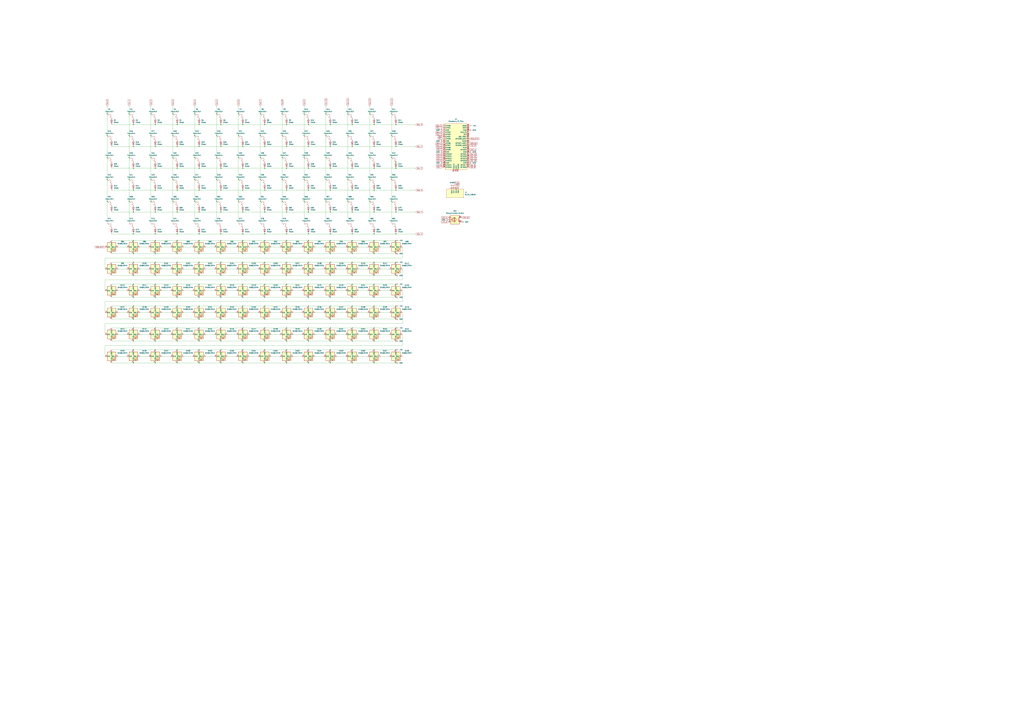
<source format=kicad_sch>
(kicad_sch (version 20250114) (generator "eeschema") (generator_version "9.0")
  (paper "A0")
  (lib_symbols
    (symbol "Device:RotaryEncoder_Switch" (pin_names (offset 0.254) (hide yes))
      (property "Reference" "SW" (at 0 6.604 0))
      (property "Value" "RotaryEncoder_Switch" (at 0 -6.604 0))
      (symbol "RotaryEncoder_Switch_1_1"
        (pin passive line (at -7.62 2.54 0) (length 2.54) (name "A") (number "A"))
        (pin passive line (at -7.62 0 0) (length 2.54) (name "C") (number "C"))
        (pin passive line (at -7.62 -2.54 0) (length 2.54) (name "B") (number "B"))
        (pin passive line (at 7.62 2.54 180) (length 2.54) (name "S1") (number "S1"))
        (pin passive line (at 7.62 -2.54 180) (length 2.54) (name "S2") (number "S2"))
      )
    )
    (symbol "LED:SK6812MINI" (pin_names (offset 0.254))
      (property "Reference" "D" (at 5.08 5.715 0))
      (property "Value" "SK6812MINI" (at 1.27 -5.715 0))
      (symbol "SK6812MINI_0_0"
        (text "RGB" (at 2.286 -4.191 0) (effects (font (size 0.762 0.762))))
      )
      (symbol "SK6812MINI_1_1"
        (pin input line (at -7.62 0 0) (length 2.54) (name "DIN") (number "3"))
        (pin power_in line (at 0 7.62 270) (length 2.54) (name "VDD") (number "4"))
        (pin power_in line (at 0 -7.62 90) (length 2.54) (name "VSS") (number "2"))
        (pin output line (at 7.62 0 180) (length 2.54) (name "DOUT") (number "1"))
      )
    )
    (symbol "ScottoKeebs:MCU_Raspberry_Pi_Pico"
      (property "Reference" "U" (at 0 0 0))
      (property "Value" "Raspberry_Pi_Pico" (at 0 27.94 0))
      (symbol "MCU_Raspberry_Pi_Pico_1_1"
        (pin bidirectional line (at -15.24 24.13 0) (length 2.54) (name "GPIO0") (number "1"))
        (pin bidirectional line (at -15.24 21.59 0) (length 2.54) (name "GPIO1") (number "2"))
        (pin power_in line (at -15.24 19.05 0) (length 2.54) (name "GND") (number "3"))
        (pin bidirectional line (at -15.24 16.51 0) (length 2.54) (name "GPIO2") (number "4"))
        (pin bidirectional line (at -15.24 13.97 0) (length 2.54) (name "GPIO3") (number "5"))
        (pin bidirectional line (at -15.24 11.43 0) (length 2.54) (name "GPIO4") (number "6"))
        (pin bidirectional line (at -15.24 8.89 0) (length 2.54) (name "GPIO5") (number "7"))
        (pin power_in line (at -15.24 6.35 0) (length 2.54) (name "GND") (number "8"))
        (pin bidirectional line (at -15.24 3.81 0) (length 2.54) (name "GPIO6") (number "9"))
        (pin bidirectional line (at -15.24 1.27 0) (length 2.54) (name "GPIO7") (number "10"))
        (pin bidirectional line (at -15.24 -1.27 0) (length 2.54) (name "GPIO8") (number "11"))
        (pin bidirectional line (at -15.24 -3.81 0) (length 2.54) (name "GPIO9") (number "12"))
        (pin power_in line (at -15.24 -6.35 0) (length 2.54) (name "GND") (number "13"))
        (pin bidirectional line (at -15.24 -8.89 0) (length 2.54) (name "GPIO10") (number "14"))
        (pin bidirectional line (at -15.24 -11.43 0) (length 2.54) (name "GPIO11") (number "15"))
        (pin bidirectional line (at -15.24 -13.97 0) (length 2.54) (name "GPIO12") (number "16"))
        (pin bidirectional line (at -15.24 -16.51 0) (length 2.54) (name "GPIO13") (number "17"))
        (pin power_in line (at -15.24 -19.05 0) (length 2.54) (name "GND") (number "18"))
        (pin bidirectional line (at -15.24 -21.59 0) (length 2.54) (name "GPIO14") (number "19"))
        (pin bidirectional line (at -15.24 -24.13 0) (length 2.54) (name "GPIO15") (number "20"))
        (pin input line (at -2.54 -29.21 90) (length 2.54) (name "SWCLK") (number "41"))
        (pin power_in line (at 0 -29.21 90) (length 2.54) (name "GND") (number "42"))
        (pin bidirectional line (at 2.54 -29.21 90) (length 2.54) (name "SWDIO") (number "43"))
        (pin power_in line (at 15.24 24.13 180) (length 2.54) (name "VBUS") (number "40"))
        (pin power_in line (at 15.24 21.59 180) (length 2.54) (name "VSYS") (number "39"))
        (pin bidirectional line (at 15.24 19.05 180) (length 2.54) (name "GND") (number "38"))
        (pin input line (at 15.24 16.51 180) (length 2.54) (name "3V3_EN") (number "37"))
        (pin power_in line (at 15.24 13.97 180) (length 2.54) (name "3V3") (number "36"))
        (pin power_in line (at 15.24 11.43 180) (length 2.54) (name "ADC_VREF") (number "35"))
        (pin bidirectional line (at 15.24 8.89 180) (length 2.54) (name "GPIO28_ADC2") (number "34"))
        (pin power_in line (at 15.24 6.35 180) (length 2.54) (name "AGND") (number "33"))
        (pin bidirectional line (at 15.24 3.81 180) (length 2.54) (name "GPIO27_ADC1") (number "32"))
        (pin bidirectional line (at 15.24 1.27 180) (length 2.54) (name "GPIO26_ADC0") (number "31"))
        (pin input line (at 15.24 -1.27 180) (length 2.54) (name "RUN") (number "30"))
        (pin bidirectional line (at 15.24 -3.81 180) (length 2.54) (name "GPIO22") (number "29"))
        (pin power_in line (at 15.24 -6.35 180) (length 2.54) (name "GND") (number "28"))
        (pin bidirectional line (at 15.24 -8.89 180) (length 2.54) (name "GPIO21") (number "27"))
        (pin bidirectional line (at 15.24 -11.43 180) (length 2.54) (name "GPIO20") (number "26"))
        (pin bidirectional line (at 15.24 -13.97 180) (length 2.54) (name "GPIO19") (number "25"))
        (pin bidirectional line (at 15.24 -16.51 180) (length 2.54) (name "GPIO18") (number "24"))
        (pin power_in line (at 15.24 -19.05 180) (length 2.54) (name "GND") (number "23"))
        (pin bidirectional line (at 15.24 -21.59 180) (length 2.54) (name "GPIO17") (number "22"))
        (pin bidirectional line (at 15.24 -24.13 180) (length 2.54) (name "GPIO16") (number "21"))
      )
    )
    (symbol "ScottoKeebs:OLED_128x64" (pin_names (offset 1.016))
      (property "Reference" "J" (at 0 -11.43 0))
      (property "Value" "OLED_128x64" (at 0 -7.62 0))
      (symbol "OLED_128x64_1_1"
        (pin power_in line (at -3.81 2.54 270) (length 2.54) (name "GND") (number "1"))
        (pin power_in line (at -1.27 2.54 270) (length 2.54) (name "VCC") (number "2"))
        (pin input clock (at 1.27 2.54 270) (length 2.54) (name "SCL") (number "3"))
        (pin bidirectional line (at 3.81 2.54 270) (length 2.54) (name "SDA") (number "4"))
      )
    )
    (symbol "ScottoKeebs:Placeholder_Diode" (pin_numbers (hide yes)) (pin_names (hide yes))
      (property "Reference" "D" (at 0 2.54 0))
      (property "Value" "Diode" (at 0 -2.54 0))
      (symbol "Placeholder_Diode_1_1"
        (pin passive line (at -3.81 0 0) (length 2.54) (name "K") (number "1"))
        (pin passive line (at 3.81 0 180) (length 2.54) (name "A") (number "2"))
      )
    )
    (symbol "ScottoKeebs:Placeholder_Keyswitch" (pin_numbers (hide yes)) (pin_names (offset 1.016) (hide yes))
      (property "Reference" "S" (at 3.048 1.016 0))
      (property "Value" "Keyswitch" (at 0 -3.81 0))
      (symbol "Placeholder_Keyswitch_0_1"
        (pin passive line (at -2.54 2.54 0) (length 0) (name "1") (number "1"))
        (pin passive line (at 2.54 -2.54 180) (length 0) (name "2") (number "2"))
      )
    )
    (symbol "power:+5V" (power) (pin_numbers (hide yes)) (pin_names (offset 0) (hide yes))
      (property "Value" "+5V" (at 0 3.556 0))
      (symbol "+5V_1_1"
        (pin power_in line (at 0 0 90) (length 0) (name "~") (number "1"))
      )
    )
    (symbol "power:GND" (power) (pin_numbers (hide yes)) (pin_names (offset 0) (hide yes))
      (property "Value" "GND" (at 0 -3.81 0))
      (symbol "GND_1_1"
        (pin power_in line (at 0 0 270) (length 0) (name "~") (number "1"))
      )
    )
  )
  (junction (at 302.26 182.88))
  (junction (at 358.14 345.44))
  (junction (at 358.14 330.2))
  (junction (at 459.74 170.18))
  (junction (at 180.34 345.44))
  (junction (at 358.14 320.04))
  (junction (at 408.94 294.64))
  (junction (at 307.34 144.78))
  (junction (at 154.94 320.04))
  (junction (at 403.86 132.08))
  (junction (at 307.34 370.84))
  (junction (at 459.74 370.84))
  (junction (at 231.14 195.58))
  (junction (at 124.46 157.48))
  (junction (at 307.34 330.2))
  (junction (at 205.74 320.04))
  (junction (at 408.94 279.4))
  (junction (at 180.34 406.4))
  (junction (at 332.74 271.78))
  (junction (at 459.74 195.58))
  (junction (at 256.54 396.24))
  (junction (at 454.66 233.68))
  (junction (at 180.34 195.58))
  (junction (at 434.34 220.98))
  (junction (at 332.74 355.6))
  (junction (at 256.54 330.2))
  (junction (at 403.86 182.88))
  (junction (at 459.74 294.64))
  (junction (at 454.66 132.08))
  (junction (at 358.14 144.78))
  (junction (at 231.14 345.44))
  (junction (at 281.94 294.64))
  (junction (at 332.74 421.64))
  (junction (at 180.34 396.24))
  (junction (at 281.94 345.44))
  (junction (at 175.26 208.28))
  (junction (at 434.34 279.4))
  (junction (at 231.14 396.24))
  (junction (at 332.74 330.2))
  (junction (at 358.14 170.18))
  (junction (at 383.54 421.64))
  (junction (at 378.46 132.08))
  (junction (at 332.74 304.8))
  (junction (at 200.66 132.08))
  (junction (at 353.06 208.28))
  (junction (at 200.66 208.28))
  (junction (at 353.06 233.68))
  (junction (at 276.86 233.68))
  (junction (at 408.94 406.4))
  (junction (at 358.14 294.64))
  (junction (at 434.34 246.38))
  (junction (at 378.46 208.28))
  (junction (at 256.54 355.6))
  (junction (at 429.26 208.28))
  (junction (at 408.94 396.24))
  (junction (at 307.34 381))
  (junction (at 459.74 355.6))
  (junction (at 408.94 271.78))
  (junction (at 408.94 421.64))
  (junction (at 154.94 345.44))
  (junction (at 358.14 195.58))
  (junction (at 358.14 396.24))
  (junction (at 383.54 381))
  (junction (at 180.34 381))
  (junction (at 276.86 132.08))
  (junction (at 307.34 355.6))
  (junction (at 180.34 421.64))
  (junction (at 302.26 157.48))
  (junction (at 149.86 208.28))
  (junction (at 154.94 304.8))
  (junction (at 429.26 132.08))
  (junction (at 332.74 294.64))
  (junction (at 154.94 370.84))
  (junction (at 180.34 355.6))
  (junction (at 154.94 381))
  (junction (at 434.34 381))
  (junction (at 175.26 132.08))
  (junction (at 256.54 170.18))
  (junction (at 327.66 157.48))
  (junction (at 459.74 381))
  (junction (at 383.54 170.18))
  (junction (at 124.46 233.68))
  (junction (at 180.34 220.98))
  (junction (at 256.54 195.58))
  (junction (at 358.14 220.98))
  (junction (at 332.74 246.38))
  (junction (at 383.54 330.2))
  (junction (at 358.14 304.8))
  (junction (at 358.14 279.4))
  (junction (at 149.86 157.48))
  (junction (at 281.94 320.04))
  (junction (at 434.34 406.4))
  (junction (at 205.74 220.98))
  (junction (at 251.46 182.88))
  (junction (at 205.74 421.64))
  (junction (at 180.34 320.04))
  (junction (at 256.54 220.98))
  (junction (at 383.54 220.98))
  (junction (at 154.94 220.98))
  (junction (at 281.94 246.38))
  (junction (at 332.74 144.78))
  (junction (at 459.74 304.8))
  (junction (at 124.46 208.28))
  (junction (at 358.14 246.38))
  (junction (at 358.14 421.64))
  (junction (at 256.54 294.64))
  (junction (at 327.66 182.88))
  (junction (at 459.74 396.24))
  (junction (at 403.86 157.48))
  (junction (at 154.94 279.4))
  (junction (at 408.94 345.44))
  (junction (at 358.14 271.78))
  (junction (at 434.34 170.18))
  (junction (at 434.34 271.78))
  (junction (at 408.94 195.58))
  (junction (at 378.46 233.68))
  (junction (at 281.94 396.24))
  (junction (at 358.14 406.4))
  (junction (at 281.94 421.64))
  (junction (at 124.46 132.08))
  (junction (at 154.94 421.64))
  (junction (at 256.54 370.84))
  (junction (at 231.14 304.8))
  (junction (at 281.94 370.84))
  (junction (at 256.54 345.44))
  (junction (at 383.54 345.44))
  (junction (at 281.94 406.4))
  (junction (at 307.34 294.64))
  (junction (at 154.94 170.18))
  (junction (at 459.74 144.78))
  (junction (at 281.94 220.98))
  (junction (at 231.14 381))
  (junction (at 434.34 421.64))
  (junction (at 408.94 330.2))
  (junction (at 180.34 144.78))
  (junction (at 231.14 370.84))
  (junction (at 408.94 304.8))
  (junction (at 205.74 304.8))
  (junction (at 124.46 182.88))
  (junction (at 231.14 170.18))
  (junction (at 256.54 304.8))
  (junction (at 408.94 170.18))
  (junction (at 256.54 320.04))
  (junction (at 434.34 330.2))
  (junction (at 459.74 406.4))
  (junction (at 302.26 233.68))
  (junction (at 353.06 182.88))
  (junction (at 281.94 195.58))
  (junction (at 459.74 279.4))
  (junction (at 205.74 370.84))
  (junction (at 434.34 294.64))
  (junction (at 307.34 304.8))
  (junction (at 408.94 246.38))
  (junction (at 226.06 182.88))
  (junction (at 175.26 233.68))
  (junction (at 154.94 294.64))
  (junction (at 205.74 170.18))
  (junction (at 149.86 132.08))
  (junction (at 205.74 195.58))
  (junction (at 205.74 294.64))
  (junction (at 408.94 144.78))
  (junction (at 226.06 233.68))
  (junction (at 180.34 294.64))
  (junction (at 408.94 381))
  (junction (at 383.54 406.4))
  (junction (at 154.94 406.4))
  (junction (at 378.46 157.48))
  (junction (at 276.86 208.28))
  (junction (at 256.54 271.78))
  (junction (at 383.54 279.4))
  (junction (at 149.86 182.88))
  (junction (at 205.74 345.44))
  (junction (at 454.66 208.28))
  (junction (at 459.74 330.2))
  (junction (at 332.74 195.58))
  (junction (at 408.94 370.84))
  (junction (at 231.14 279.4))
  (junction (at 205.74 246.38))
  (junction (at 434.34 320.04))
  (junction (at 281.94 304.8))
  (junction (at 434.34 355.6))
  (junction (at 231.14 355.6))
  (junction (at 429.26 182.88))
  (junction (at 205.74 144.78))
  (junction (at 408.94 355.6))
  (junction (at 332.74 220.98))
  (junction (at 281.94 330.2))
  (junction (at 154.94 144.78))
  (junction (at 327.66 208.28))
  (junction (at 256.54 381))
  (junction (at 251.46 157.48))
  (junction (at 307.34 320.04))
  (junction (at 251.46 132.08))
  (junction (at 251.46 233.68))
  (junction (at 281.94 271.78))
  (junction (at 429.26 157.48))
  (junction (at 180.34 271.78))
  (junction (at 383.54 304.8))
  (junction (at 332.74 345.44))
  (junction (at 327.66 132.08))
  (junction (at 200.66 233.68))
  (junction (at 231.14 294.64))
  (junction (at 302.26 208.28))
  (junction (at 256.54 144.78))
  (junction (at 180.34 246.38))
  (junction (at 307.34 195.58))
  (junction (at 180.34 279.4))
  (junction (at 175.26 182.88))
  (junction (at 180.34 330.2))
  (junction (at 154.94 355.6))
  (junction (at 281.94 381))
  (junction (at 332.74 406.4))
  (junction (at 403.86 208.28))
  (junction (at 383.54 195.58))
  (junction (at 200.66 182.88))
  (junction (at 383.54 320.04))
  (junction (at 383.54 370.84))
  (junction (at 302.26 132.08))
  (junction (at 307.34 271.78))
  (junction (at 276.86 157.48))
  (junction (at 180.34 304.8))
  (junction (at 154.94 246.38))
  (junction (at 358.14 381))
  (junction (at 226.06 132.08))
  (junction (at 281.94 170.18))
  (junction (at 434.34 396.24))
  (junction (at 378.46 182.88))
  (junction (at 205.74 355.6))
  (junction (at 276.86 182.88))
  (junction (at 434.34 304.8))
  (junction (at 231.14 406.4))
  (junction (at 332.74 170.18))
  (junction (at 459.74 220.98))
  (junction (at 434.34 345.44))
  (junction (at 154.94 330.2))
  (junction (at 459.74 187.96))
  (junction (at 180.34 170.18))
  (junction (at 307.34 279.4))
  (junction (at 459.74 345.44))
  (junction (at 231.14 220.98))
  (junction (at 256.54 279.4))
  (junction (at 434.34 144.78))
  (junction (at 307.34 406.4))
  (junction (at 231.14 421.64))
  (junction (at 205.74 396.24))
  (junction (at 231.14 271.78))
  (junction (at 226.06 157.48))
  (junction (at 307.34 396.24))
  (junction (at 205.74 279.4))
  (junction (at 459.74 271.78))
  (junction (at 307.34 345.44))
  (junction (at 281.94 279.4))
  (junction (at 205.74 330.2))
  (junction (at 459.74 421.64))
  (junction (at 180.34 370.84))
  (junction (at 383.54 355.6))
  (junction (at 231.14 330.2))
  (junction (at 459.74 246.38))
  (junction (at 307.34 421.64))
  (junction (at 454.66 157.48))
  (junction (at 353.06 132.08))
  (junction (at 281.94 355.6))
  (junction (at 307.34 170.18))
  (junction (at 358.14 355.6))
  (junction (at 231.14 320.04))
  (junction (at 307.34 246.38))
  (junction (at 154.94 396.24))
  (junction (at 332.74 279.4))
  (junction (at 149.86 233.68))
  (junction (at 226.06 208.28))
  (junction (at 383.54 144.78))
  (junction (at 403.86 233.68))
  (junction (at 383.54 271.78))
  (junction (at 205.74 406.4))
  (junction (at 408.94 220.98))
  (junction (at 332.74 381))
  (junction (at 154.94 195.58))
  (junction (at 383.54 396.24))
  (junction (at 408.94 320.04))
  (junction (at 251.46 208.28))
  (junction (at 281.94 144.78))
  (junction (at 434.34 195.58))
  (junction (at 175.26 157.48))
  (junction (at 459.74 320.04))
  (junction (at 434.34 370.84))
  (junction (at 231.14 144.78))
  (junction (at 307.34 220.98))
  (junction (at 383.54 294.64))
  (junction (at 231.14 246.38))
  (junction (at 358.14 370.84))
  (junction (at 256.54 421.64))
  (junction (at 256.54 246.38))
  (junction (at 154.94 271.78))
  (junction (at 205.74 271.78))
  (junction (at 332.74 370.84))
  (junction (at 327.66 233.68))
  (junction (at 256.54 406.4))
  (junction (at 454.66 182.88))
  (junction (at 429.26 233.68))
  (junction (at 332.74 320.04))
  (junction (at 353.06 157.48))
  (junction (at 332.74 396.24))
  (junction (at 383.54 246.38))
  (junction (at 200.66 157.48))
  (junction (at 205.74 381))
  (wire (pts (xy 256.54 144.78) (xy 281.94 144.78)))
  (wire (pts (xy 256.54 220.98) (xy 281.94 220.98)))
  (wire (pts (xy 358.14 406.4) (xy 383.54 406.4)))
  (wire (pts (xy 205.74 330.2) (xy 231.14 330.2)))
  (wire (pts (xy 276.86 123.19) (xy 276.86 132.08)))
  (wire (pts (xy 289.56 414.02) (xy 299.72 414.02)))
  (wire (pts (xy 154.94 330.2) (xy 180.34 330.2)))
  (wire (pts (xy 187.96 414.02) (xy 198.12 414.02)))
  (wire (pts (xy 121.92 299.72) (xy 121.92 312.42)))
  (wire (pts (xy 154.94 381) (xy 180.34 381)))
  (wire (pts (xy 358.14 170.18) (xy 383.54 170.18)))
  (wire (pts (xy 467.36 337.82) (xy 467.36 350.52)))
  (wire (pts (xy 154.94 144.78) (xy 180.34 144.78)))
  (wire (pts (xy 365.76 388.62) (xy 375.92 388.62)))
  (wire (pts (xy 391.16 312.42) (xy 401.32 312.42)))
  (wire (pts (xy 314.96 312.42) (xy 325.12 312.42)))
  (wire (pts (xy 429.26 157.48) (xy 429.26 182.88)))
  (wire (pts (xy 383.54 279.4) (xy 408.94 279.4)))
  (wire (pts (xy 276.86 157.48) (xy 276.86 182.88)))
  (wire (pts (xy 281.94 144.78) (xy 307.34 144.78)))
  (wire (pts (xy 187.96 388.62) (xy 198.12 388.62)))
  (wire (pts (xy 154.94 320.04) (xy 180.34 320.04)))
  (wire (pts (xy 180.34 355.6) (xy 205.74 355.6)))
  (wire (pts (xy 213.36 414.02) (xy 223.52 414.02)))
  (wire (pts (xy 175.26 132.08) (xy 175.26 157.48)))
  (wire (pts (xy 332.74 345.44) (xy 358.14 345.44)))
  (wire (pts (xy 429.26 123.19) (xy 429.26 132.08)))
  (wire (pts (xy 231.14 406.4) (xy 256.54 406.4)))
  (wire (pts (xy 276.86 132.08) (xy 276.86 157.48)))
  (wire (pts (xy 226.06 132.08) (xy 226.06 157.48)))
  (wire (pts (xy 154.94 406.4) (xy 180.34 406.4)))
  (wire (pts (xy 251.46 123.19) (xy 251.46 132.08)))
  (wire (pts (xy 454.66 233.68) (xy 454.66 259.08)))
  (wire (pts (xy 459.74 195.58) (xy 459.74 187.96)))
  (wire (pts (xy 154.94 195.58) (xy 180.34 195.58)))
  (wire (pts (xy 340.36 414.02) (xy 350.52 414.02)))
  (wire (pts (xy 180.34 144.78) (xy 205.74 144.78)))
  (wire (pts (xy 187.96 312.42) (xy 198.12 312.42)))
  (wire (pts (xy 281.94 345.44) (xy 307.34 345.44)))
  (wire (pts (xy 459.74 246.38) (xy 482.6 246.38)))
  (wire (pts (xy 332.74 294.64) (xy 358.14 294.64)))
  (wire (pts (xy 383.54 381) (xy 408.94 381)))
  (wire (pts (xy 200.66 208.28) (xy 200.66 233.68)))
  (wire (pts (xy 180.34 271.78) (xy 205.74 271.78)))
  (wire (pts (xy 205.74 421.64) (xy 231.14 421.64)))
  (wire (pts (xy 137.16 337.82) (xy 147.32 337.82)))
  (wire (pts (xy 358.14 396.24) (xy 383.54 396.24)))
  (wire (pts (xy 332.74 381) (xy 358.14 381)))
  (wire (pts (xy 383.54 370.84) (xy 408.94 370.84)))
  (wire (pts (xy 154.94 370.84) (xy 180.34 370.84)))
  (wire (pts (xy 205.74 170.18) (xy 231.14 170.18)))
  (wire (pts (xy 434.34 246.38) (xy 459.74 246.38)))
  (wire (pts (xy 454.66 123.19) (xy 454.66 132.08)))
  (wire (pts (xy 129.54 170.18) (xy 154.94 170.18)))
  (wire (pts (xy 353.06 233.68) (xy 353.06 259.08)))
  (wire (pts (xy 302.26 132.08) (xy 302.26 157.48)))
  (wire (pts (xy 358.14 330.2) (xy 383.54 330.2)))
  (wire (pts (xy 434.34 304.8) (xy 459.74 304.8)))
  (wire (pts (xy 434.34 370.84) (xy 459.74 370.84)))
  (wire (pts (xy 137.16 388.62) (xy 147.32 388.62)))
  (wire (pts (xy 383.54 195.58) (xy 408.94 195.58)))
  (wire (pts (xy 231.14 320.04) (xy 256.54 320.04)))
  (wire (pts (xy 256.54 304.8) (xy 281.94 304.8)))
  (wire (pts (xy 408.94 320.04) (xy 434.34 320.04)))
  (wire (pts (xy 124.46 182.88) (xy 124.46 208.28)))
  (wire (pts (xy 121.92 337.82) (xy 121.92 325.12)))
  (wire (pts (xy 383.54 355.6) (xy 408.94 355.6)))
  (wire (pts (xy 231.14 330.2) (xy 256.54 330.2)))
  (wire (pts (xy 383.54 294.64) (xy 408.94 294.64)))
  (wire (pts (xy 175.26 233.68) (xy 175.26 259.08)))
  (wire (pts (xy 238.76 414.02) (xy 248.92 414.02)))
  (wire (pts (xy 121.92 401.32) (xy 121.92 414.02)))
  (wire (pts (xy 314.96 414.02) (xy 325.12 414.02)))
  (wire (pts (xy 205.74 381) (xy 231.14 381)))
  (wire (pts (xy 383.54 271.78) (xy 408.94 271.78)))
  (wire (pts (xy 459.74 195.58) (xy 482.6 195.58)))
  (wire (pts (xy 358.14 294.64) (xy 383.54 294.64)))
  (wire (pts (xy 408.94 355.6) (xy 434.34 355.6)))
  (wire (pts (xy 180.34 345.44) (xy 205.74 345.44)))
  (wire (pts (xy 187.96 287.02) (xy 198.12 287.02)))
  (wire (pts (xy 383.54 345.44) (xy 408.94 345.44)))
  (wire (pts (xy 365.76 414.02) (xy 375.92 414.02)))
  (wire (pts (xy 408.94 294.64) (xy 434.34 294.64)))
  (wire (pts (xy 200.66 182.88) (xy 200.66 208.28)))
  (wire (pts (xy 332.74 370.84) (xy 358.14 370.84)))
  (wire (pts (xy 365.76 337.82) (xy 375.92 337.82)))
  (wire (pts (xy 238.76 312.42) (xy 248.92 312.42)))
  (wire (pts (xy 180.34 396.24) (xy 205.74 396.24)))
  (wire (pts (xy 129.54 370.84) (xy 154.94 370.84)))
  (wire (pts (xy 358.14 421.64) (xy 383.54 421.64)))
  (wire (pts (xy 403.86 132.08) (xy 403.86 157.48)))
  (wire (pts (xy 256.54 396.24) (xy 281.94 396.24)))
  (wire (pts (xy 332.74 421.64) (xy 358.14 421.64)))
  (wire (pts (xy 205.74 271.78) (xy 231.14 271.78)))
  (wire (pts (xy 459.74 220.98) (xy 482.6 220.98)))
  (wire (pts (xy 231.14 381) (xy 256.54 381)))
  (wire (pts (xy 302.26 233.68) (xy 302.26 259.08)))
  (wire (pts (xy 251.46 233.68) (xy 251.46 259.08)))
  (wire (pts (xy 180.34 320.04) (xy 205.74 320.04)))
  (wire (pts (xy 467.36 312.42) (xy 467.36 325.12)))
  (wire (pts (xy 332.74 220.98) (xy 358.14 220.98)))
  (wire (pts (xy 408.94 144.78) (xy 434.34 144.78)))
  (wire (pts (xy 231.14 304.8) (xy 256.54 304.8)))
  (wire (pts (xy 231.14 195.58) (xy 256.54 195.58)))
  (wire (pts (xy 332.74 406.4) (xy 358.14 406.4)))
  (wire (pts (xy 302.26 157.48) (xy 302.26 182.88)))
  (wire (pts (xy 307.34 381) (xy 332.74 381)))
  (wire (pts (xy 137.16 414.02) (xy 147.32 414.02)))
  (wire (pts (xy 307.34 406.4) (xy 332.74 406.4)))
  (wire (pts (xy 358.14 195.58) (xy 383.54 195.58)))
  (wire (pts (xy 416.56 337.82) (xy 426.72 337.82)))
  (wire (pts (xy 408.94 304.8) (xy 434.34 304.8)))
  (wire (pts (xy 378.46 157.48) (xy 378.46 182.88)))
  (wire (pts (xy 129.54 330.2) (xy 154.94 330.2)))
  (wire (pts (xy 358.14 355.6) (xy 383.54 355.6)))
  (wire (pts (xy 256.54 330.2) (xy 281.94 330.2)))
  (wire (pts (xy 281.94 320.04) (xy 307.34 320.04)))
  (wire (pts (xy 314.96 287.02) (xy 325.12 287.02)))
  (wire (pts (xy 162.56 414.02) (xy 172.72 414.02)))
  (wire (pts (xy 276.86 233.68) (xy 276.86 259.08)))
  (wire (pts (xy 124.46 208.28) (xy 124.46 233.68)))
  (wire (pts (xy 378.46 182.88) (xy 378.46 208.28)))
  (wire (pts (xy 408.94 406.4) (xy 434.34 406.4)))
  (wire (pts (xy 429.26 132.08) (xy 429.26 157.48)))
  (wire (pts (xy 434.34 144.78) (xy 459.74 144.78)))
  (wire (pts (xy 226.06 233.68) (xy 226.06 259.08)))
  (wire (pts (xy 281.94 220.98) (xy 307.34 220.98)))
  (wire (pts (xy 332.74 195.58) (xy 358.14 195.58)))
  (wire (pts (xy 281.94 294.64) (xy 307.34 294.64)))
  (wire (pts (xy 416.56 287.02) (xy 426.72 287.02)))
  (wire (pts (xy 327.66 233.68) (xy 327.66 259.08)))
  (wire (pts (xy 416.56 388.62) (xy 426.72 388.62)))
  (wire (pts (xy 434.34 381) (xy 459.74 381)))
  (wire (pts (xy 365.76 287.02) (xy 375.92 287.02)))
  (wire (pts (xy 231.14 144.78) (xy 256.54 144.78)))
  (wire (pts (xy 175.26 123.19) (xy 175.26 132.08)))
  (wire (pts (xy 340.36 363.22) (xy 350.52 363.22)))
  (wire (pts (xy 264.16 388.62) (xy 274.32 388.62)))
  (wire (pts (xy 332.74 396.24) (xy 358.14 396.24)))
  (wire (pts (xy 416.56 363.22) (xy 426.72 363.22)))
  (wire (pts (xy 429.26 182.88) (xy 429.26 208.28)))
  (wire (pts (xy 302.26 123.19) (xy 302.26 132.08)))
  (wire (pts (xy 256.54 279.4) (xy 281.94 279.4)))
  (wire (pts (xy 383.54 421.64) (xy 408.94 421.64)))
  (wire (pts (xy 327.66 132.08) (xy 327.66 157.48)))
  (wire (pts (xy 383.54 330.2) (xy 408.94 330.2)))
  (wire (pts (xy 200.66 132.08) (xy 200.66 157.48)))
  (wire (pts (xy 205.74 355.6) (xy 231.14 355.6)))
  (wire (pts (xy 434.34 220.98) (xy 459.74 220.98)))
  (wire (pts (xy 231.14 294.64) (xy 256.54 294.64)))
  (wire (pts (xy 454.66 157.48) (xy 454.66 182.88)))
  (wire (pts (xy 383.54 396.24) (xy 408.94 396.24)))
  (wire (pts (xy 408.94 279.4) (xy 434.34 279.4)))
  (wire (pts (xy 307.34 220.98) (xy 332.74 220.98)))
  (wire (pts (xy 121.92 350.52) (xy 121.92 363.22)))
  (wire (pts (xy 154.94 421.64) (xy 180.34 421.64)))
  (wire (pts (xy 213.36 312.42) (xy 223.52 312.42)))
  (wire (pts (xy 434.34 279.4) (xy 459.74 279.4)))
  (wire (pts (xy 205.74 406.4) (xy 231.14 406.4)))
  (wire (pts (xy 403.86 208.28) (xy 403.86 233.68)))
  (wire (pts (xy 149.86 233.68) (xy 149.86 259.08)))
  (wire (pts (xy 231.14 220.98) (xy 256.54 220.98)))
  (wire (pts (xy 129.54 406.4) (xy 154.94 406.4)))
  (wire (pts (xy 358.14 220.98) (xy 383.54 220.98)))
  (wire (pts (xy 256.54 345.44) (xy 281.94 345.44)))
  (wire (pts (xy 281.94 170.18) (xy 307.34 170.18)))
  (wire (pts (xy 180.34 381) (xy 205.74 381)))
  (wire (pts (xy 353.06 132.08) (xy 353.06 157.48)))
  (wire (pts (xy 408.94 195.58) (xy 434.34 195.58)))
  (wire (pts (xy 441.96 388.62) (xy 452.12 388.62)))
  (wire (pts (xy 205.74 345.44) (xy 231.14 345.44)))
  (wire (pts (xy 129.54 246.38) (xy 154.94 246.38)))
  (wire (pts (xy 416.56 414.02) (xy 426.72 414.02)))
  (wire (pts (xy 358.14 370.84) (xy 383.54 370.84)))
  (wire (pts (xy 162.56 363.22) (xy 172.72 363.22)))
  (wire (pts (xy 281.94 246.38) (xy 307.34 246.38)))
  (wire (pts (xy 332.74 355.6) (xy 358.14 355.6)))
  (wire (pts (xy 454.66 182.88) (xy 454.66 208.28)))
  (wire (pts (xy 256.54 170.18) (xy 281.94 170.18)))
  (wire (pts (xy 276.86 208.28) (xy 276.86 233.68)))
  (wire (pts (xy 383.54 144.78) (xy 408.94 144.78)))
  (wire (pts (xy 200.66 233.68) (xy 200.66 259.08)))
  (wire (pts (xy 137.16 312.42) (xy 147.32 312.42)))
  (wire (pts (xy 358.14 279.4) (xy 383.54 279.4)))
  (wire (pts (xy 231.14 396.24) (xy 256.54 396.24)))
  (wire (pts (xy 281.94 195.58) (xy 307.34 195.58)))
  (wire (pts (xy 129.54 271.78) (xy 154.94 271.78)))
  (wire (pts (xy 391.16 388.62) (xy 401.32 388.62)))
  (wire (pts (xy 180.34 370.84) (xy 205.74 370.84)))
  (wire (pts (xy 256.54 381) (xy 281.94 381)))
  (wire (pts (xy 307.34 330.2) (xy 332.74 330.2)))
  (wire (pts (xy 281.94 271.78) (xy 307.34 271.78)))
  (wire (pts (xy 238.76 363.22) (xy 248.92 363.22)))
  (wire (pts (xy 180.34 279.4) (xy 205.74 279.4)))
  (wire (pts (xy 307.34 396.24) (xy 332.74 396.24)))
  (wire (pts (xy 383.54 304.8) (xy 408.94 304.8)))
  (wire (pts (xy 149.86 208.28) (xy 149.86 233.68)))
  (wire (pts (xy 307.34 421.64) (xy 332.74 421.64)))
  (wire (pts (xy 340.36 337.82) (xy 350.52 337.82)))
  (wire (pts (xy 129.54 396.24) (xy 154.94 396.24)))
  (wire (pts (xy 307.34 355.6) (xy 332.74 355.6)))
  (wire (pts (xy 467.36 401.32) (xy 121.92 401.32)))
  (wire (pts (xy 129.54 355.6) (xy 154.94 355.6)))
  (wire (pts (xy 434.34 355.6) (xy 459.74 355.6)))
  (wire (pts (xy 162.56 312.42) (xy 172.72 312.42)))
  (wire (pts (xy 187.96 337.82) (xy 198.12 337.82)))
  (wire (pts (xy 332.74 144.78) (xy 358.14 144.78)))
  (wire (pts (xy 180.34 170.18) (xy 205.74 170.18)))
  (wire (pts (xy 205.74 294.64) (xy 231.14 294.64)))
  (wire (pts (xy 121.92 375.92) (xy 121.92 388.62)))
  (wire (pts (xy 467.36 299.72) (xy 121.92 299.72)))
  (wire (pts (xy 226.06 208.28) (xy 226.06 233.68)))
  (wire (pts (xy 403.86 233.68) (xy 403.86 259.08)))
  (wire (pts (xy 264.16 312.42) (xy 274.32 312.42)))
  (wire (pts (xy 314.96 337.82) (xy 325.12 337.82)))
  (wire (pts (xy 149.86 123.19) (xy 149.86 132.08)))
  (wire (pts (xy 353.06 182.88) (xy 353.06 208.28)))
  (wire (pts (xy 302.26 182.88) (xy 302.26 208.28)))
  (wire (pts (xy 231.14 355.6) (xy 256.54 355.6)))
  (wire (pts (xy 154.94 170.18) (xy 180.34 170.18)))
  (wire (pts (xy 358.14 381) (xy 383.54 381)))
  (wire (pts (xy 467.36 287.02) (xy 467.36 299.72)))
  (wire (pts (xy 129.54 220.98) (xy 154.94 220.98)))
  (wire (pts (xy 429.26 208.28) (xy 429.26 233.68)))
  (wire (pts (xy 231.14 370.84) (xy 256.54 370.84)))
  (wire (pts (xy 441.96 414.02) (xy 452.12 414.02)))
  (wire (pts (xy 281.94 330.2) (xy 307.34 330.2)))
  (wire (pts (xy 378.46 123.19) (xy 378.46 132.08)))
  (wire (pts (xy 226.06 182.88) (xy 226.06 208.28)))
  (wire (pts (xy 256.54 421.64) (xy 281.94 421.64)))
  (wire (pts (xy 307.34 271.78) (xy 332.74 271.78)))
  (wire (pts (xy 154.94 355.6) (xy 180.34 355.6)))
  (wire (pts (xy 226.06 123.19) (xy 226.06 132.08)))
  (wire (pts (xy 327.66 182.88) (xy 327.66 208.28)))
  (wire (pts (xy 332.74 246.38) (xy 358.14 246.38)))
  (wire (pts (xy 332.74 170.18) (xy 358.14 170.18)))
  (wire (pts (xy 467.36 375.92) (xy 121.92 375.92)))
  (wire (pts (xy 391.16 287.02) (xy 401.32 287.02)))
  (wire (pts (xy 251.46 157.48) (xy 251.46 182.88)))
  (wire (pts (xy 467.36 363.22) (xy 467.36 375.92)))
  (wire (pts (xy 175.26 208.28) (xy 175.26 233.68)))
  (wire (pts (xy 408.94 170.18) (xy 434.34 170.18)))
  (wire (pts (xy 441.96 337.82) (xy 452.12 337.82)))
  (wire (pts (xy 378.46 233.68) (xy 378.46 259.08)))
  (wire (pts (xy 238.76 388.62) (xy 248.92 388.62)))
  (wire (pts (xy 162.56 388.62) (xy 172.72 388.62)))
  (wire (pts (xy 434.34 271.78) (xy 459.74 271.78)))
  (wire (pts (xy 200.66 123.19) (xy 200.66 132.08)))
  (wire (pts (xy 307.34 320.04) (xy 332.74 320.04)))
  (wire (pts (xy 124.46 123.19) (xy 124.46 132.08)))
  (wire (pts (xy 307.34 370.84) (xy 332.74 370.84)))
  (wire (pts (xy 332.74 271.78) (xy 358.14 271.78)))
  (wire (pts (xy 365.76 363.22) (xy 375.92 363.22)))
  (wire (pts (xy 162.56 337.82) (xy 172.72 337.82)))
  (wire (pts (xy 281.94 421.64) (xy 307.34 421.64)))
  (wire (pts (xy 264.16 337.82) (xy 274.32 337.82)))
  (wire (pts (xy 314.96 363.22) (xy 325.12 363.22)))
  (wire (pts (xy 281.94 396.24) (xy 307.34 396.24)))
  (wire (pts (xy 264.16 287.02) (xy 274.32 287.02)))
  (wire (pts (xy 340.36 312.42) (xy 350.52 312.42)))
  (wire (pts (xy 129.54 320.04) (xy 154.94 320.04)))
  (wire (pts (xy 408.94 330.2) (xy 434.34 330.2)))
  (wire (pts (xy 256.54 355.6) (xy 281.94 355.6)))
  (wire (pts (xy 180.34 406.4) (xy 205.74 406.4)))
  (wire (pts (xy 231.14 421.64) (xy 256.54 421.64)))
  (wire (pts (xy 137.16 363.22) (xy 147.32 363.22)))
  (wire (pts (xy 289.56 287.02) (xy 299.72 287.02)))
  (wire (pts (xy 154.94 304.8) (xy 180.34 304.8)))
  (wire (pts (xy 205.74 320.04) (xy 231.14 320.04)))
  (wire (pts (xy 391.16 363.22) (xy 401.32 363.22)))
  (wire (pts (xy 454.66 132.08) (xy 454.66 157.48)))
  (wire (pts (xy 434.34 170.18) (xy 459.74 170.18)))
  (wire (pts (xy 213.36 388.62) (xy 223.52 388.62)))
  (wire (pts (xy 251.46 208.28) (xy 251.46 233.68)))
  (wire (pts (xy 307.34 294.64) (xy 332.74 294.64)))
  (wire (pts (xy 200.66 157.48) (xy 200.66 182.88)))
  (wire (pts (xy 383.54 170.18) (xy 408.94 170.18)))
  (wire (pts (xy 162.56 287.02) (xy 172.72 287.02)))
  (wire (pts (xy 124.46 233.68) (xy 124.46 259.08)))
  (wire (pts (xy 467.36 350.52) (xy 121.92 350.52)))
  (wire (pts (xy 137.16 287.02) (xy 147.32 287.02)))
  (wire (pts (xy 231.14 170.18) (xy 256.54 170.18)))
  (wire (pts (xy 281.94 381) (xy 307.34 381)))
  (wire (pts (xy 256.54 370.84) (xy 281.94 370.84)))
  (wire (pts (xy 264.16 363.22) (xy 274.32 363.22)))
  (wire (pts (xy 434.34 345.44) (xy 459.74 345.44)))
  (wire (pts (xy 327.66 208.28) (xy 327.66 233.68)))
  (wire (pts (xy 403.86 123.19) (xy 403.86 132.08)))
  (wire (pts (xy 408.94 246.38) (xy 434.34 246.38)))
  (wire (pts (xy 434.34 396.24) (xy 459.74 396.24)))
  (wire (pts (xy 213.36 287.02) (xy 223.52 287.02)))
  (wire (pts (xy 180.34 304.8) (xy 205.74 304.8)))
  (wire (pts (xy 154.94 396.24) (xy 180.34 396.24)))
  (wire (pts (xy 302.26 208.28) (xy 302.26 233.68)))
  (wire (pts (xy 408.94 370.84) (xy 434.34 370.84)))
  (wire (pts (xy 459.74 144.78) (xy 482.6 144.78)))
  (wire (pts (xy 251.46 182.88) (xy 251.46 208.28)))
  (wire (pts (xy 205.74 246.38) (xy 231.14 246.38)))
  (wire (pts (xy 358.14 246.38) (xy 383.54 246.38)))
  (wire (pts (xy 124.46 132.08) (xy 124.46 157.48)))
  (wire (pts (xy 175.26 182.88) (xy 175.26 208.28)))
  (wire (pts (xy 459.74 170.18) (xy 482.6 170.18)))
  (wire (pts (xy 256.54 320.04) (xy 281.94 320.04)))
  (wire (pts (xy 238.76 337.82) (xy 248.92 337.82)))
  (wire (pts (xy 129.54 304.8) (xy 154.94 304.8)))
  (wire (pts (xy 180.34 421.64) (xy 205.74 421.64)))
  (wire (pts (xy 307.34 246.38) (xy 332.74 246.38)))
  (wire (pts (xy 256.54 406.4) (xy 281.94 406.4)))
  (wire (pts (xy 467.36 388.62) (xy 467.36 401.32)))
  (wire (pts (xy 281.94 279.4) (xy 307.34 279.4)))
  (wire (pts (xy 281.94 370.84) (xy 307.34 370.84)))
  (wire (pts (xy 205.74 370.84) (xy 231.14 370.84)))
  (wire (pts (xy 358.14 320.04) (xy 383.54 320.04)))
  (wire (pts (xy 129.54 294.64) (xy 154.94 294.64)))
  (wire (pts (xy 340.36 287.02) (xy 350.52 287.02)))
  (wire (pts (xy 154.94 246.38) (xy 180.34 246.38)))
  (wire (pts (xy 149.86 182.88) (xy 149.86 208.28)))
  (wire (pts (xy 180.34 330.2) (xy 205.74 330.2)))
  (wire (pts (xy 281.94 406.4) (xy 307.34 406.4)))
  (wire (pts (xy 256.54 195.58) (xy 281.94 195.58)))
  (wire (pts (xy 314.96 388.62) (xy 325.12 388.62)))
  (wire (pts (xy 416.56 312.42) (xy 426.72 312.42)))
  (wire (pts (xy 154.94 279.4) (xy 180.34 279.4)))
  (wire (pts (xy 213.36 363.22) (xy 223.52 363.22)))
  (wire (pts (xy 378.46 208.28) (xy 378.46 233.68)))
  (wire (pts (xy 180.34 294.64) (xy 205.74 294.64)))
  (wire (pts (xy 175.26 157.48) (xy 175.26 182.88)))
  (wire (pts (xy 307.34 345.44) (xy 332.74 345.44)))
  (wire (pts (xy 205.74 396.24) (xy 231.14 396.24)))
  (wire (pts (xy 289.56 363.22) (xy 299.72 363.22)))
  (wire (pts (xy 205.74 220.98) (xy 231.14 220.98)))
  (wire (pts (xy 365.76 312.42) (xy 375.92 312.42)))
  (wire (pts (xy 129.54 195.58) (xy 154.94 195.58)))
  (wire (pts (xy 434.34 421.64) (xy 459.74 421.64)))
  (wire (pts (xy 231.14 279.4) (xy 256.54 279.4)))
  (wire (pts (xy 231.14 345.44) (xy 256.54 345.44)))
  (wire (pts (xy 129.54 345.44) (xy 154.94 345.44)))
  (wire (pts (xy 149.86 132.08) (xy 149.86 157.48)))
  (wire (pts (xy 358.14 271.78) (xy 383.54 271.78)))
  (wire (pts (xy 434.34 406.4) (xy 459.74 406.4)))
  (wire (pts (xy 332.74 304.8) (xy 358.14 304.8)))
  (wire (pts (xy 358.14 304.8) (xy 383.54 304.8)))
  (wire (pts (xy 231.14 246.38) (xy 256.54 246.38)))
  (wire (pts (xy 340.36 388.62) (xy 350.52 388.62)))
  (wire (pts (xy 129.54 421.64) (xy 154.94 421.64)))
  (wire (pts (xy 264.16 414.02) (xy 274.32 414.02)))
  (wire (pts (xy 251.46 132.08) (xy 251.46 157.48)))
  (wire (pts (xy 459.74 271.78) (xy 482.6 271.78)))
  (wire (pts (xy 238.76 287.02) (xy 248.92 287.02)))
  (wire (pts (xy 154.94 271.78) (xy 180.34 271.78)))
  (wire (pts (xy 332.74 320.04) (xy 358.14 320.04)))
  (wire (pts (xy 281.94 304.8) (xy 307.34 304.8)))
  (wire (pts (xy 180.34 246.38) (xy 205.74 246.38)))
  (wire (pts (xy 408.94 271.78) (xy 434.34 271.78)))
  (wire (pts (xy 403.86 157.48) (xy 403.86 182.88)))
  (wire (pts (xy 391.16 414.02) (xy 401.32 414.02)))
  (wire (pts (xy 434.34 195.58) (xy 459.74 195.58)))
  (wire (pts (xy 276.86 182.88) (xy 276.86 208.28)))
  (wire (pts (xy 149.86 157.48) (xy 149.86 182.88)))
  (wire (pts (xy 391.16 337.82) (xy 401.32 337.82)))
  (wire (pts (xy 205.74 144.78) (xy 231.14 144.78)))
  (wire (pts (xy 180.34 195.58) (xy 205.74 195.58)))
  (wire (pts (xy 256.54 246.38) (xy 281.94 246.38)))
  (wire (pts (xy 383.54 406.4) (xy 408.94 406.4)))
  (wire (pts (xy 129.54 381) (xy 154.94 381)))
  (wire (pts (xy 403.86 182.88) (xy 403.86 208.28)))
  (wire (pts (xy 358.14 345.44) (xy 383.54 345.44)))
  (wire (pts (xy 281.94 355.6) (xy 307.34 355.6)))
  (wire (pts (xy 307.34 304.8) (xy 332.74 304.8)))
  (wire (pts (xy 383.54 320.04) (xy 408.94 320.04)))
  (wire (pts (xy 205.74 304.8) (xy 231.14 304.8)))
  (wire (pts (xy 327.66 123.19) (xy 327.66 132.08)))
  (wire (pts (xy 429.26 233.68) (xy 429.26 259.08)))
  (wire (pts (xy 408.94 381) (xy 434.34 381)))
  (wire (pts (xy 205.74 279.4) (xy 231.14 279.4)))
  (wire (pts (xy 408.94 220.98) (xy 434.34 220.98)))
  (wire (pts (xy 441.96 287.02) (xy 452.12 287.02)))
  (wire (pts (xy 327.66 157.48) (xy 327.66 182.88)))
  (wire (pts (xy 289.56 388.62) (xy 299.72 388.62)))
  (wire (pts (xy 154.94 345.44) (xy 180.34 345.44)))
  (wire (pts (xy 226.06 157.48) (xy 226.06 182.88)))
  (wire (pts (xy 180.34 220.98) (xy 205.74 220.98)))
  (wire (pts (xy 383.54 246.38) (xy 408.94 246.38)))
  (wire (pts (xy 378.46 132.08) (xy 378.46 157.48)))
  (wire (pts (xy 408.94 345.44) (xy 434.34 345.44)))
  (wire (pts (xy 408.94 421.64) (xy 434.34 421.64)))
  (wire (pts (xy 205.74 195.58) (xy 231.14 195.58)))
  (wire (pts (xy 383.54 220.98) (xy 408.94 220.98)))
  (wire (pts (xy 256.54 271.78) (xy 281.94 271.78)))
  (wire (pts (xy 154.94 220.98) (xy 180.34 220.98)))
  (wire (pts (xy 434.34 294.64) (xy 459.74 294.64)))
  (wire (pts (xy 289.56 312.42) (xy 299.72 312.42)))
  (wire (pts (xy 358.14 144.78) (xy 383.54 144.78)))
  (wire (pts (xy 256.54 294.64) (xy 281.94 294.64)))
  (wire (pts (xy 307.34 195.58) (xy 332.74 195.58)))
  (wire (pts (xy 332.74 330.2) (xy 358.14 330.2)))
  (wire (pts (xy 441.96 363.22) (xy 452.12 363.22)))
  (wire (pts (xy 231.14 271.78) (xy 256.54 271.78)))
  (wire (pts (xy 289.56 337.82) (xy 299.72 337.82)))
  (wire (pts (xy 129.54 279.4) (xy 154.94 279.4)))
  (wire (pts (xy 434.34 330.2) (xy 459.74 330.2)))
  (wire (pts (xy 353.06 123.19) (xy 353.06 132.08)))
  (wire (pts (xy 124.46 157.48) (xy 124.46 182.88)))
  (wire (pts (xy 129.54 144.78) (xy 154.94 144.78)))
  (wire (pts (xy 408.94 396.24) (xy 434.34 396.24)))
  (wire (pts (xy 353.06 208.28) (xy 353.06 233.68)))
  (wire (pts (xy 307.34 279.4) (xy 332.74 279.4)))
  (wire (pts (xy 187.96 363.22) (xy 198.12 363.22)))
  (wire (pts (xy 441.96 312.42) (xy 452.12 312.42)))
  (wire (pts (xy 353.06 157.48) (xy 353.06 182.88)))
  (wire (pts (xy 154.94 294.64) (xy 180.34 294.64)))
  (wire (pts (xy 121.92 325.12) (xy 467.36 325.12)))
  (wire (pts (xy 307.34 170.18) (xy 332.74 170.18)))
  (wire (pts (xy 332.74 279.4) (xy 358.14 279.4)))
  (wire (pts (xy 454.66 208.28) (xy 454.66 233.68)))
  (wire (pts (xy 434.34 320.04) (xy 459.74 320.04)))
  (wire (pts (xy 213.36 337.82) (xy 223.52 337.82)))
  (wire (pts (xy 307.34 144.78) (xy 332.74 144.78)))
  (global_label "Col 7" (shape input) (at 302.26 123.19 90) (property "Intersheetrefs" "${INTERSHEET_REFS}" (effects (hide yes))))
  (global_label "Col 9" (shape input) (at 544.83 191.77 0) (property "Intersheetrefs" "${INTERSHEET_REFS}" (effects (hide yes))))
  (global_label "Row 4" (shape input) (at 482.6 246.38 0) (property "Intersheetrefs" "${INTERSHEET_REFS}" (effects (hide yes))))
  (global_label "Col 4" (shape input) (at 226.06 123.19 90) (property "Intersheetrefs" "${INTERSHEET_REFS}" (effects (hide yes))))
  (global_label "Col 4" (shape input) (at 514.35 184.15 180) (property "Intersheetrefs" "${INTERSHEET_REFS}" (effects (hide yes))))
  (global_label "Col 8" (shape input) (at 544.83 194.31 0) (property "Intersheetrefs" "${INTERSHEET_REFS}" (effects (hide yes))))
  (global_label "Col 3" (shape input) (at 514.35 181.61 180) (property "Intersheetrefs" "${INTERSHEET_REFS}" (effects (hide yes))))
  (global_label "Col 10" (shape input) (at 378.46 123.19 90) (property "Intersheetrefs" "${INTERSHEET_REFS}" (effects (hide yes))))
  (global_label "Row 4" (shape input) (at 514.35 166.37 180) (property "Intersheetrefs" "${INTERSHEET_REFS}" (effects (hide yes))))
  (global_label "Col 2" (shape input) (at 175.26 123.19 90) (property "Intersheetrefs" "${INTERSHEET_REFS}" (effects (hide yes))))
  (global_label "Row 2" (shape input) (at 482.6 195.58 0) (property "Intersheetrefs" "${INTERSHEET_REFS}" (effects (hide yes))))
  (global_label "Col 0" (shape input) (at 514.35 171.45 180) (property "Intersheetrefs" "${INTERSHEET_REFS}" (effects (hide yes))))
  (global_label "Col 1" (shape input) (at 149.86 123.19 90) (property "Intersheetrefs" "${INTERSHEET_REFS}" (effects (hide yes))))
  (global_label "ENC_A" (shape input) (at 520.7 252.73 180) (property "Intersheetrefs" "${INTERSHEET_REFS}" (effects (hide yes))))
  (global_label "SCL" (shape input) (at 514.35 161.29 180) (property "Intersheetrefs" "${INTERSHEET_REFS}" (effects (hide yes))))
  (global_label "Col 12" (shape input) (at 544.83 181.61 0) (property "Intersheetrefs" "${INTERSHEET_REFS}" (effects (hide yes))))
  (global_label "Col 7" (shape input) (at 514.35 194.31 180) (property "Intersheetrefs" "${INTERSHEET_REFS}" (effects (hide yes))))
  (global_label "Col 1" (shape input) (at 514.35 173.99 180) (property "Intersheetrefs" "${INTERSHEET_REFS}" (effects (hide yes))))
  (global_label "SDA" (shape input) (at 532.13 217.17 90) (property "Intersheetrefs" "${INTERSHEET_REFS}" (effects (hide yes))))
  (global_label "Col 12" (shape input) (at 429.26 123.19 90) (property "Intersheetrefs" "${INTERSHEET_REFS}" (effects (hide yes))))
  (global_label "Col 0" (shape input) (at 124.46 123.19 90) (property "Intersheetrefs" "${INTERSHEET_REFS}" (effects (hide yes))))
  (global_label "Row 2" (shape input) (at 514.35 153.67 180) (property "Intersheetrefs" "${INTERSHEET_REFS}" (effects (hide yes))))
  (global_label "Col 13" (shape input) (at 544.83 179.07 0) (property "Intersheetrefs" "${INTERSHEET_REFS}" (effects (hide yes))))
  (global_label "Col 6" (shape input) (at 276.86 123.19 90) (property "Intersheetrefs" "${INTERSHEET_REFS}" (effects (hide yes))))
  (global_label "Row 0" (shape input) (at 482.6 144.78 0) (property "Intersheetrefs" "${INTERSHEET_REFS}" (effects (hide yes))))
  (global_label "Row 1" (shape input) (at 482.6 170.18 0) (property "Intersheetrefs" "${INTERSHEET_REFS}" (effects (hide yes))))
  (global_label "Col 11" (shape input) (at 403.86 123.19 90) (property "Intersheetrefs" "${INTERSHEET_REFS}" (effects (hide yes))))
  (global_label "Col 3" (shape input) (at 200.66 123.19 90) (property "Intersheetrefs" "${INTERSHEET_REFS}" (effects (hide yes))))
  (global_label "Col 6" (shape input) (at 514.35 191.77 180) (property "Intersheetrefs" "${INTERSHEET_REFS}" (effects (hide yes))))
  (global_label "Row 3" (shape input) (at 482.6 220.98 0) (property "Intersheetrefs" "${INTERSHEET_REFS}" (effects (hide yes))))
  (global_label "Row 1" (shape input) (at 514.35 148.59 180) (property "Intersheetrefs" "${INTERSHEET_REFS}" (effects (hide yes))))
  (global_label "Col 13" (shape input) (at 454.66 123.19 90) (property "Intersheetrefs" "${INTERSHEET_REFS}" (effects (hide yes))))
  (global_label "SDA" (shape input) (at 514.35 158.75 180) (property "Intersheetrefs" "${INTERSHEET_REFS}" (effects (hide yes))))
  (global_label "RGB_DATA" (shape input) (at 544.83 161.29 0) (property "Intersheetrefs" "${INTERSHEET_REFS}" (effects (hide yes))))
  (global_label "Col 11" (shape input) (at 544.83 184.15 0) (property "Intersheetrefs" "${INTERSHEET_REFS}" (effects (hide yes))))
  (global_label "ENC_S1" (shape input) (at 544.83 166.37 0) (property "Intersheetrefs" "${INTERSHEET_REFS}" (effects (hide yes))))
  (global_label "Col 5" (shape input) (at 251.46 123.19 90) (property "Intersheetrefs" "${INTERSHEET_REFS}" (effects (hide yes))))
  (global_label "Row 3" (shape input) (at 514.35 156.21 180) (property "Intersheetrefs" "${INTERSHEET_REFS}" (effects (hide yes))))
  (global_label "ENC_B" (shape input) (at 520.7 257.81 180) (property "Intersheetrefs" "${INTERSHEET_REFS}" (effects (hide yes))))
  (global_label "Col 2" (shape input) (at 514.35 179.07 180) (property "Intersheetrefs" "${INTERSHEET_REFS}" (effects (hide yes))))
  (global_label "RGB_DATA" (shape input) (at 121.92 287.02 180) (property "Intersheetrefs" "${INTERSHEET_REFS}" (effects (hide yes))))
  (global_label "Col 9" (shape input) (at 353.06 123.19 90) (property "Intersheetrefs" "${INTERSHEET_REFS}" (effects (hide yes))))
  (global_label "Col 8" (shape input) (at 327.66 123.19 90) (property "Intersheetrefs" "${INTERSHEET_REFS}" (effects (hide yes))))
  (global_label "Col 5" (shape input) (at 514.35 186.69 180) (property "Intersheetrefs" "${INTERSHEET_REFS}" (effects (hide yes))))
  (global_label "ENC_A" (shape input) (at 544.83 173.99 0) (property "Intersheetrefs" "${INTERSHEET_REFS}" (effects (hide yes))))
  (global_label "Row 5" (shape input) (at 482.6 271.78 0) (property "Intersheetrefs" "${INTERSHEET_REFS}" (effects (hide yes))))
  (global_label "ENC_S1" (shape input) (at 535.94 252.73 0) (property "Intersheetrefs" "${INTERSHEET_REFS}" (effects (hide yes))))
  (global_label "Col 10" (shape input) (at 544.83 186.69 0) (property "Intersheetrefs" "${INTERSHEET_REFS}" (effects (hide yes))))
  (global_label "ENC_B" (shape input) (at 544.83 168.91 0) (property "Intersheetrefs" "${INTERSHEET_REFS}" (effects (hide yes))))
  (global_label "Row 0" (shape input) (at 514.35 146.05 180) (property "Intersheetrefs" "${INTERSHEET_REFS}" (effects (hide yes))))
  (global_label "Row 5" (shape input) (at 514.35 168.91 180) (property "Intersheetrefs" "${INTERSHEET_REFS}" (effects (hide yes))))
  (global_label "SCL" (shape input) (at 529.59 217.17 90) (property "Intersheetrefs" "${INTERSHEET_REFS}" (effects (hide yes))))
  (symbol (lib_id "ScottoKeebs:Placeholder_Keyswitch") (at 152.4 160.02 0) (unit 1)
    (property "Reference" "S16" (at 152.4 152.4 0))
    (property "Value" "Keyswitch" (at 152.4 154.94 0))
    (property "Footprint" "ScottoKeebs_Hotswap:Hotswap_MX_1.00u" (effects (hide yes)))
    (property "Description" "Push button switch, normally open, two pins, 45° tilted" (effects (hide yes)))
  )
  (symbol (lib_id "ScottoKeebs:Placeholder_Diode") (at 358.14 191.77 90) (unit 1)
    (property "Reference" "D38" (at 360.68 190.4999 90) (effects (justify right)))
    (property "Value" "Diode" (at 360.68 193.0399 90) (effects (justify right)))
    (property "Footprint" "ScottoKeebs_Components:Diode_DO-35" (effects (hide yes)))
    (property "Description" "1N4148 (DO-35) or 1N4148W (SOD-123)" (effects (hide yes)))
    (property "Sim.Device" "D" (effects (hide yes)))
    (property "Sim.Pins" "1=K 2=A" (effects (hide yes)))
  )
  (symbol (lib_id "ScottoKeebs:Placeholder_Diode") (at 459.74 191.77 90) (unit 1)
    (property "Reference" "D42" (at 462.28 190.4999 90) (effects (justify right)))
    (property "Value" "Diode" (at 462.28 193.0399 90) (effects (justify right)))
    (property "Footprint" "ScottoKeebs_Components:Diode_DO-35" (effects (hide yes)))
    (property "Description" "1N4148 (DO-35) or 1N4148W (SOD-123)" (effects (hide yes)))
    (property "Sim.Device" "D" (effects (hide yes)))
    (property "Sim.Pins" "1=K 2=A" (effects (hide yes)))
  )
  (symbol (lib_id "LED:SK6812MINI") (at 408.94 337.82 0) (unit 1)
    (property "Reference" "D124" (at 421.64 331.3998 0))
    (property "Value" "SK6812MINI" (at 421.64 333.9398 0))
    (property "Footprint" "ScottoKeebs_Components:LED_SK6812MINI" (effects (hide yes)))
    (property "Datasheet" "https://cdn-shop.adafruit.com/product-files/2686/SK6812MINI_REV.01-1-2.pdf" (effects (hide yes)))
    (property "Description" "RGB LED with integrated controller" (effects (hide yes)))
  )
  (symbol (lib_id "ScottoKeebs:Placeholder_Keyswitch") (at 355.6 185.42 0) (unit 1)
    (property "Reference" "S38" (at 355.6 177.8 0))
    (property "Value" "Keyswitch" (at 355.6 180.34 0))
    (property "Footprint" "ScottoKeebs_Hotswap:Hotswap_MX_1.00u" (effects (hide yes)))
    (property "Description" "Push button switch, normally open, two pins, 45° tilted" (effects (hide yes)))
  )
  (symbol (lib_id "ScottoKeebs:Placeholder_Keyswitch") (at 152.4 185.42 0) (unit 1)
    (property "Reference" "S30" (at 152.4 177.8 0))
    (property "Value" "Keyswitch" (at 152.4 180.34 0))
    (property "Footprint" "ScottoKeebs_Hotswap:Hotswap_MX_1.00u" (effects (hide yes)))
    (property "Description" "Push button switch, normally open, two pins, 45° tilted" (effects (hide yes)))
  )
  (symbol (lib_id "power:GND") (at 524.51 217.17 180) (unit 1)
    (property "Reference" "#PWR09" (effects (hide yes)))
    (property "Value" "GND" (at 524.51 212.09 0))
    (property "Description" "Power symbol creates a global label with name \"GND\" , ground" (effects (hide yes)))
  )
  (symbol (lib_id "ScottoKeebs:Placeholder_Keyswitch") (at 203.2 160.02 0) (unit 1)
    (property "Reference" "S18" (at 203.2 152.4 0))
    (property "Value" "Keyswitch" (at 203.2 154.94 0))
    (property "Footprint" "ScottoKeebs_Hotswap:Hotswap_MX_1.00u" (effects (hide yes)))
    (property "Description" "Push button switch, normally open, two pins, 45° tilted" (effects (hide yes)))
  )
  (symbol (lib_id "ScottoKeebs:Placeholder_Diode") (at 459.74 267.97 90) (unit 1)
    (property "Reference" "D84" (at 462.28 266.6999 90) (effects (justify right)))
    (property "Value" "Diode" (at 462.28 269.2399 90) (effects (justify right)))
    (property "Footprint" "ScottoKeebs_Components:Diode_DO-35" (effects (hide yes)))
    (property "Description" "1N4148 (DO-35) or 1N4148W (SOD-123)" (effects (hide yes)))
    (property "Sim.Device" "D" (effects (hide yes)))
    (property "Sim.Pins" "1=K 2=A" (effects (hide yes)))
  )
  (symbol (lib_id "power:+5V") (at 459.74 304.8 270) (unit 1)
    (property "Reference" "#PWR017" (effects (hide yes)))
    (property "Value" "+5V" (at 463.55 304.7999 90) (effects (justify left)))
    (property "Description" "Power symbol creates a global label with name \"+5V\"" (effects (hide yes)))
  )
  (symbol (lib_id "LED:SK6812MINI") (at 332.74 388.62 0) (unit 1)
    (property "Reference" "D149" (at 345.44 382.1998 0))
    (property "Value" "SK6812MINI" (at 345.44 384.7398 0))
    (property "Footprint" "ScottoKeebs_Components:LED_SK6812MINI" (effects (hide yes)))
    (property "Datasheet" "https://cdn-shop.adafruit.com/product-files/2686/SK6812MINI_REV.01-1-2.pdf" (effects (hide yes)))
    (property "Description" "RGB LED with integrated controller" (effects (hide yes)))
  )
  (symbol (lib_id "power:GND") (at 514.35 189.23 270) (unit 1)
    (property "Reference" "#PWR06" (effects (hide yes)))
    (property "Value" "GND" (at 510.54 189.2299 90) (effects (justify right)))
    (property "Description" "Power symbol creates a global label with name \"GND\" , ground" (effects (hide yes)))
  )
  (symbol (lib_id "ScottoKeebs:Placeholder_Keyswitch") (at 279.4 261.62 0) (unit 1)
    (property "Reference" "S77" (at 279.4 254 0))
    (property "Value" "Keyswitch" (at 279.4 256.54 0))
    (property "Footprint" "ScottoKeebs_Hotswap:Hotswap_MX_1.00u" (effects (hide yes)))
    (property "Description" "Push button switch, normally open, two pins, 45° tilted" (effects (hide yes)))
  )
  (symbol (lib_id "ScottoKeebs:Placeholder_Keyswitch") (at 355.6 160.02 0) (unit 1)
    (property "Reference" "S24" (at 355.6 152.4 0))
    (property "Value" "Keyswitch" (at 355.6 154.94 0))
    (property "Footprint" "ScottoKeebs_Hotswap:Hotswap_MX_1.00u" (effects (hide yes)))
    (property "Description" "Push button switch, normally open, two pins, 45° tilted" (effects (hide yes)))
  )
  (symbol (lib_id "ScottoKeebs:Placeholder_Diode") (at 154.94 191.77 90) (unit 1)
    (property "Reference" "D30" (at 157.48 190.4999 90) (effects (justify right)))
    (property "Value" "Diode" (at 157.48 193.0399 90) (effects (justify right)))
    (property "Footprint" "ScottoKeebs_Components:Diode_DO-35" (effects (hide yes)))
    (property "Description" "1N4148 (DO-35) or 1N4148W (SOD-123)" (effects (hide yes)))
    (property "Sim.Device" "D" (effects (hide yes)))
    (property "Sim.Pins" "1=K 2=A" (effects (hide yes)))
  )
  (symbol (lib_id "ScottoKeebs:Placeholder_Keyswitch") (at 228.6 160.02 0) (unit 1)
    (property "Reference" "S19" (at 228.6 152.4 0))
    (property "Value" "Keyswitch" (at 228.6 154.94 0))
    (property "Footprint" "ScottoKeebs_Hotswap:Hotswap_MX_1.00u" (effects (hide yes)))
    (property "Description" "Push button switch, normally open, two pins, 45° tilted" (effects (hide yes)))
  )
  (symbol (lib_id "ScottoKeebs:Placeholder_Keyswitch") (at 381 160.02 0) (unit 1)
    (property "Reference" "S25" (at 381 152.4 0))
    (property "Value" "Keyswitch" (at 381 154.94 0))
    (property "Footprint" "ScottoKeebs_Hotswap:Hotswap_MX_1.00u" (effects (hide yes)))
    (property "Description" "Push button switch, normally open, two pins, 45° tilted" (effects (hide yes)))
  )
  (symbol (lib_id "ScottoKeebs:Placeholder_Keyswitch") (at 330.2 210.82 0) (unit 1)
    (property "Reference" "S51" (at 330.2 203.2 0))
    (property "Value" "Keyswitch" (at 330.2 205.74 0))
    (property "Footprint" "ScottoKeebs_Hotswap:Hotswap_MX_1.00u" (effects (hide yes)))
    (property "Description" "Push button switch, normally open, two pins, 45° tilted" (effects (hide yes)))
  )
  (symbol (lib_id "ScottoKeebs:Placeholder_Keyswitch") (at 254 160.02 0) (unit 1)
    (property "Reference" "S20" (at 254 152.4 0))
    (property "Value" "Keyswitch" (at 254 154.94 0))
    (property "Footprint" "ScottoKeebs_Hotswap:Hotswap_MX_1.00u" (effects (hide yes)))
    (property "Description" "Push button switch, normally open, two pins, 45° tilted" (effects (hide yes)))
  )
  (symbol (lib_id "ScottoKeebs:Placeholder_Diode") (at 256.54 242.57 90) (unit 1)
    (property "Reference" "D62" (at 259.08 241.2999 90) (effects (justify right)))
    (property "Value" "Diode" (at 259.08 243.8399 90) (effects (justify right)))
    (property "Footprint" "ScottoKeebs_Components:Diode_DO-35" (effects (hide yes)))
    (property "Description" "1N4148 (DO-35) or 1N4148W (SOD-123)" (effects (hide yes)))
    (property "Sim.Device" "D" (effects (hide yes)))
    (property "Sim.Pins" "1=K 2=A" (effects (hide yes)))
  )
  (symbol (lib_id "ScottoKeebs:Placeholder_Keyswitch") (at 381 236.22 0) (unit 1)
    (property "Reference" "S67" (at 381 228.6 0))
    (property "Value" "Keyswitch" (at 381 231.14 0))
    (property "Footprint" "ScottoKeebs_Hotswap:Hotswap_MX_1.75u" (effects (hide yes)))
    (property "Description" "Push button switch, normally open, two pins, 45° tilted" (effects (hide yes)))
  )
  (symbol (lib_id "ScottoKeebs:Placeholder_Diode") (at 205.74 217.17 90) (unit 1)
    (property "Reference" "D46" (at 208.28 215.8999 90) (effects (justify right)))
    (property "Value" "Diode" (at 208.28 218.4399 90) (effects (justify right)))
    (property "Footprint" "ScottoKeebs_Components:Diode_DO-35" (effects (hide yes)))
    (property "Description" "1N4148 (DO-35) or 1N4148W (SOD-123)" (effects (hide yes)))
    (property "Sim.Device" "D" (effects (hide yes)))
    (property "Sim.Pins" "1=K 2=A" (effects (hide yes)))
  )
  (symbol (lib_id "power:+5V") (at 544.83 146.05 270) (unit 1)
    (property "Reference" "#PWR02" (effects (hide yes)))
    (property "Value" "+5V" (at 548.64 146.0499 90) (effects (justify left)))
    (property "Description" "Power symbol creates a global label with name \"+5V\"" (effects (hide yes)))
  )
  (symbol (lib_id "ScottoKeebs:Placeholder_Keyswitch") (at 228.6 261.62 0) (unit 1)
    (property "Reference" "S75" (at 228.6 254 0))
    (property "Value" "Keyswitch" (at 228.6 256.54 0))
    (property "Footprint" "ScottoKeebs_Hotswap:Hotswap_MX_1.00u" (effects (hide yes)))
    (property "Description" "Push button switch, normally open, two pins, 45° tilted" (effects (hide yes)))
  )
  (symbol (lib_id "ScottoKeebs:Placeholder_Keyswitch") (at 406.4 160.02 0) (unit 1)
    (property "Reference" "S26" (at 406.4 152.4 0))
    (property "Value" "Keyswitch" (at 406.4 154.94 0))
    (property "Footprint" "ScottoKeebs_Hotswap:Hotswap_MX_1.00u" (effects (hide yes)))
    (property "Description" "Push button switch, normally open, two pins, 45° tilted" (effects (hide yes)))
  )
  (symbol (lib_id "ScottoKeebs:Placeholder_Diode") (at 231.14 242.57 90) (unit 1)
    (property "Reference" "D61" (at 233.68 241.2999 90) (effects (justify right)))
    (property "Value" "Diode" (at 233.68 243.8399 90) (effects (justify right)))
    (property "Footprint" "ScottoKeebs_Components:Diode_DO-35" (effects (hide yes)))
    (property "Description" "1N4148 (DO-35) or 1N4148W (SOD-123)" (effects (hide yes)))
    (property "Sim.Device" "D" (effects (hide yes)))
    (property "Sim.Pins" "1=K 2=A" (effects (hide yes)))
  )
  (symbol (lib_id "LED:SK6812MINI") (at 459.74 337.82 0) (unit 1)
    (property "Reference" "D126" (at 472.44 331.3998 0))
    (property "Value" "SK6812MINI" (at 472.44 333.9398 0))
    (property "Footprint" "ScottoKeebs_Components:LED_SK6812MINI" (effects (hide yes)))
    (property "Datasheet" "https://cdn-shop.adafruit.com/product-files/2686/SK6812MINI_REV.01-1-2.pdf" (effects (hide yes)))
    (property "Description" "RGB LED with integrated controller" (effects (hide yes)))
  )
  (symbol (lib_id "ScottoKeebs:Placeholder_Diode") (at 129.54 267.97 90) (unit 1)
    (property "Reference" "D71" (at 132.08 266.6999 90) (effects (justify right)))
    (property "Value" "Diode" (at 132.08 269.2399 90) (effects (justify right)))
    (property "Footprint" "ScottoKeebs_Components:Diode_DO-35" (effects (hide yes)))
    (property "Description" "1N4148 (DO-35) or 1N4148W (SOD-123)" (effects (hide yes)))
    (property "Sim.Device" "D" (effects (hide yes)))
    (property "Sim.Pins" "1=K 2=A" (effects (hide yes)))
  )
  (symbol (lib_id "ScottoKeebs:Placeholder_Diode") (at 256.54 267.97 90) (unit 1)
    (property "Reference" "D76" (at 259.08 266.6999 90) (effects (justify right)))
    (property "Value" "Diode" (at 259.08 269.2399 90) (effects (justify right)))
    (property "Footprint" "ScottoKeebs_Components:Diode_DO-35" (effects (hide yes)))
    (property "Description" "1N4148 (DO-35) or 1N4148W (SOD-123)" (effects (hide yes)))
    (property "Sim.Device" "D" (effects (hide yes)))
    (property "Sim.Pins" "1=K 2=A" (effects (hide yes)))
  )
  (symbol (lib_id "LED:SK6812MINI") (at 434.34 312.42 0) (unit 1)
    (property "Reference" "D111" (at 447.04 305.9998 0))
    (property "Value" "SK6812MINI" (at 447.04 308.5398 0))
    (property "Footprint" "ScottoKeebs_Components:LED_SK6812MINI" (effects (hide yes)))
    (property "Datasheet" "https://cdn-shop.adafruit.com/product-files/2686/SK6812MINI_REV.01-1-2.pdf" (effects (hide yes)))
    (property "Description" "RGB LED with integrated controller" (effects (hide yes)))
  )
  (symbol (lib_id "ScottoKeebs:Placeholder_Diode") (at 383.54 217.17 90) (unit 1)
    (property "Reference" "D53" (at 386.08 215.8999 90) (effects (justify right)))
    (property "Value" "Diode" (at 386.08 218.4399 90) (effects (justify right)))
    (property "Footprint" "ScottoKeebs_Components:Diode_DO-35" (effects (hide yes)))
    (property "Description" "1N4148 (DO-35) or 1N4148W (SOD-123)" (effects (hide yes)))
    (property "Sim.Device" "D" (effects (hide yes)))
    (property "Sim.Pins" "1=K 2=A" (effects (hide yes)))
  )
  (symbol (lib_id "ScottoKeebs:Placeholder_Keyswitch") (at 431.8 210.82 0) (unit 1)
    (property "Reference" "S55" (at 431.8 203.2 0))
    (property "Value" "Keyswitch" (at 431.8 205.74 0))
    (property "Footprint" "Button_Switch_Keyboard:SW_Cherry_MX_2.25u_PCB" (effects (hide yes)))
    (property "Description" "Push button switch, normally open, two pins, 45° tilted" (effects (hide yes)))
  )
  (symbol (lib_id "LED:SK6812MINI") (at 307.34 363.22 0) (unit 1)
    (property "Reference" "D134" (at 320.04 356.7998 0))
    (property "Value" "SK6812MINI" (at 320.04 359.3398 0))
    (property "Footprint" "ScottoKeebs_Components:LED_SK6812MINI" (effects (hide yes)))
    (property "Datasheet" "https://cdn-shop.adafruit.com/product-files/2686/SK6812MINI_REV.01-1-2.pdf" (effects (hide yes)))
    (property "Description" "RGB LED with integrated controller" (effects (hide yes)))
  )
  (symbol (lib_id "LED:SK6812MINI") (at 154.94 337.82 0) (unit 1)
    (property "Reference" "D114" (at 167.64 331.3998 0))
    (property "Value" "SK6812MINI" (at 167.64 333.9398 0))
    (property "Footprint" "ScottoKeebs_Components:LED_SK6812MINI" (effects (hide yes)))
    (property "Datasheet" "https://cdn-shop.adafruit.com/product-files/2686/SK6812MINI_REV.01-1-2.pdf" (effects (hide yes)))
    (property "Description" "RGB LED with integrated controller" (effects (hide yes)))
  )
  (symbol (lib_id "ScottoKeebs:Placeholder_Keyswitch") (at 127 210.82 0) (unit 1)
    (property "Reference" "S43" (at 127 203.2 0))
    (property "Value" "Keyswitch" (at 127 205.74 0))
    (property "Footprint" "ScottoKeebs_Hotswap:Hotswap_MX_1.75u" (effects (hide yes)))
    (property "Description" "Push button switch, normally open, two pins, 45° tilted" (effects (hide yes)))
  )
  (symbol (lib_id "ScottoKeebs:Placeholder_Keyswitch") (at 406.4 236.22 0) (unit 1)
    (property "Reference" "S68" (at 406.4 228.6 0))
    (property "Value" "Keyswitch" (at 406.4 231.14 0))
    (property "Footprint" "ScottoKeebs_Hotswap:Hotswap_MX_1.00u" (effects (hide yes)))
    (property "Description" "Push button switch, normally open, two pins, 45° tilted" (effects (hide yes)))
  )
  (symbol (lib_id "ScottoKeebs:Placeholder_Diode") (at 307.34 166.37 90) (unit 1)
    (property "Reference" "D22" (at 309.88 165.0999 90) (effects (justify right)))
    (property "Value" "Diode" (at 309.88 167.6399 90) (effects (justify right)))
    (property "Footprint" "ScottoKeebs_Components:Diode_DO-35" (effects (hide yes)))
    (property "Description" "1N4148 (DO-35) or 1N4148W (SOD-123)" (effects (hide yes)))
    (property "Sim.Device" "D" (effects (hide yes)))
    (property "Sim.Pins" "1=K 2=A" (effects (hide yes)))
  )
  (symbol (lib_id "ScottoKeebs:Placeholder_Keyswitch") (at 127 236.22 0) (unit 1)
    (property "Reference" "S57" (at 127 228.6 0))
    (property "Value" "Keyswitch" (at 127 231.14 0))
    (property "Footprint" "ScottoKeebs_Hotswap:Hotswap_MX_1.00u" (effects (hide yes)))
    (property "Description" "Push button switch, normally open, two pins, 45° tilted" (effects (hide yes)))
  )
  (symbol (lib_id "LED:SK6812MINI") (at 180.34 388.62 0) (unit 1)
    (property "Reference" "D143" (at 193.04 382.1998 0))
    (property "Value" "SK6812MINI" (at 193.04 384.7398 0))
    (property "Footprint" "ScottoKeebs_Components:LED_SK6812MINI" (effects (hide yes)))
    (property "Datasheet" "https://cdn-shop.adafruit.com/product-files/2686/SK6812MINI_REV.01-1-2.pdf" (effects (hide yes)))
    (property "Description" "RGB LED with integrated controller" (effects (hide yes)))
  )
  (symbol (lib_id "ScottoKeebs:Placeholder_Keyswitch") (at 355.6 236.22 0) (unit 1)
    (property "Reference" "S66" (at 355.6 228.6 0))
    (property "Value" "Keyswitch" (at 355.6 231.14 0))
    (property "Footprint" "ScottoKeebs_Hotswap:Hotswap_MX_1.00u" (effects (hide yes)))
    (property "Description" "Push button switch, normally open, two pins, 45° tilted" (effects (hide yes)))
  )
  (symbol (lib_id "ScottoKeebs:Placeholder_Diode") (at 332.74 140.97 90) (unit 1)
    (property "Reference" "D9" (at 335.28 139.6999 90) (effects (justify right)))
    (property "Value" "Diode" (at 335.28 142.2399 90) (effects (justify right)))
    (property "Footprint" "ScottoKeebs_Components:Diode_DO-35" (effects (hide yes)))
    (property "Description" "1N4148 (DO-35) or 1N4148W (SOD-123)" (effects (hide yes)))
    (property "Sim.Device" "D" (effects (hide yes)))
    (property "Sim.Pins" "1=K 2=A" (effects (hide yes)))
  )
  (symbol (lib_id "LED:SK6812MINI") (at 129.54 287.02 0) (unit 1)
    (property "Reference" "D85" (at 142.24 280.5998 0))
    (property "Value" "SK6812MINI" (at 142.24 283.1398 0))
    (property "Footprint" "ScottoKeebs_Components:LED_SK6812MINI" (effects (hide yes)))
    (property "Datasheet" "https://cdn-shop.adafruit.com/product-files/2686/SK6812MINI_REV.01-1-2.pdf" (effects (hide yes)))
    (property "Description" "RGB LED with integrated controller" (effects (hide yes)))
  )
  (symbol (lib_id "ScottoKeebs:Placeholder_Diode") (at 256.54 217.17 90) (unit 1)
    (property "Reference" "D48" (at 259.08 215.8999 90) (effects (justify right)))
    (property "Value" "Diode" (at 259.08 218.4399 90) (effects (justify right)))
    (property "Footprint" "ScottoKeebs_Components:Diode_DO-35" (effects (hide yes)))
    (property "Description" "1N4148 (DO-35) or 1N4148W (SOD-123)" (effects (hide yes)))
    (property "Sim.Device" "D" (effects (hide yes)))
    (property "Sim.Pins" "1=K 2=A" (effects (hide yes)))
  )
  (symbol (lib_id "LED:SK6812MINI") (at 307.34 337.82 0) (unit 1)
    (property "Reference" "D120" (at 320.04 331.3998 0))
    (property "Value" "SK6812MINI" (at 320.04 333.9398 0))
    (property "Footprint" "ScottoKeebs_Components:LED_SK6812MINI" (effects (hide yes)))
    (property "Datasheet" "https://cdn-shop.adafruit.com/product-files/2686/SK6812MINI_REV.01-1-2.pdf" (effects (hide yes)))
    (property "Description" "RGB LED with integrated controller" (effects (hide yes)))
  )
  (symbol (lib_id "ScottoKeebs:Placeholder_Keyswitch") (at 177.8 210.82 0) (unit 1)
    (property "Reference" "S45" (at 177.8 203.2 0))
    (property "Value" "Keyswitch" (at 177.8 205.74 0))
    (property "Footprint" "ScottoKeebs_Hotswap:Hotswap_MX_1.00u" (effects (hide yes)))
    (property "Description" "Push button switch, normally open, two pins, 45° tilted" (effects (hide yes)))
  )
  (symbol (lib_id "ScottoKeebs:Placeholder_Diode") (at 383.54 191.77 90) (unit 1)
    (property "Reference" "D39" (at 386.08 190.4999 90) (effects (justify right)))
    (property "Value" "Diode" (at 386.08 193.0399 90) (effects (justify right)))
    (property "Footprint" "ScottoKeebs_Components:Diode_DO-35" (effects (hide yes)))
    (property "Description" "1N4148 (DO-35) or 1N4148W (SOD-123)" (effects (hide yes)))
    (property "Sim.Device" "D" (effects (hide yes)))
    (property "Sim.Pins" "1=K 2=A" (effects (hide yes)))
  )
  (symbol (lib_id "ScottoKeebs:Placeholder_Keyswitch") (at 457.2 210.82 0) (unit 1)
    (property "Reference" "S56" (at 457.2 203.2 0))
    (property "Value" "Keyswitch" (at 457.2 205.74 0))
    (property "Footprint" "Button_Switch_Keyboard:SW_Cherry_MX_2.25u_PCB" (effects (hide yes)))
    (property "Description" "Push button switch, normally open, two pins, 45° tilted" (effects (hide yes)))
  )
  (symbol (lib_id "LED:SK6812MINI") (at 459.74 414.02 0) (unit 1)
    (property "Reference" "D168" (at 472.44 407.5998 0))
    (property "Value" "SK6812MINI" (at 472.44 410.1398 0))
    (property "Footprint" "ScottoKeebs_Components:LED_SK6812MINI" (effects (hide yes)))
    (property "Datasheet" "https://cdn-shop.adafruit.com/product-files/2686/SK6812MINI_REV.01-1-2.pdf" (effects (hide yes)))
    (property "Description" "RGB LED with integrated controller" (effects (hide yes)))
  )
  (symbol (lib_id "LED:SK6812MINI") (at 383.54 312.42 0) (unit 1)
    (property "Reference" "D109" (at 396.24 305.9998 0))
    (property "Value" "SK6812MINI" (at 396.24 308.5398 0))
    (property "Footprint" "ScottoKeebs_Components:LED_SK6812MINI" (effects (hide yes)))
    (property "Datasheet" "https://cdn-shop.adafruit.com/product-files/2686/SK6812MINI_REV.01-1-2.pdf" (effects (hide yes)))
    (property "Description" "RGB LED with integrated controller" (effects (hide yes)))
  )
  (symbol (lib_id "LED:SK6812MINI") (at 231.14 287.02 0) (unit 1)
    (property "Reference" "D89" (at 243.84 280.5998 0))
    (property "Value" "SK6812MINI" (at 243.84 283.1398 0))
    (property "Footprint" "ScottoKeebs_Components:LED_SK6812MINI" (effects (hide yes)))
    (property "Datasheet" "https://cdn-shop.adafruit.com/product-files/2686/SK6812MINI_REV.01-1-2.pdf" (effects (hide yes)))
    (property "Description" "RGB LED with integrated controller" (effects (hide yes)))
  )
  (symbol (lib_id "LED:SK6812MINI") (at 383.54 363.22 0) (unit 1)
    (property "Reference" "D137" (at 396.24 356.7998 0))
    (property "Value" "SK6812MINI" (at 396.24 359.3398 0))
    (property "Footprint" "ScottoKeebs_Components:LED_SK6812MINI" (effects (hide yes)))
    (property "Datasheet" "https://cdn-shop.adafruit.com/product-files/2686/SK6812MINI_REV.01-1-2.pdf" (effects (hide yes)))
    (property "Description" "RGB LED with integrated controller" (effects (hide yes)))
  )
  (symbol (lib_id "ScottoKeebs:Placeholder_Keyswitch") (at 431.8 236.22 0) (unit 1)
    (property "Reference" "S69" (at 431.8 228.6 0))
    (property "Value" "Keyswitch" (at 431.8 231.14 0))
    (property "Footprint" "ScottoKeebs_Hotswap:Hotswap_MX_1.25u" (effects (hide yes)))
    (property "Description" "Push button switch, normally open, two pins, 45° tilted" (effects (hide yes)))
  )
  (symbol (lib_id "LED:SK6812MINI") (at 281.94 363.22 0) (unit 1)
    (property "Reference" "D133" (at 294.64 356.7998 0))
    (property "Value" "SK6812MINI" (at 294.64 359.3398 0))
    (property "Footprint" "ScottoKeebs_Components:LED_SK6812MINI" (effects (hide yes)))
    (property "Datasheet" "https://cdn-shop.adafruit.com/product-files/2686/SK6812MINI_REV.01-1-2.pdf" (effects (hide yes)))
    (property "Description" "RGB LED with integrated controller" (effects (hide yes)))
  )
  (symbol (lib_id "ScottoKeebs:Placeholder_Diode") (at 383.54 166.37 90) (unit 1)
    (property "Reference" "D25" (at 386.08 165.0999 90) (effects (justify right)))
    (property "Value" "Diode" (at 386.08 167.6399 90) (effects (justify right)))
    (property "Footprint" "ScottoKeebs_Components:Diode_DO-35" (effects (hide yes)))
    (property "Description" "1N4148 (DO-35) or 1N4148W (SOD-123)" (effects (hide yes)))
    (property "Sim.Device" "D" (effects (hide yes)))
    (property "Sim.Pins" "1=K 2=A" (effects (hide yes)))
  )
  (symbol (lib_id "ScottoKeebs:Placeholder_Keyswitch") (at 381 210.82 0) (unit 1)
    (property "Reference" "S53" (at 381 203.2 0))
    (property "Value" "Keyswitch" (at 381 205.74 0))
    (property "Footprint" "ScottoKeebs_Hotswap:Hotswap_MX_1.00u" (effects (hide yes)))
    (property "Description" "Push button switch, normally open, two pins, 45° tilted" (effects (hide yes)))
  )
  (symbol (lib_id "ScottoKeebs:Placeholder_Diode") (at 154.94 267.97 90) (unit 1)
    (property "Reference" "D72" (at 157.48 266.6999 90) (effects (justify right)))
    (property "Value" "Diode" (at 157.48 269.2399 90) (effects (justify right)))
    (property "Footprint" "ScottoKeebs_Components:Diode_DO-35" (effects (hide yes)))
    (property "Description" "1N4148 (DO-35) or 1N4148W (SOD-123)" (effects (hide yes)))
    (property "Sim.Device" "D" (effects (hide yes)))
    (property "Sim.Pins" "1=K 2=A" (effects (hide yes)))
  )
  (symbol (lib_id "LED:SK6812MINI") (at 459.74 363.22 0) (unit 1)
    (property "Reference" "D140" (at 472.44 356.7998 0))
    (property "Value" "SK6812MINI" (at 472.44 359.3398 0))
    (property "Footprint" "ScottoKeebs_Components:LED_SK6812MINI" (effects (hide yes)))
    (property "Datasheet" "https://cdn-shop.adafruit.com/product-files/2686/SK6812MINI_REV.01-1-2.pdf" (effects (hide yes)))
    (property "Description" "RGB LED with integrated controller" (effects (hide yes)))
  )
  (symbol (lib_id "LED:SK6812MINI") (at 256.54 287.02 0) (unit 1)
    (property "Reference" "D90" (at 269.24 280.5998 0))
    (property "Value" "SK6812MINI" (at 269.24 283.1398 0))
    (property "Footprint" "ScottoKeebs_Components:LED_SK6812MINI" (effects (hide yes)))
    (property "Datasheet" "https://cdn-shop.adafruit.com/product-files/2686/SK6812MINI_REV.01-1-2.pdf" (effects (hide yes)))
    (property "Description" "RGB LED with integrated controller" (effects (hide yes)))
  )
  (symbol (lib_id "LED:SK6812MINI") (at 358.14 337.82 0) (unit 1)
    (property "Reference" "D122" (at 370.84 331.3998 0))
    (property "Value" "SK6812MINI" (at 370.84 333.9398 0))
    (property "Footprint" "ScottoKeebs_Components:LED_SK6812MINI" (effects (hide yes)))
    (property "Datasheet" "https://cdn-shop.adafruit.com/product-files/2686/SK6812MINI_REV.01-1-2.pdf" (effects (hide yes)))
    (property "Description" "RGB LED with integrated controller" (effects (hide yes)))
  )
  (symbol (lib_id "ScottoKeebs:Placeholder_Keyswitch") (at 152.4 210.82 0) (unit 1)
    (property "Reference" "S44" (at 152.4 203.2 0))
    (property "Value" "Keyswitch" (at 152.4 205.74 0))
    (property "Footprint" "ScottoKeebs_Hotswap:Hotswap_MX_1.00u" (effects (hide yes)))
    (property "Description" "Push button switch, normally open, two pins, 45° tilted" (effects (hide yes)))
  )
  (symbol (lib_id "LED:SK6812MINI") (at 231.14 337.82 0) (unit 1)
    (property "Reference" "D117" (at 243.84 331.3998 0))
    (property "Value" "SK6812MINI" (at 243.84 333.9398 0))
    (property "Footprint" "ScottoKeebs_Components:LED_SK6812MINI" (effects (hide yes)))
    (property "Datasheet" "https://cdn-shop.adafruit.com/product-files/2686/SK6812MINI_REV.01-1-2.pdf" (effects (hide yes)))
    (property "Description" "RGB LED with integrated controller" (effects (hide yes)))
  )
  (symbol (lib_id "ScottoKeebs:Placeholder_Diode") (at 281.94 140.97 90) (unit 1)
    (property "Reference" "D7" (at 284.48 139.6999 90) (effects (justify right)))
    (property "Value" "Diode" (at 284.48 142.2399 90) (effects (justify right)))
    (property "Footprint" "ScottoKeebs_Components:Diode_DO-35" (effects (hide yes)))
    (property "Description" "1N4148 (DO-35) or 1N4148W (SOD-123)" (effects (hide yes)))
    (property "Sim.Device" "D" (effects (hide yes)))
    (property "Sim.Pins" "1=K 2=A" (effects (hide yes)))
  )
  (symbol (lib_id "ScottoKeebs:Placeholder_Diode") (at 383.54 242.57 90) (unit 1)
    (property "Reference" "D67" (at 386.08 241.2999 90) (effects (justify right)))
    (property "Value" "Diode" (at 386.08 243.8399 90) (effects (justify right)))
    (property "Footprint" "ScottoKeebs_Components:Diode_DO-35" (effects (hide yes)))
    (property "Description" "1N4148 (DO-35) or 1N4148W (SOD-123)" (effects (hide yes)))
    (property "Sim.Device" "D" (effects (hide yes)))
    (property "Sim.Pins" "1=K 2=A" (effects (hide yes)))
  )
  (symbol (lib_id "ScottoKeebs:Placeholder_Keyswitch") (at 304.8 236.22 0) (unit 1)
    (property "Reference" "S64" (at 304.8 228.6 0))
    (property "Value" "Keyswitch" (at 304.8 231.14 0))
    (property "Footprint" "ScottoKeebs_Hotswap:Hotswap_MX_1.00u" (effects (hide yes)))
    (property "Description" "Push button switch, normally open, two pins, 45° tilted" (effects (hide yes)))
  )
  (symbol (lib_id "ScottoKeebs:Placeholder_Diode") (at 180.34 166.37 90) (unit 1)
    (property "Reference" "D17" (at 182.88 165.0999 90) (effects (justify right)))
    (property "Value" "Diode" (at 182.88 167.6399 90) (effects (justify right)))
    (property "Footprint" "ScottoKeebs_Components:Diode_DO-35" (effects (hide yes)))
    (property "Description" "1N4148 (DO-35) or 1N4148W (SOD-123)" (effects (hide yes)))
    (property "Sim.Device" "D" (effects (hide yes)))
    (property "Sim.Pins" "1=K 2=A" (effects (hide yes)))
  )
  (symbol (lib_id "ScottoKeebs:Placeholder_Diode") (at 205.74 267.97 90) (unit 1)
    (property "Reference" "D74" (at 208.28 266.6999 90) (effects (justify right)))
    (property "Value" "Diode" (at 208.28 269.2399 90) (effects (justify right)))
    (property "Footprint" "ScottoKeebs_Components:Diode_DO-35" (effects (hide yes)))
    (property "Description" "1N4148 (DO-35) or 1N4148W (SOD-123)" (effects (hide yes)))
    (property "Sim.Device" "D" (effects (hide yes)))
    (property "Sim.Pins" "1=K 2=A" (effects (hide yes)))
  )
  (symbol (lib_id "ScottoKeebs:Placeholder_Diode") (at 129.54 217.17 90) (unit 1)
    (property "Reference" "D43" (at 132.08 215.8999 90) (effects (justify right)))
    (property "Value" "Diode" (at 132.08 218.4399 90) (effects (justify right)))
    (property "Footprint" "ScottoKeebs_Components:Diode_DO-35" (effects (hide yes)))
    (property "Description" "1N4148 (DO-35) or 1N4148W (SOD-123)" (effects (hide yes)))
    (property "Sim.Device" "D" (effects (hide yes)))
    (property "Sim.Pins" "1=K 2=A" (effects (hide yes)))
  )
  (symbol (lib_id "ScottoKeebs:Placeholder_Keyswitch") (at 254 236.22 0) (unit 1)
    (property "Reference" "S62" (at 254 228.6 0))
    (property "Value" "Keyswitch" (at 254 231.14 0))
    (property "Footprint" "ScottoKeebs_Hotswap:Hotswap_MX_1.00u" (effects (hide yes)))
    (property "Description" "Push button switch, normally open, two pins, 45° tilted" (effects (hide yes)))
  )
  (symbol (lib_id "ScottoKeebs:Placeholder_Diode") (at 231.14 191.77 90) (unit 1)
    (property "Reference" "D33" (at 233.68 190.4999 90) (effects (justify right)))
    (property "Value" "Diode" (at 233.68 193.0399 90) (effects (justify right)))
    (property "Footprint" "ScottoKeebs_Components:Diode_DO-35" (effects (hide yes)))
    (property "Description" "1N4148 (DO-35) or 1N4148W (SOD-123)" (effects (hide yes)))
    (property "Sim.Device" "D" (effects (hide yes)))
    (property "Sim.Pins" "1=K 2=A" (effects (hide yes)))
  )
  (symbol (lib_id "power:GND") (at 514.35 176.53 270) (unit 1)
    (property "Reference" "#PWR05" (effects (hide yes)))
    (property "Value" "GND" (at 510.54 176.5299 90) (effects (justify right)))
    (property "Description" "Power symbol creates a global label with name \"GND\" , ground" (effects (hide yes)))
  )
  (symbol (lib_id "power:GND") (at 544.83 151.13 90) (unit 1)
    (property "Reference" "#PWR03" (effects (hide yes)))
    (property "Value" "GND" (at 548.64 151.1299 90) (effects (justify right)))
    (property "Description" "Power symbol creates a global label with name \"GND\" , ground" (effects (hide yes)))
  )
  (symbol (lib_id "ScottoKeebs:Placeholder_Diode") (at 281.94 191.77 90) (unit 1)
    (property "Reference" "D35" (at 284.48 190.4999 90) (effects (justify right)))
    (property "Value" "Diode" (at 284.48 193.0399 90) (effects (justify right)))
    (property "Footprint" "ScottoKeebs_Components:Diode_DO-35" (effects (hide yes)))
    (property "Description" "1N4148 (DO-35) or 1N4148W (SOD-123)" (effects (hide yes)))
    (property "Sim.Device" "D" (effects (hide yes)))
    (property "Sim.Pins" "1=K 2=A" (effects (hide yes)))
  )
  (symbol (lib_id "ScottoKeebs:Placeholder_Diode") (at 332.74 217.17 90) (unit 1)
    (property "Reference" "D51" (at 335.28 215.8999 90) (effects (justify right)))
    (property "Value" "Diode" (at 335.28 218.4399 90) (effects (justify right)))
    (property "Footprint" "ScottoKeebs_Components:Diode_DO-35" (effects (hide yes)))
    (property "Description" "1N4148 (DO-35) or 1N4148W (SOD-123)" (effects (hide yes)))
    (property "Sim.Device" "D" (effects (hide yes)))
    (property "Sim.Pins" "1=K 2=A" (effects (hide yes)))
  )
  (symbol (lib_id "power:GND") (at 514.35 163.83 270) (unit 1)
    (property "Reference" "#PWR07" (effects (hide yes)))
    (property "Value" "GND" (at 510.54 163.8299 90) (effects (justify right)))
    (property "Description" "Power symbol creates a global label with name \"GND\" , ground" (effects (hide yes)))
  )
  (symbol (lib_id "LED:SK6812MINI") (at 307.34 414.02 0) (unit 1)
    (property "Reference" "D162" (at 320.04 407.5998 0))
    (property "Value" "SK6812MINI" (at 320.04 410.1398 0))
    (property "Footprint" "ScottoKeebs_Components:LED_SK6812MINI" (effects (hide yes)))
    (property "Datasheet" "https://cdn-shop.adafruit.com/product-files/2686/SK6812MINI_REV.01-1-2.pdf" (effects (hide yes)))
    (property "Description" "RGB LED with integrated controller" (effects (hide yes)))
  )
  (symbol (lib_id "LED:SK6812MINI") (at 129.54 363.22 0) (unit 1)
    (property "Reference" "D127" (at 142.24 356.7998 0))
    (property "Value" "SK6812MINI" (at 142.24 359.3398 0))
    (property "Footprint" "ScottoKeebs_Components:LED_SK6812MINI" (effects (hide yes)))
    (property "Datasheet" "https://cdn-shop.adafruit.com/product-files/2686/SK6812MINI_REV.01-1-2.pdf" (effects (hide yes)))
    (property "Description" "RGB LED with integrated controller" (effects (hide yes)))
  )
  (symbol (lib_id "LED:SK6812MINI") (at 434.34 363.22 0) (unit 1)
    (property "Reference" "D139" (at 447.04 356.7998 0))
    (property "Value" "SK6812MINI" (at 447.04 359.3398 0))
    (property "Footprint" "ScottoKeebs_Components:LED_SK6812MINI" (effects (hide yes)))
    (property "Datasheet" "https://cdn-shop.adafruit.com/product-files/2686/SK6812MINI_REV.01-1-2.pdf" (effects (hide yes)))
    (property "Description" "RGB LED with integrated controller" (effects (hide yes)))
  )
  (symbol (lib_id "LED:SK6812MINI") (at 281.94 312.42 0) (unit 1)
    (property "Reference" "D105" (at 294.64 305.9998 0))
    (property "Value" "SK6812MINI" (at 294.64 308.5398 0))
    (property "Footprint" "ScottoKeebs_Components:LED_SK6812MINI" (effects (hide yes)))
    (property "Datasheet" "https://cdn-shop.adafruit.com/product-files/2686/SK6812MINI_REV.01-1-2.pdf" (effects (hide yes)))
    (property "Description" "RGB LED with integrated controller" (effects (hide yes)))
  )
  (symbol (lib_id "LED:SK6812MINI") (at 332.74 414.02 0) (unit 1)
    (property "Reference" "D163" (at 345.44 407.5998 0))
    (property "Value" "SK6812MINI" (at 345.44 410.1398 0))
    (property "Footprint" "ScottoKeebs_Components:LED_SK6812MINI" (effects (hide yes)))
    (property "Datasheet" "https://cdn-shop.adafruit.com/product-files/2686/SK6812MINI_REV.01-1-2.pdf" (effects (hide yes)))
    (property "Description" "RGB LED with integrated controller" (effects (hide yes)))
  )
  (symbol (lib_id "power:GND") (at 520.7 255.27 270) (unit 1)
    (property "Reference" "#PWR010" (effects (hide yes)))
    (property "Value" "GND" (at 516.89 255.2699 90) (effects (justify right)))
    (property "Description" "Power symbol creates a global label with name \"GND\" , ground" (effects (hide yes)))
  )
  (symbol (lib_id "power:GND") (at 535.94 257.81 90) (unit 1)
    (property "Reference" "#PWR011" (effects (hide yes)))
    (property "Value" "GND" (at 539.75 257.8099 90) (effects (justify right)))
    (property "Description" "Power symbol creates a global label with name \"GND\" , ground" (effects (hide yes)))
  )
  (symbol (lib_id "ScottoKeebs:Placeholder_Diode") (at 307.34 140.97 90) (unit 1)
    (property "Reference" "D8" (at 309.88 139.6999 90) (effects (justify right)))
    (property "Value" "Diode" (at 309.88 142.2399 90) (effects (justify right)))
    (property "Footprint" "ScottoKeebs_Components:Diode_DO-35" (effects (hide yes)))
    (property "Description" "1N4148 (DO-35) or 1N4148W (SOD-123)" (effects (hide yes)))
    (property "Sim.Device" "D" (effects (hide yes)))
    (property "Sim.Pins" "1=K 2=A" (effects (hide yes)))
  )
  (symbol (lib_id "ScottoKeebs:Placeholder_Diode") (at 307.34 217.17 90) (unit 1)
    (property "Reference" "D50" (at 309.88 215.8999 90) (effects (justify right)))
    (property "Value" "Diode" (at 309.88 218.4399 90) (effects (justify right)))
    (property "Footprint" "ScottoKeebs_Components:Diode_DO-35" (effects (hide yes)))
    (property "Description" "1N4148 (DO-35) or 1N4148W (SOD-123)" (effects (hide yes)))
    (property "Sim.Device" "D" (effects (hide yes)))
    (property "Sim.Pins" "1=K 2=A" (effects (hide yes)))
  )
  (symbol (lib_id "ScottoKeebs:Placeholder_Diode") (at 129.54 140.97 90) (unit 1)
    (property "Reference" "D1" (at 132.08 139.6999 90) (effects (justify right)))
    (property "Value" "Diode" (at 132.08 142.2399 90) (effects (justify right)))
    (property "Footprint" "ScottoKeebs_Components:Diode_DO-35" (effects (hide yes)))
    (property "Description" "1N4148 (DO-35) or 1N4148W (SOD-123)" (effects (hide yes)))
    (property "Sim.Device" "D" (effects (hide yes)))
    (property "Sim.Pins" "1=K 2=A" (effects (hide yes)))
  )
  (symbol (lib_id "LED:SK6812MINI") (at 281.94 337.82 0) (unit 1)
    (property "Reference" "D119" (at 294.64 331.3998 0))
    (property "Value" "SK6812MINI" (at 294.64 333.9398 0))
    (property "Footprint" "ScottoKeebs_Components:LED_SK6812MINI" (effects (hide yes)))
    (property "Datasheet" "https://cdn-shop.adafruit.com/product-files/2686/SK6812MINI_REV.01-1-2.pdf" (effects (hide yes)))
    (property "Description" "RGB LED with integrated controller" (effects (hide yes)))
  )
  (symbol (lib_id "Device:RotaryEncoder_Switch") (at 528.32 255.27 0) (unit 1)
    (property "Reference" "SW1" (at 528.32 245.11 0))
    (property "Value" "RotaryEncoder_Switch" (at 528.32 247.65 0))
    (property "Footprint" "ScottoKeebs_Scotto:Encoder_EC11_MX" (effects (hide yes)))
    (property "Description" "Rotary encoder, dual channel, incremental quadrate outputs, with switch" (effects (hide yes)))
  )
  (symbol (lib_id "ScottoKeebs:Placeholder_Keyswitch") (at 152.4 236.22 0) (unit 1)
    (property "Reference" "S58" (at 152.4 228.6 0))
    (property "Value" "Keyswitch" (at 152.4 231.14 0))
    (property "Footprint" "ScottoKeebs_Hotswap:Hotswap_MX_1.00u" (effects (hide yes)))
    (property "Description" "Push button switch, normally open, two pins, 45° tilted" (effects (hide yes)))
  )
  (symbol (lib_id "ScottoKeebs:Placeholder_Keyswitch") (at 279.4 185.42 0) (unit 1)
    (property "Reference" "S35" (at 279.4 177.8 0))
    (property "Value" "Keyswitch" (at 279.4 180.34 0))
    (property "Footprint" "ScottoKeebs_Hotswap:Hotswap_MX_1.00u" (effects (hide yes)))
    (property "Description" "Push button switch, normally open, two pins, 45° tilted" (effects (hide yes)))
  )
  (symbol (lib_id "ScottoKeebs:Placeholder_Diode") (at 231.14 140.97 90) (unit 1)
    (property "Reference" "D5" (at 233.68 139.6999 90) (effects (justify right)))
    (property "Value" "Diode" (at 233.68 142.2399 90) (effects (justify right)))
    (property "Footprint" "ScottoKeebs_Components:Diode_DO-35" (effects (hide yes)))
    (property "Description" "1N4148 (DO-35) or 1N4148W (SOD-123)" (effects (hide yes)))
    (property "Sim.Device" "D" (effects (hide yes)))
    (property "Sim.Pins" "1=K 2=A" (effects (hide yes)))
  )
  (symbol (lib_id "LED:SK6812MINI") (at 180.34 414.02 0) (unit 1)
    (property "Reference" "D157" (at 193.04 407.5998 0))
    (property "Value" "SK6812MINI" (at 193.04 410.1398 0))
    (property "Footprint" "ScottoKeebs_Components:LED_SK6812MINI" (effects (hide yes)))
    (property "Datasheet" "https://cdn-shop.adafruit.com/product-files/2686/SK6812MINI_REV.01-1-2.pdf" (effects (hide yes)))
    (property "Description" "RGB LED with integrated controller" (effects (hide yes)))
  )
  (symbol (lib_id "ScottoKeebs:Placeholder_Diode") (at 408.94 242.57 90) (unit 1)
    (property "Reference" "D68" (at 411.48 241.2999 90) (effects (justify right)))
    (property "Value" "Diode" (at 411.48 243.8399 90) (effects (justify right)))
    (property "Footprint" "ScottoKeebs_Components:Diode_DO-35" (effects (hide yes)))
    (property "Description" "1N4148 (DO-35) or 1N4148W (SOD-123)" (effects (hide yes)))
    (property "Sim.Device" "D" (effects (hide yes)))
    (property "Sim.Pins" "1=K 2=A" (effects (hide yes)))
  )
  (symbol (lib_id "LED:SK6812MINI") (at 383.54 388.62 0) (unit 1)
    (property "Reference" "D151" (at 396.24 382.1998 0))
    (property "Value" "SK6812MINI" (at 396.24 384.7398 0))
    (property "Footprint" "ScottoKeebs_Components:LED_SK6812MINI" (effects (hide yes)))
    (property "Datasheet" "https://cdn-shop.adafruit.com/product-files/2686/SK6812MINI_REV.01-1-2.pdf" (effects (hide yes)))
    (property "Description" "RGB LED with integrated controller" (effects (hide yes)))
  )
  (symbol (lib_id "ScottoKeebs:Placeholder_Keyswitch") (at 279.4 236.22 0) (unit 1)
    (property "Reference" "S63" (at 279.4 228.6 0))
    (property "Value" "Keyswitch" (at 279.4 231.14 0))
    (property "Footprint" "ScottoKeebs_Hotswap:Hotswap_MX_1.00u" (effects (hide yes)))
    (property "Description" "Push button switch, normally open, two pins, 45° tilted" (effects (hide yes)))
  )
  (symbol (lib_id "power:GND") (at 459.74 320.04 90) (unit 1)
    (property "Reference" "#PWR018" (effects (hide yes)))
    (property "Value" "GND" (at 463.55 320.0399 90) (effects (justify right)))
    (property "Description" "Power symbol creates a global label with name \"GND\" , ground" (effects (hide yes)))
  )
  (symbol (lib_id "ScottoKeebs:Placeholder_Keyswitch") (at 127 160.02 0) (unit 1)
    (property "Reference" "S15" (at 127 152.4 0))
    (property "Value" "Keyswitch" (at 127 154.94 0))
    (property "Footprint" "ScottoKeebs_Hotswap:Hotswap_MX_1.00u" (effects (hide yes)))
    (property "Description" "Push button switch, normally open, two pins, 45° tilted" (effects (hide yes)))
  )
  (symbol (lib_id "ScottoKeebs:Placeholder_Keyswitch") (at 127 134.62 0) (unit 1)
    (property "Reference" "S1" (at 127 127 0))
    (property "Value" "Keyswitch" (at 127 129.54 0))
    (property "Footprint" "ScottoKeebs_Hotswap:Hotswap_MX_1.00u" (effects (hide yes)))
    (property "Description" "Push button switch, normally open, two pins, 45° tilted" (effects (hide yes)))
  )
  (symbol (lib_id "ScottoKeebs:Placeholder_Keyswitch") (at 457.2 236.22 0) (unit 1)
    (property "Reference" "S70" (at 457.2 228.6 0))
    (property "Value" "Keyswitch" (at 457.2 231.14 0))
    (property "Footprint" "ScottoKeebs_Hotswap:Hotswap_MX_1.25u" (effects (hide yes)))
    (property "Description" "Push button switch, normally open, two pins, 45° tilted" (effects (hide yes)))
  )
  (symbol (lib_id "ScottoKeebs:Placeholder_Keyswitch") (at 127 185.42 0) (unit 1)
    (property "Reference" "S29" (at 127 177.8 0))
    (property "Value" "Keyswitch" (at 127 180.34 0))
    (property "Footprint" "ScottoKeebs_Hotswap:Hotswap_MX_1.50u" (effects (hide yes)))
    (property "Description" "Push button switch, normally open, two pins, 45° tilted" (effects (hide yes)))
  )
  (symbol (lib_id "power:+5V") (at 459.74 330.2 270) (unit 1)
    (property "Reference" "#PWR020" (effects (hide yes)))
    (property "Value" "+5V" (at 463.55 330.1999 90) (effects (justify left)))
    (property "Description" "Power symbol creates a global label with name \"+5V\"" (effects (hide yes)))
  )
  (symbol (lib_id "power:GND") (at 459.74 396.24 90) (unit 1)
    (property "Reference" "#PWR023" (effects (hide yes)))
    (property "Value" "GND" (at 463.55 396.2399 90) (effects (justify right)))
    (property "Description" "Power symbol creates a global label with name \"GND\" , ground" (effects (hide yes)))
  )
  (symbol (lib_id "ScottoKeebs:Placeholder_Diode") (at 231.14 267.97 90) (unit 1)
    (property "Reference" "D75" (at 233.68 266.6999 90) (effects (justify right)))
    (property "Value" "Diode" (at 233.68 269.2399 90) (effects (justify right)))
    (property "Footprint" "ScottoKeebs_Components:Diode_DO-35" (effects (hide yes)))
    (property "Description" "1N4148 (DO-35) or 1N4148W (SOD-123)" (effects (hide yes)))
    (property "Sim.Device" "D" (effects (hide yes)))
    (property "Sim.Pins" "1=K 2=A" (effects (hide yes)))
  )
  (symbol (lib_id "LED:SK6812MINI") (at 180.34 337.82 0) (unit 1)
    (property "Reference" "D115" (at 193.04 331.3998 0))
    (property "Value" "SK6812MINI" (at 193.04 333.9398 0))
    (property "Footprint" "ScottoKeebs_Components:LED_SK6812MINI" (effects (hide yes)))
    (property "Datasheet" "https://cdn-shop.adafruit.com/product-files/2686/SK6812MINI_REV.01-1-2.pdf" (effects (hide yes)))
    (property "Description" "RGB LED with integrated controller" (effects (hide yes)))
  )
  (symbol (lib_id "ScottoKeebs:Placeholder_Diode") (at 434.34 242.57 90) (unit 1)
    (property "Reference" "D69" (at 436.88 241.2999 90) (effects (justify right)))
    (property "Value" "Diode" (at 436.88 243.8399 90) (effects (justify right)))
    (property "Footprint" "ScottoKeebs_Components:Diode_DO-35" (effects (hide yes)))
    (property "Description" "1N4148 (DO-35) or 1N4148W (SOD-123)" (effects (hide yes)))
    (property "Sim.Device" "D" (effects (hide yes)))
    (property "Sim.Pins" "1=K 2=A" (effects (hide yes)))
  )
  (symbol (lib_id "LED:SK6812MINI") (at 180.34 312.42 0) (unit 1)
    (property "Reference" "D101" (at 193.04 305.9998 0))
    (property "Value" "SK6812MINI" (at 193.04 308.5398 0))
    (property "Footprint" "ScottoKeebs_Components:LED_SK6812MINI" (effects (hide yes)))
    (property "Datasheet" "https://cdn-shop.adafruit.com/product-files/2686/SK6812MINI_REV.01-1-2.pdf" (effects (hide yes)))
    (property "Description" "RGB LED with integrated controller" (effects (hide yes)))
  )
  (symbol (lib_id "ScottoKeebs:Placeholder_Keyswitch") (at 254 134.62 0) (unit 1)
    (property "Reference" "S6" (at 254 127 0))
    (property "Value" "Keyswitch" (at 254 129.54 0))
    (property "Footprint" "ScottoKeebs_Hotswap:Hotswap_MX_1.00u" (effects (hide yes)))
    (property "Description" "Push button switch, normally open, two pins, 45° tilted" (effects (hide yes)))
  )
  (symbol (lib_id "ScottoKeebs:Placeholder_Diode") (at 256.54 140.97 90) (unit 1)
    (property "Reference" "D6" (at 259.08 139.6999 90) (effects (justify right)))
    (property "Value" "Diode" (at 259.08 142.2399 90) (effects (justify right)))
    (property "Footprint" "ScottoKeebs_Components:Diode_DO-35" (effects (hide yes)))
    (property "Description" "1N4148 (DO-35) or 1N4148W (SOD-123)" (effects (hide yes)))
    (property "Sim.Device" "D" (effects (hide yes)))
    (property "Sim.Pins" "1=K 2=A" (effects (hide yes)))
  )
  (symbol (lib_id "power:GND") (at 544.83 176.53 90) (unit 1)
    (property "Reference" "#PWR04" (effects (hide yes)))
    (property "Value" "GND" (at 548.64 176.5299 90) (effects (justify right)))
    (property "Description" "Power symbol creates a global label with name \"GND\" , ground" (effects (hide yes)))
  )
  (symbol (lib_id "LED:SK6812MINI") (at 180.34 287.02 0) (unit 1)
    (property "Reference" "D87" (at 193.04 280.5998 0))
    (property "Value" "SK6812MINI" (at 193.04 283.1398 0))
    (property "Footprint" "ScottoKeebs_Components:LED_SK6812MINI" (effects (hide yes)))
    (property "Datasheet" "https://cdn-shop.adafruit.com/product-files/2686/SK6812MINI_REV.01-1-2.pdf" (effects (hide yes)))
    (property "Description" "RGB LED with integrated controller" (effects (hide yes)))
  )
  (symbol (lib_id "power:GND") (at 544.83 189.23 90) (unit 1)
    (property "Reference" "#PWR022" (effects (hide yes)))
    (property "Value" "GND" (at 548.64 189.2299 90) (effects (justify right)))
    (property "Description" "Power symbol creates a global label with name \"GND\" , ground" (effects (hide yes)))
  )
  (symbol (lib_id "ScottoKeebs:Placeholder_Diode") (at 358.14 217.17 90) (unit 1)
    (property "Reference" "D52" (at 360.68 215.8999 90) (effects (justify right)))
    (property "Value" "Diode" (at 360.68 218.4399 90) (effects (justify right)))
    (property "Footprint" "ScottoKeebs_Components:Diode_DO-35" (effects (hide yes)))
    (property "Description" "1N4148 (DO-35) or 1N4148W (SOD-123)" (effects (hide yes)))
    (property "Sim.Device" "D" (effects (hide yes)))
    (property "Sim.Pins" "1=K 2=A" (effects (hide yes)))
  )
  (symbol (lib_id "power:GND") (at 459.74 345.44 90) (unit 1)
    (property "Reference" "#PWR019" (effects (hide yes)))
    (property "Value" "GND" (at 463.55 345.4399 90) (effects (justify right)))
    (property "Description" "Power symbol creates a global label with name \"GND\" , ground" (effects (hide yes)))
  )
  (symbol (lib_id "ScottoKeebs:Placeholder_Keyswitch") (at 406.4 185.42 0) (unit 1)
    (property "Reference" "S40" (at 406.4 177.8 0))
    (property "Value" "Keyswitch" (at 406.4 180.34 0))
    (property "Footprint" "ScottoKeebs_Hotswap:Hotswap_MX_1.00u" (effects (hide yes)))
    (property "Description" "Push button switch, normally open, two pins, 45° tilted" (effects (hide yes)))
  )
  (symbol (lib_id "ScottoKeebs:Placeholder_Diode") (at 434.34 217.17 90) (unit 1)
    (property "Reference" "D55" (at 436.88 215.8999 90) (effects (justify right)))
    (property "Value" "Diode" (at 436.88 218.4399 90) (effects (justify right)))
    (property "Footprint" "ScottoKeebs_Components:Diode_DO-35" (effects (hide yes)))
    (property "Description" "1N4148 (DO-35) or 1N4148W (SOD-123)" (effects (hide yes)))
    (property "Sim.Device" "D" (effects (hide yes)))
    (property "Sim.Pins" "1=K 2=A" (effects (hide yes)))
  )
  (symbol (lib_id "ScottoKeebs:Placeholder_Diode") (at 408.94 267.97 90) (unit 1)
    (property "Reference" "D82" (at 411.48 266.6999 90) (effects (justify right)))
    (property "Value" "Diode" (at 411.48 269.2399 90) (effects (justify right)))
    (property "Footprint" "ScottoKeebs_Components:Diode_DO-35" (effects (hide yes)))
    (property "Description" "1N4148 (DO-35) or 1N4148W (SOD-123)" (effects (hide yes)))
    (property "Sim.Device" "D" (effects (hide yes)))
    (property "Sim.Pins" "1=K 2=A" (effects (hide yes)))
  )
  (symbol (lib_id "ScottoKeebs:OLED_128x64") (at 528.32 219.71 0) (unit 1)
    (property "Reference" "J1" (at 539.75 223.5199 0) (effects (justify left)))
    (property "Value" "OLED_128x64" (at 539.75 226.0599 0) (effects (justify left)))
    (property "Footprint" "ScottoKeebs_Components:OLED_128x64" (effects (hide yes)))
  )
  (symbol (lib_id "ScottoKeebs:Placeholder_Keyswitch") (at 279.4 134.62 0) (unit 1)
    (property "Reference" "S7" (at 279.4 127 0))
    (property "Value" "Keyswitch" (at 279.4 129.54 0))
    (property "Footprint" "ScottoKeebs_Hotswap:Hotswap_MX_1.00u" (effects (hide yes)))
    (property "Description" "Push button switch, normally open, two pins, 45° tilted" (effects (hide yes)))
  )
  (symbol (lib_id "ScottoKeebs:Placeholder_Diode") (at 205.74 191.77 90) (unit 1)
    (property "Reference" "D32" (at 208.28 190.4999 90) (effects (justify right)))
    (property "Value" "Diode" (at 208.28 193.0399 90) (effects (justify right)))
    (property "Footprint" "ScottoKeebs_Components:Diode_DO-35" (effects (hide yes)))
    (property "Description" "1N4148 (DO-35) or 1N4148W (SOD-123)" (effects (hide yes)))
    (property "Sim.Device" "D" (effects (hide yes)))
    (property "Sim.Pins" "1=K 2=A" (effects (hide yes)))
  )
  (symbol (lib_id "LED:SK6812MINI") (at 434.34 414.02 0) (unit 1)
    (property "Reference" "D167" (at 447.04 407.5998 0))
    (property "Value" "SK6812MINI" (at 447.04 410.1398 0))
    (property "Footprint" "ScottoKeebs_Components:LED_SK6812MINI" (effects (hide yes)))
    (property "Datasheet" "https://cdn-shop.adafruit.com/product-files/2686/SK6812MINI_REV.01-1-2.pdf" (effects (hide yes)))
    (property "Description" "RGB LED with integrated controller" (effects (hide yes)))
  )
  (symbol (lib_id "ScottoKeebs:Placeholder_Diode") (at 459.74 166.37 90) (unit 1)
    (property "Reference" "D28" (at 462.28 165.0999 90) (effects (justify right)))
    (property "Value" "Diode" (at 462.28 167.6399 90) (effects (justify right)))
    (property "Footprint" "ScottoKeebs_Components:Diode_DO-35" (effects (hide yes)))
    (property "Description" "1N4148 (DO-35) or 1N4148W (SOD-123)" (effects (hide yes)))
    (property "Sim.Device" "D" (effects (hide yes)))
    (property "Sim.Pins" "1=K 2=A" (effects (hide yes)))
  )
  (symbol (lib_id "LED:SK6812MINI") (at 459.74 312.42 0) (unit 1)
    (property "Reference" "D112" (at 472.44 305.9998 0))
    (property "Value" "SK6812MINI" (at 472.44 308.5398 0))
    (property "Footprint" "ScottoKeebs_Components:LED_SK6812MINI" (effects (hide yes)))
    (property "Datasheet" "https://cdn-shop.adafruit.com/product-files/2686/SK6812MINI_REV.01-1-2.pdf" (effects (hide yes)))
    (property "Description" "RGB LED with integrated controller" (effects (hide yes)))
  )
  (symbol (lib_id "LED:SK6812MINI") (at 307.34 312.42 0) (unit 1)
    (property "Reference" "D106" (at 320.04 305.9998 0))
    (property "Value" "SK6812MINI" (at 320.04 308.5398 0))
    (property "Footprint" "ScottoKeebs_Components:LED_SK6812MINI" (effects (hide yes)))
    (property "Datasheet" "https://cdn-shop.adafruit.com/product-files/2686/SK6812MINI_REV.01-1-2.pdf" (effects (hide yes)))
    (property "Description" "RGB LED with integrated controller" (effects (hide yes)))
  )
  (symbol (lib_id "LED:SK6812MINI") (at 231.14 388.62 0) (unit 1)
    (property "Reference" "D145" (at 243.84 382.1998 0))
    (property "Value" "SK6812MINI" (at 243.84 384.7398 0))
    (property "Footprint" "ScottoKeebs_Components:LED_SK6812MINI" (effects (hide yes)))
    (property "Datasheet" "https://cdn-shop.adafruit.com/product-files/2686/SK6812MINI_REV.01-1-2.pdf" (effects (hide yes)))
    (property "Description" "RGB LED with integrated controller" (effects (hide yes)))
  )
  (symbol (lib_id "LED:SK6812MINI") (at 231.14 312.42 0) (unit 1)
    (property "Reference" "D103" (at 243.84 305.9998 0))
    (property "Value" "SK6812MINI" (at 243.84 308.5398 0))
    (property "Footprint" "ScottoKeebs_Components:LED_SK6812MINI" (effects (hide yes)))
    (property "Datasheet" "https://cdn-shop.adafruit.com/product-files/2686/SK6812MINI_REV.01-1-2.pdf" (effects (hide yes)))
    (property "Description" "RGB LED with integrated controller" (effects (hide yes)))
  )
  (symbol (lib_id "ScottoKeebs:Placeholder_Keyswitch") (at 330.2 185.42 0) (unit 1)
    (property "Reference" "S37" (at 330.2 177.8 0))
    (property "Value" "Keyswitch" (at 330.2 180.34 0))
    (property "Footprint" "ScottoKeebs_Hotswap:Hotswap_MX_1.00u" (effects (hide yes)))
    (property "Description" "Push button switch, normally open, two pins, 45° tilted" (effects (hide yes)))
  )
  (symbol (lib_id "ScottoKeebs:Placeholder_Keyswitch") (at 177.8 185.42 0) (unit 1)
    (property "Reference" "S31" (at 177.8 177.8 0))
    (property "Value" "Keyswitch" (at 177.8 180.34 0))
    (property "Footprint" "ScottoKeebs_Hotswap:Hotswap_MX_1.00u" (effects (hide yes)))
    (property "Description" "Push button switch, normally open, two pins, 45° tilted" (effects (hide yes)))
  )
  (symbol (lib_id "ScottoKeebs:Placeholder_Keyswitch") (at 406.4 261.62 0) (unit 1)
    (property "Reference" "S82" (at 406.4 254 0))
    (property "Value" "Keyswitch" (at 406.4 256.54 0))
    (property "Footprint" "ScottoKeebs_Hotswap:Hotswap_MX_1.00u" (effects (hide yes)))
    (property "Description" "Push button switch, normally open, two pins, 45° tilted" (effects (hide yes)))
  )
  (symbol (lib_id "ScottoKeebs:Placeholder_Diode") (at 459.74 242.57 90) (unit 1)
    (property "Reference" "D70" (at 462.28 241.2999 90) (effects (justify right)))
    (property "Value" "Diode" (at 462.28 243.8399 90) (effects (justify right)))
    (property "Footprint" "ScottoKeebs_Components:Diode_DO-35" (effects (hide yes)))
    (property "Description" "1N4148 (DO-35) or 1N4148W (SOD-123)" (effects (hide yes)))
    (property "Sim.Device" "D" (effects (hide yes)))
    (property "Sim.Pins" "1=K 2=A" (effects (hide yes)))
  )
  (symbol (lib_id "ScottoKeebs:Placeholder_Keyswitch") (at 279.4 210.82 0) (unit 1)
    (property "Reference" "S49" (at 279.4 203.2 0))
    (property "Value" "Keyswitch" (at 279.4 205.74 0))
    (property "Footprint" "ScottoKeebs_Hotswap:Hotswap_MX_1.00u" (effects (hide yes)))
    (property "Description" "Push button switch, normally open, two pins, 45° tilted" (effects (hide yes)))
  )
  (symbol (lib_id "ScottoKeebs:Placeholder_Keyswitch") (at 330.2 261.62 0) (unit 1)
    (property "Reference" "S79" (at 330.2 254 0))
    (property "Value" "Keyswitch" (at 330.2 256.54 0))
    (property "Footprint" "ScottoKeebs_Hotswap:Hotswap_MX_1.00u" (effects (hide yes)))
    (property "Description" "Push button switch, normally open, two pins, 45° tilted" (effects (hide yes)))
  )
  (symbol (lib_id "ScottoKeebs:Placeholder_Diode") (at 408.94 140.97 90) (unit 1)
    (property "Reference" "D12" (at 411.48 139.6999 90) (effects (justify right)))
    (property "Value" "Diode" (at 411.48 142.2399 90) (effects (justify right)))
    (property "Footprint" "ScottoKeebs_Components:Diode_DO-35" (effects (hide yes)))
    (property "Description" "1N4148 (DO-35) or 1N4148W (SOD-123)" (effects (hide yes)))
    (property "Sim.Device" "D" (effects (hide yes)))
    (property "Sim.Pins" "1=K 2=A" (effects (hide yes)))
  )
  (symbol (lib_id "ScottoKeebs:Placeholder_Diode") (at 281.94 217.17 90) (unit 1)
    (property "Reference" "D49" (at 284.48 215.8999 90) (effects (justify right)))
    (property "Value" "Diode" (at 284.48 218.4399 90) (effects (justify right)))
    (property "Footprint" "ScottoKeebs_Components:Diode_DO-35" (effects (hide yes)))
    (property "Description" "1N4148 (DO-35) or 1N4148W (SOD-123)" (effects (hide yes)))
    (property "Sim.Device" "D" (effects (hide yes)))
    (property "Sim.Pins" "1=K 2=A" (effects (hide yes)))
  )
  (symbol (lib_id "ScottoKeebs:Placeholder_Keyswitch") (at 304.8 261.62 0) (unit 1)
    (property "Reference" "S78" (at 304.8 254 0))
    (property "Value" "Keyswitch" (at 304.8 256.54 0))
    (property "Footprint" "ScottoKeebs_Hotswap:Hotswap_MX_1.00u" (effects (hide yes)))
    (property "Description" "Push button switch, normally open, two pins, 45° tilted" (effects (hide yes)))
  )
  (symbol (lib_id "ScottoKeebs:Placeholder_Diode") (at 281.94 267.97 90) (unit 1)
    (property "Reference" "D77" (at 284.48 266.6999 90) (effects (justify right)))
    (property "Value" "Diode" (at 284.48 269.2399 90) (effects (justify right)))
    (property "Footprint" "ScottoKeebs_Components:Diode_DO-35" (effects (hide yes)))
    (property "Description" "1N4148 (DO-35) or 1N4148W (SOD-123)" (effects (hide yes)))
    (property "Sim.Device" "D" (effects (hide yes)))
    (property "Sim.Pins" "1=K 2=A" (effects (hide yes)))
  )
  (symbol (lib_id "LED:SK6812MINI") (at 408.94 312.42 0) (unit 1)
    (property "Reference" "D110" (at 421.64 305.9998 0))
    (property "Value" "SK6812MINI" (at 421.64 308.5398 0))
    (property "Footprint" "ScottoKeebs_Components:LED_SK6812MINI" (effects (hide yes)))
    (property "Datasheet" "https://cdn-shop.adafruit.com/product-files/2686/SK6812MINI_REV.01-1-2.pdf" (effects (hide yes)))
    (property "Description" "RGB LED with integrated controller" (effects (hide yes)))
  )
  (symbol (lib_id "ScottoKeebs:Placeholder_Keyswitch") (at 330.2 134.62 0) (unit 1)
    (property "Reference" "S9" (at 330.2 127 0))
    (property "Value" "Keyswitch" (at 330.2 129.54 0))
    (property "Footprint" "ScottoKeebs_Hotswap:Hotswap_MX_1.00u" (effects (hide yes)))
    (property "Description" "Push button switch, normally open, two pins, 45° tilted" (effects (hide yes)))
  )
  (symbol (lib_id "ScottoKeebs:Placeholder_Keyswitch") (at 177.8 261.62 0) (unit 1)
    (property "Reference" "S73" (at 177.8 254 0))
    (property "Value" "Keyswitch" (at 177.8 256.54 0))
    (property "Footprint" "ScottoKeebs_Hotswap:Hotswap_MX_1.00u" (effects (hide yes)))
    (property "Description" "Push button switch, normally open, two pins, 45° tilted" (effects (hide yes)))
  )
  (symbol (lib_id "ScottoKeebs:Placeholder_Keyswitch") (at 279.4 160.02 0) (unit 1)
    (property "Reference" "S21" (at 279.4 152.4 0))
    (property "Value" "Keyswitch" (at 279.4 154.94 0))
    (property "Footprint" "ScottoKeebs_Hotswap:Hotswap_MX_1.00u" (effects (hide yes)))
    (property "Description" "Push button switch, normally open, two pins, 45° tilted" (effects (hide yes)))
  )
  (symbol (lib_id "ScottoKeebs:Placeholder_Diode") (at 281.94 242.57 90) (unit 1)
    (property "Reference" "D63" (at 284.48 241.2999 90) (effects (justify right)))
    (property "Value" "Diode" (at 284.48 243.8399 90) (effects (justify right)))
    (property "Footprint" "ScottoKeebs_Components:Diode_DO-35" (effects (hide yes)))
    (property "Description" "1N4148 (DO-35) or 1N4148W (SOD-123)" (effects (hide yes)))
    (property "Sim.Device" "D" (effects (hide yes)))
    (property "Sim.Pins" "1=K 2=A" (effects (hide yes)))
  )
  (symbol (lib_id "ScottoKeebs:Placeholder_Keyswitch") (at 457.2 134.62 0) (unit 1)
    (property "Reference" "S14" (at 457.2 127 0))
    (property "Value" "Keyswitch" (at 457.2 129.54 0))
    (property "Footprint" "ScottoKeebs_Hotswap:Hotswap_MX_1.00u" (effects (hide yes)))
    (property "Description" "Push button switch, normally open, two pins, 45° tilted" (effects (hide yes)))
  )
  (symbol (lib_id "ScottoKeebs:Placeholder_Diode") (at 231.14 166.37 90) (unit 1)
    (property "Reference" "D19" (at 233.68 165.0999 90) (effects (justify right)))
    (property "Value" "Diode" (at 233.68 167.6399 90) (effects (justify right)))
    (property "Footprint" "ScottoKeebs_Components:Diode_DO-35" (effects (hide yes)))
    (property "Description" "1N4148 (DO-35) or 1N4148W (SOD-123)" (effects (hide yes)))
    (property "Sim.Device" "D" (effects (hide yes)))
    (property "Sim.Pins" "1=K 2=A" (effects (hide yes)))
  )
  (symbol (lib_id "ScottoKeebs:Placeholder_Diode") (at 154.94 217.17 90) (unit 1)
    (property "Reference" "D44" (at 157.48 215.8999 90) (effects (justify right)))
    (property "Value" "Diode" (at 157.48 218.4399 90) (effects (justify right)))
    (property "Footprint" "ScottoKeebs_Components:Diode_DO-35" (effects (hide yes)))
    (property "Description" "1N4148 (DO-35) or 1N4148W (SOD-123)" (effects (hide yes)))
    (property "Sim.Device" "D" (effects (hide yes)))
    (property "Sim.Pins" "1=K 2=A" (effects (hide yes)))
  )
  (symbol (lib_id "LED:SK6812MINI") (at 129.54 414.02 0) (unit 1)
    (property "Reference" "D155" (at 142.24 407.5998 0))
    (property "Value" "SK6812MINI" (at 142.24 410.1398 0))
    (property "Footprint" "ScottoKeebs_Components:LED_SK6812MINI" (effects (hide yes)))
    (property "Datasheet" "https://cdn-shop.adafruit.com/product-files/2686/SK6812MINI_REV.01-1-2.pdf" (effects (hide yes)))
    (property "Description" "RGB LED with integrated controller" (effects (hide yes)))
  )
  (symbol (lib_id "power:GND") (at 459.74 294.64 90) (unit 1)
    (property "Reference" "#PWR012" (effects (hide yes)))
    (property "Value" "GND" (at 463.55 294.6399 90) (effects (justify right)))
    (property "Description" "Power symbol creates a global label with name \"GND\" , ground" (effects (hide yes)))
  )
  (symbol (lib_id "LED:SK6812MINI") (at 383.54 337.82 0) (unit 1)
    (property "Reference" "D123" (at 396.24 331.3998 0))
    (property "Value" "SK6812MINI" (at 396.24 333.9398 0))
    (property "Footprint" "ScottoKeebs_Components:LED_SK6812MINI" (effects (hide yes)))
    (property "Datasheet" "https://cdn-shop.adafruit.com/product-files/2686/SK6812MINI_REV.01-1-2.pdf" (effects (hide yes)))
    (property "Description" "RGB LED with integrated controller" (effects (hide yes)))
  )
  (symbol (lib_id "ScottoKeebs:Placeholder_Keyswitch") (at 330.2 160.02 0) (unit 1)
    (property "Reference" "S23" (at 330.2 152.4 0))
    (property "Value" "Keyswitch" (at 330.2 154.94 0))
    (property "Footprint" "ScottoKeebs_Hotswap:Hotswap_MX_1.00u" (effects (hide yes)))
    (property "Description" "Push button switch, normally open, two pins, 45° tilted" (effects (hide yes)))
  )
  (symbol (lib_id "LED:SK6812MINI") (at 358.14 363.22 0) (unit 1)
    (property "Reference" "D136" (at 370.84 356.7998 0))
    (property "Value" "SK6812MINI" (at 370.84 359.3398 0))
    (property "Footprint" "ScottoKeebs_Components:LED_SK6812MINI" (effects (hide yes)))
    (property "Datasheet" "https://cdn-shop.adafruit.com/product-files/2686/SK6812MINI_REV.01-1-2.pdf" (effects (hide yes)))
    (property "Description" "RGB LED with integrated controller" (effects (hide yes)))
  )
  (symbol (lib_id "ScottoKeebs:Placeholder_Keyswitch") (at 304.8 134.62 0) (unit 1)
    (property "Reference" "S8" (at 304.8 127 0))
    (property "Value" "Keyswitch" (at 304.8 129.54 0))
    (property "Footprint" "ScottoKeebs_Hotswap:Hotswap_MX_1.00u" (effects (hide yes)))
    (property "Description" "Push button switch, normally open, two pins, 45° tilted" (effects (hide yes)))
  )
  (symbol (lib_id "ScottoKeebs:Placeholder_Diode") (at 180.34 217.17 90) (unit 1)
    (property "Reference" "D45" (at 182.88 215.8999 90) (effects (justify right)))
    (property "Value" "Diode" (at 182.88 218.4399 90) (effects (justify right)))
    (property "Footprint" "ScottoKeebs_Components:Diode_DO-35" (effects (hide yes)))
    (property "Description" "1N4148 (DO-35) or 1N4148W (SOD-123)" (effects (hide yes)))
    (property "Sim.Device" "D" (effects (hide yes)))
    (property "Sim.Pins" "1=K 2=A" (effects (hide yes)))
  )
  (symbol (lib_id "LED:SK6812MINI") (at 358.14 388.62 0) (unit 1)
    (property "Reference" "D150" (at 370.84 382.1998 0))
    (property "Value" "SK6812MINI" (at 370.84 384.7398 0))
    (property "Footprint" "ScottoKeebs_Components:LED_SK6812MINI" (effects (hide yes)))
    (property "Datasheet" "https://cdn-shop.adafruit.com/product-files/2686/SK6812MINI_REV.01-1-2.pdf" (effects (hide yes)))
    (property "Description" "RGB LED with integrated controller" (effects (hide yes)))
  )
  (symbol (lib_id "ScottoKeebs:Placeholder_Keyswitch") (at 431.8 185.42 0) (unit 1)
    (property "Reference" "S41" (at 431.8 177.8 0))
    (property "Value" "Keyswitch" (at 431.8 180.34 0))
    (property "Footprint" "ScottoKeebs_Hotswap:Hotswap_MX_1.00u" (effects (hide yes)))
    (property "Description" "Push button switch, normally open, two pins, 45° tilted" (effects (hide yes)))
  )
  (symbol (lib_id "ScottoKeebs:Placeholder_Diode") (at 231.14 217.17 90) (unit 1)
    (property "Reference" "D47" (at 233.68 215.8999 90) (effects (justify right)))
    (property "Value" "Diode" (at 233.68 218.4399 90) (effects (justify right)))
    (property "Footprint" "ScottoKeebs_Components:Diode_DO-35" (effects (hide yes)))
    (property "Description" "1N4148 (DO-35) or 1N4148W (SOD-123)" (effects (hide yes)))
    (property "Sim.Device" "D" (effects (hide yes)))
    (property "Sim.Pins" "1=K 2=A" (effects (hide yes)))
  )
  (symbol (lib_id "power:GND") (at 459.74 370.84 90) (unit 1)
    (property "Reference" "#PWR021" (effects (hide yes)))
    (property "Value" "GND" (at 463.55 370.8399 90) (effects (justify right)))
    (property "Description" "Power symbol creates a global label with name \"GND\" , ground" (effects (hide yes)))
  )
  (symbol (lib_id "ScottoKeebs:Placeholder_Keyswitch") (at 127 261.62 0) (unit 1)
    (property "Reference" "S71" (at 127 254 0))
    (property "Value" "Keyswitch" (at 127 256.54 0))
    (property "Footprint" "ScottoKeebs_Hotswap:Hotswap_MX_1.25u" (effects (hide yes)))
    (property "Description" "Push button switch, normally open, two pins, 45° tilted" (effects (hide yes)))
  )
  (symbol (lib_id "LED:SK6812MINI") (at 434.34 388.62 0) (unit 1)
    (property "Reference" "D153" (at 447.04 382.1998 0))
    (property "Value" "SK6812MINI" (at 447.04 384.7398 0))
    (property "Footprint" "ScottoKeebs_Components:LED_SK6812MINI" (effects (hide yes)))
    (property "Datasheet" "https://cdn-shop.adafruit.com/product-files/2686/SK6812MINI_REV.01-1-2.pdf" (effects (hide yes)))
    (property "Description" "RGB LED with integrated controller" (effects (hide yes)))
  )
  (symbol (lib_id "ScottoKeebs:Placeholder_Keyswitch") (at 228.6 134.62 0) (unit 1)
    (property "Reference" "S5" (at 228.6 127 0))
    (property "Value" "Keyswitch" (at 228.6 129.54 0))
    (property "Footprint" "ScottoKeebs_Hotswap:Hotswap_MX_1.00u" (effects (hide yes)))
    (property "Description" "Push button switch, normally open, two pins, 45° tilted" (effects (hide yes)))
  )
  (symbol (lib_id "LED:SK6812MINI") (at 459.74 287.02 0) (unit 1)
    (property "Reference" "D98" (at 472.44 280.5998 0))
    (property "Value" "SK6812MINI" (at 472.44 283.1398 0))
    (property "Footprint" "ScottoKeebs_Components:LED_SK6812MINI" (effects (hide yes)))
    (property "Datasheet" "https://cdn-shop.adafruit.com/product-files/2686/SK6812MINI_REV.01-1-2.pdf" (effects (hide yes)))
    (property "Description" "RGB LED with integrated controller" (effects (hide yes)))
  )
  (symbol (lib_id "LED:SK6812MINI") (at 256.54 312.42 0) (unit 1)
    (property "Reference" "D104" (at 269.24 305.9998 0))
    (property "Value" "SK6812MINI" (at 269.24 308.5398 0))
    (property "Footprint" "ScottoKeebs_Components:LED_SK6812MINI" (effects (hide yes)))
    (property "Datasheet" "https://cdn-shop.adafruit.com/product-files/2686/SK6812MINI_REV.01-1-2.pdf" (effects (hide yes)))
    (property "Description" "RGB LED with integrated controller" (effects (hide yes)))
  )
  (symbol (lib_id "ScottoKeebs:Placeholder_Keyswitch") (at 381 185.42 0) (unit 1)
    (property "Reference" "S39" (at 381 177.8 0))
    (property "Value" "Keyswitch" (at 381 180.34 0))
    (property "Footprint" "ScottoKeebs_Hotswap:Hotswap_MX_1.00u" (effects (hide yes)))
    (property "Description" "Push button switch, normally open, two pins, 45° tilted" (effects (hide yes)))
  )
  (symbol (lib_id "power:+5V") (at 459.74 279.4 270) (unit 1)
    (property "Reference" "#PWR013" (effects (hide yes)))
    (property "Value" "+5V" (at 463.55 279.3999 90) (effects (justify left)))
    (property "Description" "Power symbol creates a global label with name \"+5V\"" (effects (hide yes)))
  )
  (symbol (lib_id "power:+5V") (at 459.74 406.4 270) (unit 1)
    (property "Reference" "#PWR014" (effects (hide yes)))
    (property "Value" "+5V" (at 463.55 406.3999 90) (effects (justify left)))
    (property "Description" "Power symbol creates a global label with name \"+5V\"" (effects (hide yes)))
  )
  (symbol (lib_id "LED:SK6812MINI") (at 180.34 363.22 0) (unit 1)
    (property "Reference" "D129" (at 193.04 356.7998 0))
    (property "Value" "SK6812MINI" (at 193.04 359.3398 0))
    (property "Footprint" "ScottoKeebs_Components:LED_SK6812MINI" (effects (hide yes)))
    (property "Datasheet" "https://cdn-shop.adafruit.com/product-files/2686/SK6812MINI_REV.01-1-2.pdf" (effects (hide yes)))
    (property "Description" "RGB LED with integrated controller" (effects (hide yes)))
  )
  (symbol (lib_id "LED:SK6812MINI") (at 154.94 414.02 0) (unit 1)
    (property "Reference" "D156" (at 167.64 407.5998 0))
    (property "Value" "SK6812MINI" (at 167.64 410.1398 0))
    (property "Footprint" "ScottoKeebs_Components:LED_SK6812MINI" (effects (hide yes)))
    (property "Datasheet" "https://cdn-shop.adafruit.com/product-files/2686/SK6812MINI_REV.01-1-2.pdf" (effects (hide yes)))
    (property "Description" "RGB LED with integrated controller" (effects (hide yes)))
  )
  (symbol (lib_id "ScottoKeebs:MCU_Raspberry_Pi_Pico") (at 529.59 170.18 0) (unit 1)
    (property "Reference" "U1" (at 529.59 138.43 0))
    (property "Value" "Raspberry_Pi_Pico" (at 529.59 140.97 0))
    (property "Footprint" "ScottoKeebs_MCU:Raspberry_Pi_Pico" (effects (hide yes)))
  )
  (symbol (lib_id "ScottoKeebs:Placeholder_Diode") (at 205.74 140.97 90) (unit 1)
    (property "Reference" "D4" (at 208.28 139.6999 90) (effects (justify right)))
    (property "Value" "Diode" (at 208.28 142.2399 90) (effects (justify right)))
    (property "Footprint" "ScottoKeebs_Components:Diode_DO-35" (effects (hide yes)))
    (property "Description" "1N4148 (DO-35) or 1N4148W (SOD-123)" (effects (hide yes)))
    (property "Sim.Device" "D" (effects (hide yes)))
    (property "Sim.Pins" "1=K 2=A" (effects (hide yes)))
  )
  (symbol (lib_id "LED:SK6812MINI") (at 154.94 363.22 0) (unit 1)
    (property "Reference" "D128" (at 167.64 356.7998 0))
    (property "Value" "SK6812MINI" (at 167.64 359.3398 0))
    (property "Footprint" "ScottoKeebs_Components:LED_SK6812MINI" (effects (hide yes)))
    (property "Datasheet" "https://cdn-shop.adafruit.com/product-files/2686/SK6812MINI_REV.01-1-2.pdf" (effects (hide yes)))
    (property "Description" "RGB LED with integrated controller" (effects (hide yes)))
  )
  (symbol (lib_id "LED:SK6812MINI") (at 205.74 363.22 0) (unit 1)
    (property "Reference" "D130" (at 218.44 356.7998 0))
    (property "Value" "SK6812MINI" (at 218.44 359.3398 0))
    (property "Footprint" "ScottoKeebs_Components:LED_SK6812MINI" (effects (hide yes)))
    (property "Datasheet" "https://cdn-shop.adafruit.com/product-files/2686/SK6812MINI_REV.01-1-2.pdf" (effects (hide yes)))
    (property "Description" "RGB LED with integrated controller" (effects (hide yes)))
  )
  (symbol (lib_id "power:GND") (at 514.35 151.13 270) (unit 1)
    (property "Reference" "#PWR08" (effects (hide yes)))
    (property "Value" "GND" (at 510.54 151.1299 90) (effects (justify right)))
    (property "Description" "Power symbol creates a global label with name \"GND\" , ground" (effects (hide yes)))
  )
  (symbol (lib_id "LED:SK6812MINI") (at 408.94 287.02 0) (unit 1)
    (property "Reference" "D96" (at 421.64 280.5998 0))
    (property "Value" "SK6812MINI" (at 421.64 283.1398 0))
    (property "Footprint" "ScottoKeebs_Components:LED_SK6812MINI" (effects (hide yes)))
    (property "Datasheet" "https://cdn-shop.adafruit.com/product-files/2686/SK6812MINI_REV.01-1-2.pdf" (effects (hide yes)))
    (property "Description" "RGB LED with integrated controller" (effects (hide yes)))
  )
  (symbol (lib_id "ScottoKeebs:Placeholder_Diode") (at 307.34 267.97 90) (unit 1)
    (property "Reference" "D78" (at 309.88 266.6999 90) (effects (justify right)))
    (property "Value" "Diode" (at 309.88 269.2399 90) (effects (justify right)))
    (property "Footprint" "ScottoKeebs_Components:Diode_DO-35" (effects (hide yes)))
    (property "Description" "1N4148 (DO-35) or 1N4148W (SOD-123)" (effects (hide yes)))
    (property "Sim.Device" "D" (effects (hide yes)))
    (property "Sim.Pins" "1=K 2=A" (effects (hide yes)))
  )
  (symbol (lib_id "ScottoKeebs:Placeholder_Keyswitch") (at 228.6 185.42 0) (unit 1)
    (property "Reference" "S33" (at 228.6 177.8 0))
    (property "Value" "Keyswitch" (at 228.6 180.34 0))
    (property "Footprint" "ScottoKeebs_Hotswap:Hotswap_MX_1.00u" (effects (hide yes)))
    (property "Description" "Push button switch, normally open, two pins, 45° tilted" (effects (hide yes)))
  )
  (symbol (lib_id "LED:SK6812MINI") (at 231.14 363.22 0) (unit 1)
    (property "Reference" "D131" (at 243.84 356.7998 0))
    (property "Value" "SK6812MINI" (at 243.84 359.3398 0))
    (property "Footprint" "ScottoKeebs_Components:LED_SK6812MINI" (effects (hide yes)))
    (property "Datasheet" "https://cdn-shop.adafruit.com/product-files/2686/SK6812MINI_REV.01-1-2.pdf" (effects (hide yes)))
    (property "Description" "RGB LED with integrated controller" (effects (hide yes)))
  )
  (symbol (lib_id "ScottoKeebs:Placeholder_Keyswitch") (at 228.6 210.82 0) (unit 1)
    (property "Reference" "S47" (at 228.6 203.2 0))
    (property "Value" "Keyswitch" (at 228.6 205.74 0))
    (property "Footprint" "ScottoKeebs_Hotswap:Hotswap_MX_1.00u" (effects (hide yes)))
    (property "Description" "Push button switch, normally open, two pins, 45° tilted" (effects (hide yes)))
  )
  (symbol (lib_id "ScottoKeebs:Placeholder_Diode") (at 408.94 191.77 90) (unit 1)
    (property "Reference" "D40" (at 411.48 190.4999 90) (effects (justify right)))
    (property "Value" "Diode" (at 411.48 193.0399 90) (effects (justify right)))
    (property "Footprint" "ScottoKeebs_Components:Diode_DO-35" (effects (hide yes)))
    (property "Description" "1N4148 (DO-35) or 1N4148W (SOD-123)" (effects (hide yes)))
    (property "Sim.Device" "D" (effects (hide yes)))
    (property "Sim.Pins" "1=K 2=A" (effects (hide yes)))
  )
  (symbol (lib_id "ScottoKeebs:Placeholder_Diode") (at 180.34 267.97 90) (unit 1)
    (property "Reference" "D73" (at 182.88 266.6999 90) (effects (justify right)))
    (property "Value" "Diode" (at 182.88 269.2399 90) (effects (justify right)))
    (property "Footprint" "ScottoKeebs_Components:Diode_DO-35" (effects (hide yes)))
    (property "Description" "1N4148 (DO-35) or 1N4148W (SOD-123)" (effects (hide yes)))
    (property "Sim.Device" "D" (effects (hide yes)))
    (property "Sim.Pins" "1=K 2=A" (effects (hide yes)))
  )
  (symbol (lib_id "ScottoKeebs:Placeholder_Diode") (at 332.74 166.37 90) (unit 1)
    (property "Reference" "D23" (at 335.28 165.0999 90) (effects (justify right)))
    (property "Value" "Diode" (at 335.28 167.6399 90) (effects (justify right)))
    (property "Footprint" "ScottoKeebs_Components:Diode_DO-35" (effects (hide yes)))
    (property "Description" "1N4148 (DO-35) or 1N4148W (SOD-123)" (effects (hide yes)))
    (property "Sim.Device" "D" (effects (hide yes)))
    (property "Sim.Pins" "1=K 2=A" (effects (hide yes)))
  )
  (symbol (lib_id "ScottoKeebs:Placeholder_Diode") (at 307.34 191.77 90) (unit 1)
    (property "Reference" "D36" (at 309.88 190.4999 90) (effects (justify right)))
    (property "Value" "Diode" (at 309.88 193.0399 90) (effects (justify right)))
    (property "Footprint" "ScottoKeebs_Components:Diode_DO-35" (effects (hide yes)))
    (property "Description" "1N4148 (DO-35) or 1N4148W (SOD-123)" (effects (hide yes)))
    (property "Sim.Device" "D" (effects (hide yes)))
    (property "Sim.Pins" "1=K 2=A" (effects (hide yes)))
  )
  (symbol (lib_id "LED:SK6812MINI") (at 332.74 287.02 0) (unit 1)
    (property "Reference" "D93" (at 345.44 280.5998 0))
    (property "Value" "SK6812MINI" (at 345.44 283.1398 0))
    (property "Footprint" "ScottoKeebs_Components:LED_SK6812MINI" (effects (hide yes)))
    (property "Datasheet" "https://cdn-shop.adafruit.com/product-files/2686/SK6812MINI_REV.01-1-2.pdf" (effects (hide yes)))
    (property "Description" "RGB LED with integrated controller" (effects (hide yes)))
  )
  (symbol (lib_id "ScottoKeebs:Placeholder_Diode") (at 358.14 267.97 90) (unit 1)
    (property "Reference" "D80" (at 360.68 266.6999 90) (effects (justify right)))
    (property "Value" "Diode" (at 360.68 269.2399 90) (effects (justify right)))
    (property "Footprint" "ScottoKeebs_Components:Diode_DO-35" (effects (hide yes)))
    (property "Description" "1N4148 (DO-35) or 1N4148W (SOD-123)" (effects (hide yes)))
    (property "Sim.Device" "D" (effects (hide yes)))
    (property "Sim.Pins" "1=K 2=A" (effects (hide yes)))
  )
  (symbol (lib_id "ScottoKeebs:Placeholder_Diode") (at 383.54 267.97 90) (unit 1)
    (property "Reference" "D81" (at 386.08 266.6999 90) (effects (justify right)))
    (property "Value" "Diode" (at 386.08 269.2399 90) (effects (justify right)))
    (property "Footprint" "ScottoKeebs_Components:Diode_DO-35" (effects (hide yes)))
    (property "Description" "1N4148 (DO-35) or 1N4148W (SOD-123)" (effects (hide yes)))
    (property "Sim.Device" "D" (effects (hide yes)))
    (property "Sim.Pins" "1=K 2=A" (effects (hide yes)))
  )
  (symbol (lib_id "ScottoKeebs:Placeholder_Diode") (at 332.74 242.57 90) (unit 1)
    (property "Reference" "D65" (at 335.28 241.2999 90) (effects (justify right)))
    (property "Value" "Diode" (at 335.28 243.8399 90) (effects (justify right)))
    (property "Footprint" "ScottoKeebs_Components:Diode_DO-35" (effects (hide yes)))
    (property "Description" "1N4148 (DO-35) or 1N4148W (SOD-123)" (effects (hide yes)))
    (property "Sim.Device" "D" (effects (hide yes)))
    (property "Sim.Pins" "1=K 2=A" (effects (hide yes)))
  )
  (symbol (lib_id "LED:SK6812MINI") (at 129.54 388.62 0) (unit 1)
    (property "Reference" "D141" (at 142.24 382.1998 0))
    (property "Value" "SK6812MINI" (at 142.24 384.7398 0))
    (property "Footprint" "ScottoKeebs_Components:LED_SK6812MINI" (effects (hide yes)))
    (property "Datasheet" "https://cdn-shop.adafruit.com/product-files/2686/SK6812MINI_REV.01-1-2.pdf" (effects (hide yes)))
    (property "Description" "RGB LED with integrated controller" (effects (hide yes)))
  )
  (symbol (lib_id "ScottoKeebs:Placeholder_Keyswitch") (at 355.6 261.62 0) (unit 1)
    (property "Reference" "S80" (at 355.6 254 0))
    (property "Value" "Keyswitch" (at 355.6 256.54 0))
    (property "Footprint" "ScottoKeebs_Hotswap:Hotswap_MX_1.00u" (effects (hide yes)))
    (property "Description" "Push button switch, normally open, two pins, 45° tilted" (effects (hide yes)))
  )
  (symbol (lib_id "ScottoKeebs:Placeholder_Keyswitch") (at 203.2 236.22 0) (unit 1)
    (property "Reference" "S60" (at 203.2 228.6 0))
    (property "Value" "Keyswitch" (at 203.2 231.14 0))
    (property "Footprint" "ScottoKeebs_Hotswap:Hotswap_MX_1.00u" (effects (hide yes)))
    (property "Description" "Push button switch, normally open, two pins, 45° tilted" (effects (hide yes)))
  )
  (symbol (lib_id "LED:SK6812MINI") (at 332.74 363.22 0) (unit 1)
    (property "Reference" "D135" (at 345.44 356.7998 0))
    (property "Value" "SK6812MINI" (at 345.44 359.3398 0))
    (property "Footprint" "ScottoKeebs_Components:LED_SK6812MINI" (effects (hide yes)))
    (property "Datasheet" "https://cdn-shop.adafruit.com/product-files/2686/SK6812MINI_REV.01-1-2.pdf" (effects (hide yes)))
    (property "Description" "RGB LED with integrated controller" (effects (hide yes)))
  )
  (symbol (lib_id "power:+5V") (at 459.74 381 270) (unit 1)
    (property "Reference" "#PWR015" (effects (hide yes)))
    (property "Value" "+5V" (at 463.55 380.9999 90) (effects (justify left)))
    (property "Description" "Power symbol creates a global label with name \"+5V\"" (effects (hide yes)))
  )
  (symbol (lib_id "LED:SK6812MINI") (at 281.94 388.62 0) (unit 1)
    (property "Reference" "D147" (at 294.64 382.1998 0))
    (property "Value" "SK6812MINI" (at 294.64 384.7398 0))
    (property "Footprint" "ScottoKeebs_Components:LED_SK6812MINI" (effects (hide yes)))
    (property "Datasheet" "https://cdn-shop.adafruit.com/product-files/2686/SK6812MINI_REV.01-1-2.pdf" (effects (hide yes)))
    (property "Description" "RGB LED with integrated controller" (effects (hide yes)))
  )
  (symbol (lib_id "ScottoKeebs:Placeholder_Diode") (at 180.34 242.57 90) (unit 1)
    (property "Reference" "D59" (at 182.88 241.2999 90) (effects (justify right)))
    (property "Value" "Diode" (at 182.88 243.8399 90) (effects (justify right)))
    (property "Footprint" "ScottoKeebs_Components:Diode_DO-35" (effects (hide yes)))
    (property "Description" "1N4148 (DO-35) or 1N4148W (SOD-123)" (effects (hide yes)))
    (property "Sim.Device" "D" (effects (hide yes)))
    (property "Sim.Pins" "1=K 2=A" (effects (hide yes)))
  )
  (symbol (lib_id "LED:SK6812MINI") (at 434.34 287.02 0) (unit 1)
    (property "Reference" "D97" (at 447.04 280.5998 0))
    (property "Value" "SK6812MINI" (at 447.04 283.1398 0))
    (property "Footprint" "ScottoKeebs_Components:LED_SK6812MINI" (effects (hide yes)))
    (property "Datasheet" "https://cdn-shop.adafruit.com/product-files/2686/SK6812MINI_REV.01-1-2.pdf" (effects (hide yes)))
    (property "Description" "RGB LED with integrated controller" (effects (hide yes)))
  )
  (symbol (lib_id "LED:SK6812MINI") (at 256.54 337.82 0) (unit 1)
    (property "Reference" "D118" (at 269.24 331.3998 0))
    (property "Value" "SK6812MINI" (at 269.24 333.9398 0))
    (property "Footprint" "ScottoKeebs_Components:LED_SK6812MINI" (effects (hide yes)))
    (property "Datasheet" "https://cdn-shop.adafruit.com/product-files/2686/SK6812MINI_REV.01-1-2.pdf" (effects (hide yes)))
    (property "Description" "RGB LED with integrated controller" (effects (hide yes)))
  )
  (symbol (lib_id "LED:SK6812MINI") (at 434.34 337.82 0) (unit 1)
    (property "Reference" "D125" (at 447.04 331.3998 0))
    (property "Value" "SK6812MINI" (at 447.04 333.9398 0))
    (property "Footprint" "ScottoKeebs_Components:LED_SK6812MINI" (effects (hide yes)))
    (property "Datasheet" "https://cdn-shop.adafruit.com/product-files/2686/SK6812MINI_REV.01-1-2.pdf" (effects (hide yes)))
    (property "Description" "RGB LED with integrated controller" (effects (hide yes)))
  )
  (symbol (lib_id "LED:SK6812MINI") (at 154.94 287.02 0) (unit 1)
    (property "Reference" "D86" (at 167.64 280.5998 0))
    (property "Value" "SK6812MINI" (at 167.64 283.1398 0))
    (property "Footprint" "ScottoKeebs_Components:LED_SK6812MINI" (effects (hide yes)))
    (property "Datasheet" "https://cdn-shop.adafruit.com/product-files/2686/SK6812MINI_REV.01-1-2.pdf" (effects (hide yes)))
    (property "Description" "RGB LED with integrated controller" (effects (hide yes)))
  )
  (symbol (lib_id "ScottoKeebs:Placeholder_Diode") (at 358.14 242.57 90) (unit 1)
    (property "Reference" "D66" (at 360.68 241.2999 90) (effects (justify right)))
    (property "Value" "Diode" (at 360.68 243.8399 90) (effects (justify right)))
    (property "Footprint" "ScottoKeebs_Components:Diode_DO-35" (effects (hide yes)))
    (property "Description" "1N4148 (DO-35) or 1N4148W (SOD-123)" (effects (hide yes)))
    (property "Sim.Device" "D" (effects (hide yes)))
    (property "Sim.Pins" "1=K 2=A" (effects (hide yes)))
  )
  (symbol (lib_id "LED:SK6812MINI") (at 154.94 388.62 0) (unit 1)
    (property "Reference" "D142" (at 167.64 382.1998 0))
    (property "Value" "SK6812MINI" (at 167.64 384.7398 0))
    (property "Footprint" "ScottoKeebs_Components:LED_SK6812MINI" (effects (hide yes)))
    (property "Datasheet" "https://cdn-shop.adafruit.com/product-files/2686/SK6812MINI_REV.01-1-2.pdf" (effects (hide yes)))
    (property "Description" "RGB LED with integrated controller" (effects (hide yes)))
  )
  (symbol (lib_id "ScottoKeebs:Placeholder_Diode") (at 332.74 191.77 90) (unit 1)
    (property "Reference" "D37" (at 335.28 190.4999 90) (effects (justify right)))
    (property "Value" "Diode" (at 335.28 193.0399 90) (effects (justify right)))
    (property "Footprint" "ScottoKeebs_Components:Diode_DO-35" (effects (hide yes)))
    (property "Description" "1N4148 (DO-35) or 1N4148W (SOD-123)" (effects (hide yes)))
    (property "Sim.Device" "D" (effects (hide yes)))
    (property "Sim.Pins" "1=K 2=A" (effects (hide yes)))
  )
  (symbol (lib_id "ScottoKeebs:Placeholder_Diode") (at 129.54 242.57 90) (unit 1)
    (property "Reference" "D57" (at 132.08 241.2999 90) (effects (justify right)))
    (property "Value" "Diode" (at 132.08 243.8399 90) (effects (justify right)))
    (property "Footprint" "ScottoKeebs_Components:Diode_DO-35" (effects (hide yes)))
    (property "Description" "1N4148 (DO-35) or 1N4148W (SOD-123)" (effects (hide yes)))
    (property "Sim.Device" "D" (effects (hide yes)))
    (property "Sim.Pins" "1=K 2=A" (effects (hide yes)))
  )
  (symbol (lib_id "ScottoKeebs:Placeholder_Diode") (at 434.34 191.77 90) (unit 1)
    (property "Reference" "D41" (at 436.88 190.4999 90) (effects (justify right)))
    (property "Value" "Diode" (at 436.88 193.0399 90) (effects (justify right)))
    (property "Footprint" "ScottoKeebs_Components:Diode_DO-35" (effects (hide yes)))
    (property "Description" "1N4148 (DO-35) or 1N4148W (SOD-123)" (effects (hide yes)))
    (property "Sim.Device" "D" (effects (hide yes)))
    (property "Sim.Pins" "1=K 2=A" (effects (hide yes)))
  )
  (symbol (lib_id "power:+5V") (at 459.74 355.6 270) (unit 1)
    (property "Reference" "#PWR016" (effects (hide yes)))
    (property "Value" "+5V" (at 463.55 355.5999 90) (effects (justify left)))
    (property "Description" "Power symbol creates a global label with name \"+5V\"" (effects (hide yes)))
  )
  (symbol (lib_id "power:GND") (at 459.74 421.64 90) (unit 1)
    (property "Reference" "#PWR024" (effects (hide yes)))
    (property "Value" "GND" (at 463.55 421.6399 90) (effects (justify right)))
    (property "Description" "Power symbol creates a global label with name \"GND\" , ground" (effects (hide yes)))
  )
  (symbol (lib_id "LED:SK6812MINI") (at 459.74 388.62 0) (unit 1)
    (property "Reference" "D154" (at 472.44 382.1998 0))
    (property "Value" "SK6812MINI" (at 472.44 384.7398 0))
    (property "Footprint" "ScottoKeebs_Components:LED_SK6812MINI" (effects (hide yes)))
    (property "Datasheet" "https://cdn-shop.adafruit.com/product-files/2686/SK6812MINI_REV.01-1-2.pdf" (effects (hide yes)))
    (property "Description" "RGB LED with integrated controller" (effects (hide yes)))
  )
  (symbol (lib_id "power:+5V") (at 527.05 217.17 0) (unit 1)
    (property "Reference" "#PWR01" (effects (hide yes)))
    (property "Value" "+5V" (at 527.05 212.09 0))
    (property "Description" "Power symbol creates a global label with name \"+5V\"" (effects (hide yes)))
  )
  (symbol (lib_id "ScottoKeebs:Placeholder_Diode") (at 383.54 140.97 90) (unit 1)
    (property "Reference" "D11" (at 386.08 139.6999 90) (effects (justify right)))
    (property "Value" "Diode" (at 386.08 142.2399 90) (effects (justify right)))
    (property "Footprint" "ScottoKeebs_Components:Diode_DO-35" (effects (hide yes)))
    (property "Description" "1N4148 (DO-35) or 1N4148W (SOD-123)" (effects (hide yes)))
    (property "Sim.Device" "D" (effects (hide yes)))
    (property "Sim.Pins" "1=K 2=A" (effects (hide yes)))
  )
  (symbol (lib_id "ScottoKeebs:Placeholder_Keyswitch") (at 254 261.62 0) (unit 1)
    (property "Reference" "S76" (at 254 254 0))
    (property "Value" "Keyswitch" (at 254 256.54 0))
    (property "Footprint" "ScottoKeebs_Hotswap:Hotswap_MX_1.00u" (effects (hide yes)))
    (property "Description" "Push button switch, normally open, two pins, 45° tilted" (effects (hide yes)))
  )
  (symbol (lib_id "LED:SK6812MINI") (at 307.34 287.02 0) (unit 1)
    (property "Reference" "D92" (at 320.04 280.5998 0))
    (property "Value" "SK6812MINI" (at 320.04 283.1398 0))
    (property "Footprint" "ScottoKeebs_Components:LED_SK6812MINI" (effects (hide yes)))
    (property "Datasheet" "https://cdn-shop.adafruit.com/product-files/2686/SK6812MINI_REV.01-1-2.pdf" (effects (hide yes)))
    (property "Description" "RGB LED with integrated controller" (effects (hide yes)))
  )
  (symbol (lib_id "ScottoKeebs:Placeholder_Keyswitch") (at 431.8 134.62 0) (unit 1)
    (property "Reference" "S13" (at 431.8 127 0))
    (property "Value" "Keyswitch" (at 431.8 129.54 0))
    (property "Footprint" "ScottoKeebs_Hotswap:Hotswap_MX_1.00u" (effects (hide yes)))
    (property "Description" "Push button switch, normally open, two pins, 45° tilted" (effects (hide yes)))
  )
  (symbol (lib_id "LED:SK6812MINI") (at 307.34 388.62 0) (unit 1)
    (property "Reference" "D148" (at 320.04 382.1998 0))
    (property "Value" "SK6812MINI" (at 320.04 384.7398 0))
    (property "Footprint" "ScottoKeebs_Components:LED_SK6812MINI" (effects (hide yes)))
    (property "Datasheet" "https://cdn-shop.adafruit.com/product-files/2686/SK6812MINI_REV.01-1-2.pdf" (effects (hide yes)))
    (property "Description" "RGB LED with integrated controller" (effects (hide yes)))
  )
  (symbol (lib_id "LED:SK6812MINI") (at 281.94 287.02 0) (unit 1)
    (property "Reference" "D91" (at 294.64 280.5998 0))
    (property "Value" "SK6812MINI" (at 294.64 283.1398 0))
    (property "Footprint" "ScottoKeebs_Components:LED_SK6812MINI" (effects (hide yes)))
    (property "Datasheet" "https://cdn-shop.adafruit.com/product-files/2686/SK6812MINI_REV.01-1-2.pdf" (effects (hide yes)))
    (property "Description" "RGB LED with integrated controller" (effects (hide yes)))
  )
  (symbol (lib_id "ScottoKeebs:Placeholder_Diode") (at 154.94 242.57 90) (unit 1)
    (property "Reference" "D58" (at 157.48 241.2999 90) (effects (justify right)))
    (property "Value" "Diode" (at 157.48 243.8399 90) (effects (justify right)))
    (property "Footprint" "ScottoKeebs_Components:Diode_DO-35" (effects (hide yes)))
    (property "Description" "1N4148 (DO-35) or 1N4148W (SOD-123)" (effects (hide yes)))
    (property "Sim.Device" "D" (effects (hide yes)))
    (property "Sim.Pins" "1=K 2=A" (effects (hide yes)))
  )
  (symbol (lib_id "LED:SK6812MINI") (at 256.54 388.62 0) (unit 1)
    (property "Reference" "D146" (at 269.24 382.1998 0))
    (property "Value" "SK6812MINI" (at 269.24 384.7398 0))
    (property "Footprint" "ScottoKeebs_Components:LED_SK6812MINI" (effects (hide yes)))
    (property "Datasheet" "https://cdn-shop.adafruit.com/product-files/2686/SK6812MINI_REV.01-1-2.pdf" (effects (hide yes)))
    (property "Description" "RGB LED with integrated controller" (effects (hide yes)))
  )
  (symbol (lib_id "ScottoKeebs:Placeholder_Keyswitch") (at 406.4 134.62 0) (unit 1)
    (property "Reference" "S12" (at 406.4 127 0))
    (property "Value" "Keyswitch" (at 406.4 129.54 0))
    (property "Footprint" "ScottoKeebs_Hotswap:Hotswap_MX_1.00u" (effects (hide yes)))
    (property "Description" "Push button switch, normally open, two pins, 45° tilted" (effects (hide yes)))
  )
  (symbol (lib_id "ScottoKeebs:Placeholder_Keyswitch") (at 177.8 236.22 0) (unit 1)
    (property "Reference" "S59" (at 177.8 228.6 0))
    (property "Value" "Keyswitch" (at 177.8 231.14 0))
    (property "Footprint" "ScottoKeebs_Hotswap:Hotswap_MX_1.00u" (effects (hide yes)))
    (property "Description" "Push button switch, normally open, two pins, 45° tilted" (effects (hide yes)))
  )
  (symbol (lib_id "LED:SK6812MINI") (at 408.94 363.22 0) (unit 1)
    (property "Reference" "D138" (at 421.64 356.7998 0))
    (property "Value" "SK6812MINI" (at 421.64 359.3398 0))
    (property "Footprint" "ScottoKeebs_Components:LED_SK6812MINI" (effects (hide yes)))
    (property "Datasheet" "https://cdn-shop.adafruit.com/product-files/2686/SK6812MINI_REV.01-1-2.pdf" (effects (hide yes)))
    (property "Description" "RGB LED with integrated controller" (effects (hide yes)))
  )
  (symbol (lib_id "LED:SK6812MINI") (at 205.74 388.62 0) (unit 1)
    (property "Reference" "D144" (at 218.44 382.1998 0))
    (property "Value" "SK6812MINI" (at 218.44 384.7398 0))
    (property "Footprint" "ScottoKeebs_Components:LED_SK6812MINI" (effects (hide yes)))
    (property "Datasheet" "https://cdn-shop.adafruit.com/product-files/2686/SK6812MINI_REV.01-1-2.pdf" (effects (hide yes)))
    (property "Description" "RGB LED with integrated controller" (effects (hide yes)))
  )
  (symbol (lib_id "ScottoKeebs:Placeholder_Keyswitch") (at 355.6 134.62 0) (unit 1)
    (property "Reference" "S10" (at 355.6 127 0))
    (property "Value" "Keyswitch" (at 355.6 129.54 0))
    (property "Footprint" "ScottoKeebs_Hotswap:Hotswap_MX_1.00u" (effects (hide yes)))
    (property "Description" "Push button switch, normally open, two pins, 45° tilted" (effects (hide yes)))
  )
  (symbol (lib_id "ScottoKeebs:Placeholder_Diode") (at 154.94 166.37 90) (unit 1)
    (property "Reference" "D16" (at 157.48 165.0999 90) (effects (justify right)))
    (property "Value" "Diode" (at 157.48 167.6399 90) (effects (justify right)))
    (property "Footprint" "ScottoKeebs_Components:Diode_DO-35" (effects (hide yes)))
    (property "Description" "1N4148 (DO-35) or 1N4148W (SOD-123)" (effects (hide yes)))
    (property "Sim.Device" "D" (effects (hide yes)))
    (property "Sim.Pins" "1=K 2=A" (effects (hide yes)))
  )
  (symbol (lib_id "ScottoKeebs:Placeholder_Diode") (at 256.54 166.37 90) (unit 1)
    (property "Reference" "D20" (at 259.08 165.0999 90) (effects (justify right)))
    (property "Value" "Diode" (at 259.08 167.6399 90) (effects (justify right)))
    (property "Footprint" "ScottoKeebs_Components:Diode_DO-35" (effects (hide yes)))
    (property "Description" "1N4148 (DO-35) or 1N4148W (SOD-123)" (effects (hide yes)))
    (property "Sim.Device" "D" (effects (hide yes)))
    (property "Sim.Pins" "1=K 2=A" (effects (hide yes)))
  )
  (symbol (lib_id "LED:SK6812MINI") (at 154.94 312.42 0) (unit 1)
    (property "Reference" "D100" (at 167.64 305.9998 0))
    (property "Value" "SK6812MINI" (at 167.64 308.5398 0))
    (property "Footprint" "ScottoKeebs_Components:LED_SK6812MINI" (effects (hide yes)))
    (property "Datasheet" "https://cdn-shop.adafruit.com/product-files/2686/SK6812MINI_REV.01-1-2.pdf" (effects (hide yes)))
    (property "Description" "RGB LED with integrated controller" (effects (hide yes)))
  )
  (symbol (lib_id "ScottoKeebs:Placeholder_Diode") (at 129.54 191.77 90) (unit 1)
    (property "Reference" "D29" (at 132.08 190.4999 90) (effects (justify right)))
    (property "Value" "Diode" (at 132.08 193.0399 90) (effects (justify right)))
    (property "Footprint" "ScottoKeebs_Components:Diode_DO-35" (effects (hide yes)))
    (property "Description" "1N4148 (DO-35) or 1N4148W (SOD-123)" (effects (hide yes)))
    (property "Sim.Device" "D" (effects (hide yes)))
    (property "Sim.Pins" "1=K 2=A" (effects (hide yes)))
  )
  (symbol (lib_id "LED:SK6812MINI") (at 129.54 337.82 0) (unit 1)
    (property "Reference" "D113" (at 142.24 331.3998 0))
    (property "Value" "SK6812MINI" (at 142.24 333.9398 0))
    (property "Footprint" "ScottoKeebs_Components:LED_SK6812MINI" (effects (hide yes)))
    (property "Datasheet" "https://cdn-shop.adafruit.com/product-files/2686/SK6812MINI_REV.01-1-2.pdf" (effects (hide yes)))
    (property "Description" "RGB LED with integrated controller" (effects (hide yes)))
  )
  (symbol (lib_id "LED:SK6812MINI") (at 408.94 388.62 0) (unit 1)
    (property "Reference" "D152" (at 421.64 382.1998 0))
    (property "Value" "SK6812MINI" (at 421.64 384.7398 0))
    (property "Footprint" "ScottoKeebs_Components:LED_SK6812MINI" (effects (hide yes)))
    (property "Datasheet" "https://cdn-shop.adafruit.com/product-files/2686/SK6812MINI_REV.01-1-2.pdf" (effects (hide yes)))
    (property "Description" "RGB LED with integrated controller" (effects (hide yes)))
  )
  (symbol (lib_id "ScottoKeebs:Placeholder_Keyswitch") (at 457.2 160.02 0) (unit 1)
    (property "Reference" "S28" (at 457.2 152.4 0))
    (property "Value" "Keyswitch" (at 457.2 154.94 0))
    (property "Footprint" "Button_Switch_Keyboard:SW_Cherry_MX_2.00u_PCB" (effects (hide yes)))
    (property "Description" "Push button switch, normally open, two pins, 45° tilted" (effects (hide yes)))
  )
  (symbol (lib_id "ScottoKeebs:Placeholder_Diode") (at 459.74 217.17 90) (unit 1)
    (property "Reference" "D56" (at 462.28 215.8999 90) (effects (justify right)))
    (property "Value" "Diode" (at 462.28 218.4399 90) (effects (justify right)))
    (property "Footprint" "ScottoKeebs_Components:Diode_DO-35" (effects (hide yes)))
    (property "Description" "1N4148 (DO-35) or 1N4148W (SOD-123)" (effects (hide yes)))
    (property "Sim.Device" "D" (effects (hide yes)))
    (property "Sim.Pins" "1=K 2=A" (effects (hide yes)))
  )
  (symbol (lib_id "ScottoKeebs:Placeholder_Keyswitch") (at 406.4 210.82 0) (unit 1)
    (property "Reference" "S54" (at 406.4 203.2 0))
    (property "Value" "Keyswitch" (at 406.4 205.74 0))
    (property "Footprint" "ScottoKeebs_Hotswap:Hotswap_MX_1.00u" (effects (hide yes)))
    (property "Description" "Push button switch, normally open, two pins, 45° tilted" (effects (hide yes)))
  )
  (symbol (lib_id "LED:SK6812MINI") (at 332.74 337.82 0) (unit 1)
    (property "Reference" "D121" (at 345.44 331.3998 0))
    (property "Value" "SK6812MINI" (at 345.44 333.9398 0))
    (property "Footprint" "ScottoKeebs_Components:LED_SK6812MINI" (effects (hide yes)))
    (property "Datasheet" "https://cdn-shop.adafruit.com/product-files/2686/SK6812MINI_REV.01-1-2.pdf" (effects (hide yes)))
    (property "Description" "RGB LED with integrated controller" (effects (hide yes)))
  )
  (symbol (lib_id "LED:SK6812MINI") (at 358.14 414.02 0) (unit 1)
    (property "Reference" "D164" (at 370.84 407.5998 0))
    (property "Value" "SK6812MINI" (at 370.84 410.1398 0))
    (property "Footprint" "ScottoKeebs_Components:LED_SK6812MINI" (effects (hide yes)))
    (property "Datasheet" "https://cdn-shop.adafruit.com/product-files/2686/SK6812MINI_REV.01-1-2.pdf" (effects (hide yes)))
    (property "Description" "RGB LED with integrated controller" (effects (hide yes)))
  )
  (symbol (lib_id "ScottoKeebs:Placeholder_Keyswitch") (at 177.8 134.62 0) (unit 1)
    (property "Reference" "S3" (at 177.8 127 0))
    (property "Value" "Keyswitch" (at 177.8 129.54 0))
    (property "Footprint" "ScottoKeebs_Hotswap:Hotswap_MX_1.00u" (effects (hide yes)))
    (property "Description" "Push button switch, normally open, two pins, 45° tilted" (effects (hide yes)))
  )
  (symbol (lib_id "ScottoKeebs:Placeholder_Keyswitch") (at 203.2 185.42 0) (unit 1)
    (property "Reference" "S32" (at 203.2 177.8 0))
    (property "Value" "Keyswitch" (at 203.2 180.34 0))
    (property "Footprint" "ScottoKeebs_Hotswap:Hotswap_MX_1.00u" (effects (hide yes)))
    (property "Description" "Push button switch, normally open, two pins, 45° tilted" (effects (hide yes)))
  )
  (symbol (lib_id "LED:SK6812MINI") (at 256.54 414.02 0) (unit 1)
    (property "Reference" "D160" (at 269.24 407.5998 0))
    (property "Value" "SK6812MINI" (at 269.24 410.1398 0))
    (property "Footprint" "ScottoKeebs_Components:LED_SK6812MINI" (effects (hide yes)))
    (property "Datasheet" "https://cdn-shop.adafruit.com/product-files/2686/SK6812MINI_REV.01-1-2.pdf" (effects (hide yes)))
    (property "Description" "RGB LED with integrated controller" (effects (hide yes)))
  )
  (symbol (lib_id "ScottoKeebs:Placeholder_Diode") (at 332.74 267.97 90) (unit 1)
    (property "Reference" "D79" (at 335.28 266.6999 90) (effects (justify right)))
    (property "Value" "Diode" (at 335.28 269.2399 90) (effects (justify right)))
    (property "Footprint" "ScottoKeebs_Components:Diode_DO-35" (effects (hide yes)))
    (property "Description" "1N4148 (DO-35) or 1N4148W (SOD-123)" (effects (hide yes)))
    (property "Sim.Device" "D" (effects (hide yes)))
    (property "Sim.Pins" "1=K 2=A" (effects (hide yes)))
  )
  (symbol (lib_id "ScottoKeebs:Placeholder_Diode") (at 256.54 191.77 90) (unit 1)
    (property "Reference" "D34" (at 259.08 190.4999 90) (effects (justify right)))
    (property "Value" "Diode" (at 259.08 193.0399 90) (effects (justify right)))
    (property "Footprint" "ScottoKeebs_Components:Diode_DO-35" (effects (hide yes)))
    (property "Description" "1N4148 (DO-35) or 1N4148W (SOD-123)" (effects (hide yes)))
    (property "Sim.Device" "D" (effects (hide yes)))
    (property "Sim.Pins" "1=K 2=A" (effects (hide yes)))
  )
  (symbol (lib_id "ScottoKeebs:Placeholder_Diode") (at 434.34 140.97 90) (unit 1)
    (property "Reference" "D13" (at 436.88 139.6999 90) (effects (justify right)))
    (property "Value" "Diode" (at 436.88 142.2399 90) (effects (justify right)))
    (property "Footprint" "ScottoKeebs_Components:Diode_DO-35" (effects (hide yes)))
    (property "Description" "1N4148 (DO-35) or 1N4148W (SOD-123)" (effects (hide yes)))
    (property "Sim.Device" "D" (effects (hide yes)))
    (property "Sim.Pins" "1=K 2=A" (effects (hide yes)))
  )
  (symbol (lib_id "ScottoKeebs:Placeholder_Diode") (at 281.94 166.37 90) (unit 1)
    (property "Reference" "D21" (at 284.48 165.0999 90) (effects (justify right)))
    (property "Value" "Diode" (at 284.48 167.6399 90) (effects (justify right)))
    (property "Footprint" "ScottoKeebs_Components:Diode_DO-35" (effects (hide yes)))
    (property "Description" "1N4148 (DO-35) or 1N4148W (SOD-123)" (effects (hide yes)))
    (property "Sim.Device" "D" (effects (hide yes)))
    (property "Sim.Pins" "1=K 2=A" (effects (hide yes)))
  )
  (symbol (lib_id "ScottoKeebs:Placeholder_Keyswitch") (at 203.2 210.82 0) (unit 1)
    (property "Reference" "S46" (at 203.2 203.2 0))
    (property "Value" "Keyswitch" (at 203.2 205.74 0))
    (property "Footprint" "ScottoKeebs_Hotswap:Hotswap_MX_1.00u" (effects (hide yes)))
    (property "Description" "Push button switch, normally open, two pins, 45° tilted" (effects (hide yes)))
  )
  (symbol (lib_id "ScottoKeebs:Placeholder_Keyswitch") (at 381 134.62 0) (unit 1)
    (property "Reference" "S11" (at 381 127 0))
    (property "Value" "Keyswitch" (at 381 129.54 0))
    (property "Footprint" "ScottoKeebs_Hotswap:Hotswap_MX_1.00u" (effects (hide yes)))
    (property "Description" "Push button switch, normally open, two pins, 45° tilted" (effects (hide yes)))
  )
  (symbol (lib_id "ScottoKeebs:Placeholder_Diode") (at 434.34 267.97 90) (unit 1)
    (property "Reference" "D83" (at 436.88 266.6999 90) (effects (justify right)))
    (property "Value" "Diode" (at 436.88 269.2399 90) (effects (justify right)))
    (property "Footprint" "ScottoKeebs_Components:Diode_DO-35" (effects (hide yes)))
    (property "Description" "1N4148 (DO-35) or 1N4148W (SOD-123)" (effects (hide yes)))
    (property "Sim.Device" "D" (effects (hide yes)))
    (property "Sim.Pins" "1=K 2=A" (effects (hide yes)))
  )
  (symbol (lib_id "ScottoKeebs:Placeholder_Diode") (at 434.34 166.37 90) (unit 1)
    (property "Reference" "D27" (at 436.88 165.0999 90) (effects (justify right)))
    (property "Value" "Diode" (at 436.88 167.6399 90) (effects (justify right)))
    (property "Footprint" "ScottoKeebs_Components:Diode_DO-35" (effects (hide yes)))
    (property "Description" "1N4148 (DO-35) or 1N4148W (SOD-123)" (effects (hide yes)))
    (property "Sim.Device" "D" (effects (hide yes)))
    (property "Sim.Pins" "1=K 2=A" (effects (hide yes)))
  )
  (symbol (lib_id "LED:SK6812MINI") (at 205.74 312.42 0) (unit 1)
    (property "Reference" "D102" (at 218.44 305.9998 0))
    (property "Value" "SK6812MINI" (at 218.44 308.5398 0))
    (property "Footprint" "ScottoKeebs_Components:LED_SK6812MINI" (effects (hide yes)))
    (property "Datasheet" "https://cdn-shop.adafruit.com/product-files/2686/SK6812MINI_REV.01-1-2.pdf" (effects (hide yes)))
    (property "Description" "RGB LED with integrated controller" (effects (hide yes)))
  )
  (symbol (lib_id "LED:SK6812MINI") (at 205.74 337.82 0) (unit 1)
    (property "Reference" "D116" (at 218.44 331.3998 0))
    (property "Value" "SK6812MINI" (at 218.44 333.9398 0))
    (property "Footprint" "ScottoKeebs_Components:LED_SK6812MINI" (effects (hide yes)))
    (property "Datasheet" "https://cdn-shop.adafruit.com/product-files/2686/SK6812MINI_REV.01-1-2.pdf" (effects (hide yes)))
    (property "Description" "RGB LED with integrated controller" (effects (hide yes)))
  )
  (symbol (lib_id "ScottoKeebs:Placeholder_Diode") (at 307.34 242.57 90) (unit 1)
    (property "Reference" "D64" (at 309.88 241.2999 90) (effects (justify right)))
    (property "Value" "Diode" (at 309.88 243.8399 90) (effects (justify right)))
    (property "Footprint" "ScottoKeebs_Components:Diode_DO-35" (effects (hide yes)))
    (property "Description" "1N4148 (DO-35) or 1N4148W (SOD-123)" (effects (hide yes)))
    (property "Sim.Device" "D" (effects (hide yes)))
    (property "Sim.Pins" "1=K 2=A" (effects (hide yes)))
  )
  (symbol (lib_id "ScottoKeebs:Placeholder_Diode") (at 205.74 242.57 90) (unit 1)
    (property "Reference" "D60" (at 208.28 241.2999 90) (effects (justify right)))
    (property "Value" "Diode" (at 208.28 243.8399 90) (effects (justify right)))
    (property "Footprint" "ScottoKeebs_Components:Diode_DO-35" (effects (hide yes)))
    (property "Description" "1N4148 (DO-35) or 1N4148W (SOD-123)" (effects (hide yes)))
    (property "Sim.Device" "D" (effects (hide yes)))
    (property "Sim.Pins" "1=K 2=A" (effects (hide yes)))
  )
  (symbol (lib_id "ScottoKeebs:Placeholder_Diode") (at 180.34 140.97 90) (unit 1)
    (property "Reference" "D3" (at 182.88 139.6999 90) (effects (justify right)))
    (property "Value" "Diode" (at 182.88 142.2399 90) (effects (justify right)))
    (property "Footprint" "ScottoKeebs_Components:Diode_DO-35" (effects (hide yes)))
    (property "Description" "1N4148 (DO-35) or 1N4148W (SOD-123)" (effects (hide yes)))
    (property "Sim.Device" "D" (effects (hide yes)))
    (property "Sim.Pins" "1=K 2=A" (effects (hide yes)))
  )
  (symbol (lib_id "ScottoKeebs:Placeholder_Keyswitch") (at 381 261.62 0) (unit 1)
    (property "Reference" "S81" (at 381 254 0))
    (property "Value" "Keyswitch" (at 381 256.54 0))
    (property "Footprint" "ScottoKeebs_Hotswap:Hotswap_MX_1.00u" (effects (hide yes)))
    (property "Description" "Push button switch, normally open, two pins, 45° tilted" (effects (hide yes)))
  )
  (symbol (lib_id "ScottoKeebs:Placeholder_Diode") (at 358.14 166.37 90) (unit 1)
    (property "Reference" "D24" (at 360.68 165.0999 90) (effects (justify right)))
    (property "Value" "Diode" (at 360.68 167.6399 90) (effects (justify right)))
    (property "Footprint" "ScottoKeebs_Components:Diode_DO-35" (effects (hide yes)))
    (property "Description" "1N4148 (DO-35) or 1N4148W (SOD-123)" (effects (hide yes)))
    (property "Sim.Device" "D" (effects (hide yes)))
    (property "Sim.Pins" "1=K 2=A" (effects (hide yes)))
  )
  (symbol (lib_id "ScottoKeebs:Placeholder_Diode") (at 408.94 166.37 90) (unit 1)
    (property "Reference" "D26" (at 411.48 165.0999 90) (effects (justify right)))
    (property "Value" "Diode" (at 411.48 167.6399 90) (effects (justify right)))
    (property "Footprint" "ScottoKeebs_Components:Diode_DO-35" (effects (hide yes)))
    (property "Description" "1N4148 (DO-35) or 1N4148W (SOD-123)" (effects (hide yes)))
    (property "Sim.Device" "D" (effects (hide yes)))
    (property "Sim.Pins" "1=K 2=A" (effects (hide yes)))
  )
  (symbol (lib_id "ScottoKeebs:Placeholder_Diode") (at 459.74 140.97 90) (unit 1)
    (property "Reference" "D14" (at 462.28 139.6999 90) (effects (justify right)))
    (property "Value" "Diode" (at 462.28 142.2399 90) (effects (justify right)))
    (property "Footprint" "ScottoKeebs_Components:Diode_DO-35" (effects (hide yes)))
    (property "Description" "1N4148 (DO-35) or 1N4148W (SOD-123)" (effects (hide yes)))
    (property "Sim.Device" "D" (effects (hide yes)))
    (property "Sim.Pins" "1=K 2=A" (effects (hide yes)))
  )
  (symbol (lib_id "ScottoKeebs:Placeholder_Keyswitch") (at 177.8 160.02 0) (unit 1)
    (property "Reference" "S17" (at 177.8 152.4 0))
    (property "Value" "Keyswitch" (at 177.8 154.94 0))
    (property "Footprint" "ScottoKeebs_Hotswap:Hotswap_MX_1.00u" (effects (hide yes)))
    (property "Description" "Push button switch, normally open, two pins, 45° tilted" (effects (hide yes)))
  )
  (symbol (lib_id "ScottoKeebs:Placeholder_Diode") (at 129.54 166.37 90) (unit 1)
    (property "Reference" "D15" (at 132.08 165.0999 90) (effects (justify right)))
    (property "Value" "Diode" (at 132.08 167.6399 90) (effects (justify right)))
    (property "Footprint" "ScottoKeebs_Components:Diode_DO-35" (effects (hide yes)))
    (property "Description" "1N4148 (DO-35) or 1N4148W (SOD-123)" (effects (hide yes)))
    (property "Sim.Device" "D" (effects (hide yes)))
    (property "Sim.Pins" "1=K 2=A" (effects (hide yes)))
  )
  (symbol (lib_id "ScottoKeebs:Placeholder_Keyswitch") (at 254 185.42 0) (unit 1)
    (property "Reference" "S34" (at 254 177.8 0))
    (property "Value" "Keyswitch" (at 254 180.34 0))
    (property "Footprint" "ScottoKeebs_Hotswap:Hotswap_MX_1.00u" (effects (hide yes)))
    (property "Description" "Push button switch, normally open, two pins, 45° tilted" (effects (hide yes)))
  )
  (symbol (lib_id "ScottoKeebs:Placeholder_Keyswitch") (at 330.2 236.22 0) (unit 1)
    (property "Reference" "S65" (at 330.2 228.6 0))
    (property "Value" "Keyswitch" (at 330.2 231.14 0))
    (property "Footprint" "ScottoKeebs_Hotswap:Hotswap_MX_1.00u" (effects (hide yes)))
    (property "Description" "Push button switch, normally open, two pins, 45° tilted" (effects (hide yes)))
  )
  (symbol (lib_id "ScottoKeebs:Placeholder_Keyswitch") (at 457.2 185.42 0) (unit 1)
    (property "Reference" "S42" (at 457.2 177.8 0))
    (property "Value" "Keyswitch" (at 457.2 180.34 0))
    (property "Footprint" "ScottoKeebs_Hotswap:Hotswap_MX_1.50u" (effects (hide yes)))
    (property "Description" "Push button switch, normally open, two pins, 45° tilted" (effects (hide yes)))
  )
  (symbol (lib_id "ScottoKeebs:Placeholder_Keyswitch") (at 254 210.82 0) (unit 1)
    (property "Reference" "S48" (at 254 203.2 0))
    (property "Value" "Keyswitch" (at 254 205.74 0))
    (property "Footprint" "ScottoKeebs_Hotswap:Hotswap_MX_1.00u" (effects (hide yes)))
    (property "Description" "Push button switch, normally open, two pins, 45° tilted" (effects (hide yes)))
  )
  (symbol (lib_id "ScottoKeebs:Placeholder_Keyswitch") (at 431.8 261.62 0) (unit 1)
    (property "Reference" "S83" (at 431.8 254 0))
    (property "Value" "Keyswitch" (at 431.8 256.54 0))
    (property "Footprint" "ScottoKeebs_Hotswap:Hotswap_MX_1.00u" (effects (hide yes)))
    (property "Description" "Push button switch, normally open, two pins, 45° tilted" (effects (hide yes)))
  )
  (symbol (lib_id "ScottoKeebs:Placeholder_Keyswitch") (at 304.8 210.82 0) (unit 1)
    (property "Reference" "S50" (at 304.8 203.2 0))
    (property "Value" "Keyswitch" (at 304.8 205.74 0))
    (property "Footprint" "ScottoKeebs_Hotswap:Hotswap_MX_1.00u" (effects (hide yes)))
    (property "Description" "Push button switch, normally open, two pins, 45° tilted" (effects (hide yes)))
  )
  (symbol (lib_id "ScottoKeebs:Placeholder_Keyswitch") (at 228.6 236.22 0) (unit 1)
    (property "Reference" "S61" (at 228.6 228.6 0))
    (property "Value" "Keyswitch" (at 228.6 231.14 0))
    (property "Footprint" "ScottoKeebs_Hotswap:Hotswap_MX_1.00u" (effects (hide yes)))
    (property "Description" "Push button switch, normally open, two pins, 45° tilted" (effects (hide yes)))
  )
  (symbol (lib_id "LED:SK6812MINI") (at 358.14 287.02 0) (unit 1)
    (property "Reference" "D94" (at 370.84 280.5998 0))
    (property "Value" "SK6812MINI" (at 370.84 283.1398 0))
    (property "Footprint" "ScottoKeebs_Components:LED_SK6812MINI" (effects (hide yes)))
    (property "Datasheet" "https://cdn-shop.adafruit.com/product-files/2686/SK6812MINI_REV.01-1-2.pdf" (effects (hide yes)))
    (property "Description" "RGB LED with integrated controller" (effects (hide yes)))
  )
  (symbol (lib_id "ScottoKeebs:Placeholder_Keyswitch") (at 203.2 261.62 0) (unit 1)
    (property "Reference" "S74" (at 203.2 254 0))
    (property "Value" "Keyswitch" (at 203.2 256.54 0))
    (property "Footprint" "ScottoKeebs_Hotswap:Hotswap_MX_1.00u" (effects (hide yes)))
    (property "Description" "Push button switch, normally open, two pins, 45° tilted" (effects (hide yes)))
  )
  (symbol (lib_id "ScottoKeebs:Placeholder_Keyswitch") (at 304.8 160.02 0) (unit 1)
    (property "Reference" "S22" (at 304.8 152.4 0))
    (property "Value" "Keyswitch" (at 304.8 154.94 0))
    (property "Footprint" "ScottoKeebs_Hotswap:Hotswap_MX_1.00u" (effects (hide yes)))
    (property "Description" "Push button switch, normally open, two pins, 45° tilted" (effects (hide yes)))
  )
  (symbol (lib_id "LED:SK6812MINI") (at 281.94 414.02 0) (unit 1)
    (property "Reference" "D161" (at 294.64 407.5998 0))
    (property "Value" "SK6812MINI" (at 294.64 410.1398 0))
    (property "Footprint" "ScottoKeebs_Components:LED_SK6812MINI" (effects (hide yes)))
    (property "Datasheet" "https://cdn-shop.adafruit.com/product-files/2686/SK6812MINI_REV.01-1-2.pdf" (effects (hide yes)))
    (property "Description" "RGB LED with integrated controller" (effects (hide yes)))
  )
  (symbol (lib_id "ScottoKeebs:Placeholder_Diode") (at 180.34 191.77 90) (unit 1)
    (property "Reference" "D31" (at 182.88 190.4999 90) (effects (justify right)))
    (property "Value" "Diode" (at 182.88 193.0399 90) (effects (justify right)))
    (property "Footprint" "ScottoKeebs_Components:Diode_DO-35" (effects (hide yes)))
    (property "Description" "1N4148 (DO-35) or 1N4148W (SOD-123)" (effects (hide yes)))
    (property "Sim.Device" "D" (effects (hide yes)))
    (property "Sim.Pins" "1=K 2=A" (effects (hide yes)))
  )
  (symbol (lib_id "ScottoKeebs:Placeholder_Diode") (at 154.94 140.97 90) (unit 1)
    (property "Reference" "D2" (at 157.48 139.6999 90) (effects (justify right)))
    (property "Value" "Diode" (at 157.48 142.2399 90) (effects (justify right)))
    (property "Footprint" "ScottoKeebs_Components:Diode_DO-35" (effects (hide yes)))
    (property "Description" "1N4148 (DO-35) or 1N4148W (SOD-123)" (effects (hide yes)))
    (property "Sim.Device" "D" (effects (hide yes)))
    (property "Sim.Pins" "1=K 2=A" (effects (hide yes)))
  )
  (symbol (lib_id "LED:SK6812MINI") (at 332.74 312.42 0) (unit 1)
    (property "Reference" "D107" (at 345.44 305.9998 0))
    (property "Value" "SK6812MINI" (at 345.44 308.5398 0))
    (property "Footprint" "ScottoKeebs_Components:LED_SK6812MINI" (effects (hide yes)))
    (property "Datasheet" "https://cdn-shop.adafruit.com/product-files/2686/SK6812MINI_REV.01-1-2.pdf" (effects (hide yes)))
    (property "Description" "RGB LED with integrated controller" (effects (hide yes)))
  )
  (symbol (lib_id "ScottoKeebs:Placeholder_Diode") (at 408.94 217.17 90) (unit 1)
    (property "Reference" "D54" (at 411.48 215.8999 90) (effects (justify right)))
    (property "Value" "Diode" (at 411.48 218.4399 90) (effects (justify right)))
    (property "Footprint" "ScottoKeebs_Components:Diode_DO-35" (effects (hide yes)))
    (property "Description" "1N4148 (DO-35) or 1N4148W (SOD-123)" (effects (hide yes)))
    (property "Sim.Device" "D" (effects (hide yes)))
    (property "Sim.Pins" "1=K 2=A" (effects (hide yes)))
  )
  (symbol (lib_id "ScottoKeebs:Placeholder_Keyswitch") (at 304.8 185.42 0) (unit 1)
    (property "Reference" "S36" (at 304.8 177.8 0))
    (property "Value" "Keyswitch" (at 304.8 180.34 0))
    (property "Footprint" "ScottoKeebs_Hotswap:Hotswap_MX_1.00u" (effects (hide yes)))
    (property "Description" "Push button switch, normally open, two pins, 45° tilted" (effects (hide yes)))
  )
  (symbol (lib_id "LED:SK6812MINI") (at 383.54 414.02 0) (unit 1)
    (property "Reference" "D165" (at 396.24 407.5998 0))
    (property "Value" "SK6812MINI" (at 396.24 410.1398 0))
    (property "Footprint" "ScottoKeebs_Components:LED_SK6812MINI" (effects (hide yes)))
    (property "Datasheet" "https://cdn-shop.adafruit.com/product-files/2686/SK6812MINI_REV.01-1-2.pdf" (effects (hide yes)))
    (property "Description" "RGB LED with integrated controller" (effects (hide yes)))
  )
  (symbol (lib_id "LED:SK6812MINI") (at 205.74 414.02 0) (unit 1)
    (property "Reference" "D158" (at 218.44 407.5998 0))
    (property "Value" "SK6812MINI" (at 218.44 410.1398 0))
    (property "Footprint" "ScottoKeebs_Components:LED_SK6812MINI" (effects (hide yes)))
    (property "Datasheet" "https://cdn-shop.adafruit.com/product-files/2686/SK6812MINI_REV.01-1-2.pdf" (effects (hide yes)))
    (property "Description" "RGB LED with integrated controller" (effects (hide yes)))
  )
  (symbol (lib_id "ScottoKeebs:Placeholder_Keyswitch") (at 431.8 160.02 0) (unit 1)
    (property "Reference" "S27" (at 431.8 152.4 0))
    (property "Value" "Keyswitch" (at 431.8 154.94 0))
    (property "Footprint" "ScottoKeebs_Hotswap:Hotswap_MX_1.00u" (effects (hide yes)))
    (property "Description" "Push button switch, normally open, two pins, 45° tilted" (effects (hide yes)))
  )
  (symbol (lib_id "LED:SK6812MINI") (at 129.54 312.42 0) (unit 1)
    (property "Reference" "D99" (at 142.24 305.9998 0))
    (property "Value" "SK6812MINI" (at 142.24 308.5398 0))
    (property "Footprint" "ScottoKeebs_Components:LED_SK6812MINI" (effects (hide yes)))
    (property "Datasheet" "https://cdn-shop.adafruit.com/product-files/2686/SK6812MINI_REV.01-1-2.pdf" (effects (hide yes)))
    (property "Description" "RGB LED with integrated controller" (effects (hide yes)))
  )
  (symbol (lib_id "ScottoKeebs:Placeholder_Keyswitch") (at 457.2 261.62 0) (unit 1)
    (property "Reference" "S84" (at 457.2 254 0))
    (property "Value" "Keyswitch" (at 457.2 256.54 0))
    (property "Footprint" "ScottoKeebs_Hotswap:Hotswap_MX_1.00u" (effects (hide yes)))
    (property "Description" "Push button switch, normally open, two pins, 45° tilted" (effects (hide yes)))
  )
  (symbol (lib_id "ScottoKeebs:Placeholder_Diode") (at 358.14 140.97 90) (unit 1)
    (property "Reference" "D10" (at 360.68 139.6999 90) (effects (justify right)))
    (property "Value" "Diode" (at 360.68 142.2399 90) (effects (justify right)))
    (property "Footprint" "ScottoKeebs_Components:Diode_DO-35" (effects (hide yes)))
    (property "Description" "1N4148 (DO-35) or 1N4148W (SOD-123)" (effects (hide yes)))
    (property "Sim.Device" "D" (effects (hide yes)))
    (property "Sim.Pins" "1=K 2=A" (effects (hide yes)))
  )
  (symbol (lib_id "ScottoKeebs:Placeholder_Keyswitch") (at 152.4 134.62 0) (unit 1)
    (property "Reference" "S2" (at 152.4 127 0))
    (property "Value" "Keyswitch" (at 152.4 129.54 0))
    (property "Footprint" "ScottoKeebs_Hotswap:Hotswap_MX_1.00u" (effects (hide yes)))
    (property "Description" "Push button switch, normally open, two pins, 45° tilted" (effects (hide yes)))
  )
  (symbol (lib_id "LED:SK6812MINI") (at 231.14 414.02 0) (unit 1)
    (property "Reference" "D159" (at 243.84 407.5998 0))
    (property "Value" "SK6812MINI" (at 243.84 410.1398 0))
    (property "Footprint" "ScottoKeebs_Components:LED_SK6812MINI" (effects (hide yes)))
    (property "Datasheet" "https://cdn-shop.adafruit.com/product-files/2686/SK6812MINI_REV.01-1-2.pdf" (effects (hide yes)))
    (property "Description" "RGB LED with integrated controller" (effects (hide yes)))
  )
  (symbol (lib_id "LED:SK6812MINI") (at 256.54 363.22 0) (unit 1)
    (property "Reference" "D132" (at 269.24 356.7998 0))
    (property "Value" "SK6812MINI" (at 269.24 359.3398 0))
    (property "Footprint" "ScottoKeebs_Components:LED_SK6812MINI" (effects (hide yes)))
    (property "Datasheet" "https://cdn-shop.adafruit.com/product-files/2686/SK6812MINI_REV.01-1-2.pdf" (effects (hide yes)))
    (property "Description" "RGB LED with integrated controller" (effects (hide yes)))
  )
  (symbol (lib_id "ScottoKeebs:Placeholder_Diode") (at 205.74 166.37 90) (unit 1)
    (property "Reference" "D18" (at 208.28 165.0999 90) (effects (justify right)))
    (property "Value" "Diode" (at 208.28 167.6399 90) (effects (justify right)))
    (property "Footprint" "ScottoKeebs_Components:Diode_DO-35" (effects (hide yes)))
    (property "Description" "1N4148 (DO-35) or 1N4148W (SOD-123)" (effects (hide yes)))
    (property "Sim.Device" "D" (effects (hide yes)))
    (property "Sim.Pins" "1=K 2=A" (effects (hide yes)))
  )
  (symbol (lib_id "LED:SK6812MINI") (at 408.94 414.02 0) (unit 1)
    (property "Reference" "D166" (at 421.64 407.5998 0))
    (property "Value" "SK6812MINI" (at 421.64 410.1398 0))
    (property "Footprint" "ScottoKeebs_Components:LED_SK6812MINI" (effects (hide yes)))
    (property "Datasheet" "https://cdn-shop.adafruit.com/product-files/2686/SK6812MINI_REV.01-1-2.pdf" (effects (hide yes)))
    (property "Description" "RGB LED with integrated controller" (effects (hide yes)))
  )
  (symbol (lib_id "ScottoKeebs:Placeholder_Keyswitch") (at 355.6 210.82 0) (unit 1)
    (property "Reference" "S52" (at 355.6 203.2 0))
    (property "Value" "Keyswitch" (at 355.6 205.74 0))
    (property "Footprint" "ScottoKeebs_Hotswap:Hotswap_MX_1.00u" (effects (hide yes)))
    (property "Description" "Push button switch, normally open, two pins, 45° tilted" (effects (hide yes)))
  )
  (symbol (lib_id "LED:SK6812MINI") (at 383.54 287.02 0) (unit 1)
    (property "Reference" "D95" (at 396.24 280.5998 0))
    (property "Value" "SK6812MINI" (at 396.24 283.1398 0))
    (property "Footprint" "ScottoKeebs_Components:LED_SK6812MINI" (effects (hide yes)))
    (property "Datasheet" "https://cdn-shop.adafruit.com/product-files/2686/SK6812MINI_REV.01-1-2.pdf" (effects (hide yes)))
    (property "Description" "RGB LED with integrated controller" (effects (hide yes)))
  )
  (symbol (lib_id "ScottoKeebs:Placeholder_Keyswitch") (at 152.4 261.62 0) (unit 1)
    (property "Reference" "S72" (at 152.4 254 0))
    (property "Value" "Keyswitch" (at 152.4 256.54 0))
    (property "Footprint" "ScottoKeebs_Hotswap:Hotswap_MX_6.25u" (effects (hide yes)))
    (property "Description" "Push button switch, normally open, two pins, 45° tilted" (effects (hide yes)))
  )
  (symbol (lib_id "LED:SK6812MINI") (at 358.14 312.42 0) (unit 1)
    (property "Reference" "D108" (at 370.84 305.9998 0))
    (property "Value" "SK6812MINI" (at 370.84 308.5398 0))
    (property "Footprint" "ScottoKeebs_Components:LED_SK6812MINI" (effects (hide yes)))
    (property "Datasheet" "https://cdn-shop.adafruit.com/product-files/2686/SK6812MINI_REV.01-1-2.pdf" (effects (hide yes)))
    (property "Description" "RGB LED with integrated controller" (effects (hide yes)))
  )
  (symbol (lib_id "ScottoKeebs:Placeholder_Keyswitch") (at 203.2 134.62 0) (unit 1)
    (property "Reference" "S4" (at 203.2 127 0))
    (property "Value" "Keyswitch" (at 203.2 129.54 0))
    (property "Footprint" "ScottoKeebs_Hotswap:Hotswap_MX_1.00u" (effects (hide yes)))
    (property "Description" "Push button switch, normally open, two pins, 45° tilted" (effects (hide yes)))
  )
  (symbol (lib_id "LED:SK6812MINI") (at 205.74 287.02 0) (unit 1)
    (property "Reference" "D88" (at 218.44 280.5998 0))
    (property "Value" "SK6812MINI" (at 218.44 283.1398 0))
    (property "Footprint" "ScottoKeebs_Components:LED_SK6812MINI" (effects (hide yes)))
    (property "Datasheet" "https://cdn-shop.adafruit.com/product-files/2686/SK6812MINI_REV.01-1-2.pdf" (effects (hide yes)))
    (property "Description" "RGB LED with integrated controller" (effects (hide yes)))
  )
)
</source>
